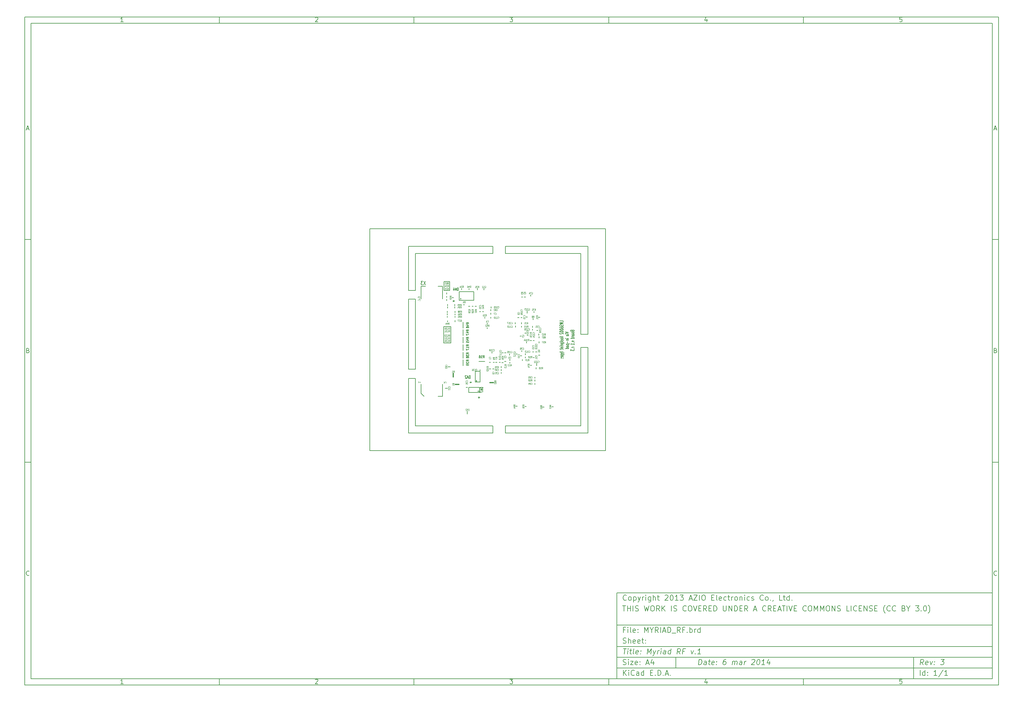
<source format=gbo>
G04 (created by PCBNEW (2013-05-31 BZR 4019)-stable) date 06/03/2014 18:54:47*
%MOIN*%
G04 Gerber Fmt 3.4, Leading zero omitted, Abs format*
%FSLAX34Y34*%
G01*
G70*
G90*
G04 APERTURE LIST*
%ADD10C,0.00590551*%
%ADD11C,0.0059*%
%ADD12C,0.0049*%
%ADD13C,0.0077*%
%ADD14C,0.0117*%
%ADD15C,0.0078*%
%ADD16C,0.005*%
%ADD17C,0.0079*%
%ADD18C,0.0039*%
G04 APERTURE END LIST*
G54D10*
X4000Y-4000D02*
X112930Y-4000D01*
X112930Y-78680D01*
X4000Y-78680D01*
X4000Y-4000D01*
X4700Y-4700D02*
X112230Y-4700D01*
X112230Y-77980D01*
X4700Y-77980D01*
X4700Y-4700D01*
X25780Y-4000D02*
X25780Y-4700D01*
X15032Y-4552D02*
X14747Y-4552D01*
X14890Y-4552D02*
X14890Y-4052D01*
X14842Y-4123D01*
X14794Y-4171D01*
X14747Y-4195D01*
X25780Y-78680D02*
X25780Y-77980D01*
X15032Y-78532D02*
X14747Y-78532D01*
X14890Y-78532D02*
X14890Y-78032D01*
X14842Y-78103D01*
X14794Y-78151D01*
X14747Y-78175D01*
X47560Y-4000D02*
X47560Y-4700D01*
X36527Y-4100D02*
X36550Y-4076D01*
X36598Y-4052D01*
X36717Y-4052D01*
X36765Y-4076D01*
X36789Y-4100D01*
X36812Y-4147D01*
X36812Y-4195D01*
X36789Y-4266D01*
X36503Y-4552D01*
X36812Y-4552D01*
X47560Y-78680D02*
X47560Y-77980D01*
X36527Y-78080D02*
X36550Y-78056D01*
X36598Y-78032D01*
X36717Y-78032D01*
X36765Y-78056D01*
X36789Y-78080D01*
X36812Y-78127D01*
X36812Y-78175D01*
X36789Y-78246D01*
X36503Y-78532D01*
X36812Y-78532D01*
X69340Y-4000D02*
X69340Y-4700D01*
X58283Y-4052D02*
X58592Y-4052D01*
X58426Y-4242D01*
X58497Y-4242D01*
X58545Y-4266D01*
X58569Y-4290D01*
X58592Y-4338D01*
X58592Y-4457D01*
X58569Y-4504D01*
X58545Y-4528D01*
X58497Y-4552D01*
X58354Y-4552D01*
X58307Y-4528D01*
X58283Y-4504D01*
X69340Y-78680D02*
X69340Y-77980D01*
X58283Y-78032D02*
X58592Y-78032D01*
X58426Y-78222D01*
X58497Y-78222D01*
X58545Y-78246D01*
X58569Y-78270D01*
X58592Y-78318D01*
X58592Y-78437D01*
X58569Y-78484D01*
X58545Y-78508D01*
X58497Y-78532D01*
X58354Y-78532D01*
X58307Y-78508D01*
X58283Y-78484D01*
X91120Y-4000D02*
X91120Y-4700D01*
X80325Y-4219D02*
X80325Y-4552D01*
X80206Y-4028D02*
X80087Y-4385D01*
X80396Y-4385D01*
X91120Y-78680D02*
X91120Y-77980D01*
X80325Y-78199D02*
X80325Y-78532D01*
X80206Y-78008D02*
X80087Y-78365D01*
X80396Y-78365D01*
X102129Y-4052D02*
X101890Y-4052D01*
X101867Y-4290D01*
X101890Y-4266D01*
X101938Y-4242D01*
X102057Y-4242D01*
X102105Y-4266D01*
X102129Y-4290D01*
X102152Y-4338D01*
X102152Y-4457D01*
X102129Y-4504D01*
X102105Y-4528D01*
X102057Y-4552D01*
X101938Y-4552D01*
X101890Y-4528D01*
X101867Y-4504D01*
X102129Y-78032D02*
X101890Y-78032D01*
X101867Y-78270D01*
X101890Y-78246D01*
X101938Y-78222D01*
X102057Y-78222D01*
X102105Y-78246D01*
X102129Y-78270D01*
X102152Y-78318D01*
X102152Y-78437D01*
X102129Y-78484D01*
X102105Y-78508D01*
X102057Y-78532D01*
X101938Y-78532D01*
X101890Y-78508D01*
X101867Y-78484D01*
X4000Y-28890D02*
X4700Y-28890D01*
X4230Y-16509D02*
X4469Y-16509D01*
X4183Y-16652D02*
X4350Y-16152D01*
X4516Y-16652D01*
X112930Y-28890D02*
X112230Y-28890D01*
X112460Y-16509D02*
X112699Y-16509D01*
X112413Y-16652D02*
X112580Y-16152D01*
X112746Y-16652D01*
X4000Y-53780D02*
X4700Y-53780D01*
X4385Y-41280D02*
X4457Y-41304D01*
X4480Y-41328D01*
X4504Y-41375D01*
X4504Y-41447D01*
X4480Y-41494D01*
X4457Y-41518D01*
X4409Y-41542D01*
X4219Y-41542D01*
X4219Y-41042D01*
X4385Y-41042D01*
X4433Y-41066D01*
X4457Y-41090D01*
X4480Y-41137D01*
X4480Y-41185D01*
X4457Y-41232D01*
X4433Y-41256D01*
X4385Y-41280D01*
X4219Y-41280D01*
X112930Y-53780D02*
X112230Y-53780D01*
X112615Y-41280D02*
X112687Y-41304D01*
X112710Y-41328D01*
X112734Y-41375D01*
X112734Y-41447D01*
X112710Y-41494D01*
X112687Y-41518D01*
X112639Y-41542D01*
X112449Y-41542D01*
X112449Y-41042D01*
X112615Y-41042D01*
X112663Y-41066D01*
X112687Y-41090D01*
X112710Y-41137D01*
X112710Y-41185D01*
X112687Y-41232D01*
X112663Y-41256D01*
X112615Y-41280D01*
X112449Y-41280D01*
X4504Y-66384D02*
X4480Y-66408D01*
X4409Y-66432D01*
X4361Y-66432D01*
X4290Y-66408D01*
X4242Y-66360D01*
X4219Y-66313D01*
X4195Y-66218D01*
X4195Y-66146D01*
X4219Y-66051D01*
X4242Y-66003D01*
X4290Y-65956D01*
X4361Y-65932D01*
X4409Y-65932D01*
X4480Y-65956D01*
X4504Y-65980D01*
X112734Y-66384D02*
X112710Y-66408D01*
X112639Y-66432D01*
X112591Y-66432D01*
X112520Y-66408D01*
X112472Y-66360D01*
X112449Y-66313D01*
X112425Y-66218D01*
X112425Y-66146D01*
X112449Y-66051D01*
X112472Y-66003D01*
X112520Y-65956D01*
X112591Y-65932D01*
X112639Y-65932D01*
X112710Y-65956D01*
X112734Y-65980D01*
X79380Y-76422D02*
X79455Y-75822D01*
X79597Y-75822D01*
X79680Y-75851D01*
X79730Y-75908D01*
X79751Y-75965D01*
X79765Y-76080D01*
X79755Y-76165D01*
X79712Y-76280D01*
X79676Y-76337D01*
X79612Y-76394D01*
X79522Y-76422D01*
X79380Y-76422D01*
X80237Y-76422D02*
X80276Y-76108D01*
X80255Y-76051D01*
X80201Y-76022D01*
X80087Y-76022D01*
X80026Y-76051D01*
X80240Y-76394D02*
X80180Y-76422D01*
X80037Y-76422D01*
X79983Y-76394D01*
X79962Y-76337D01*
X79969Y-76280D01*
X80005Y-76222D01*
X80065Y-76194D01*
X80208Y-76194D01*
X80269Y-76165D01*
X80487Y-76022D02*
X80715Y-76022D01*
X80597Y-75822D02*
X80533Y-76337D01*
X80555Y-76394D01*
X80608Y-76422D01*
X80665Y-76422D01*
X81097Y-76394D02*
X81037Y-76422D01*
X80922Y-76422D01*
X80869Y-76394D01*
X80847Y-76337D01*
X80876Y-76108D01*
X80912Y-76051D01*
X80972Y-76022D01*
X81087Y-76022D01*
X81140Y-76051D01*
X81162Y-76108D01*
X81155Y-76165D01*
X80862Y-76222D01*
X81387Y-76365D02*
X81412Y-76394D01*
X81380Y-76422D01*
X81355Y-76394D01*
X81387Y-76365D01*
X81380Y-76422D01*
X81426Y-76051D02*
X81451Y-76080D01*
X81419Y-76108D01*
X81394Y-76080D01*
X81426Y-76051D01*
X81419Y-76108D01*
X82455Y-75822D02*
X82340Y-75822D01*
X82279Y-75851D01*
X82247Y-75880D01*
X82180Y-75965D01*
X82137Y-76080D01*
X82108Y-76308D01*
X82130Y-76365D01*
X82155Y-76394D01*
X82208Y-76422D01*
X82322Y-76422D01*
X82383Y-76394D01*
X82415Y-76365D01*
X82451Y-76308D01*
X82469Y-76165D01*
X82447Y-76108D01*
X82422Y-76080D01*
X82369Y-76051D01*
X82254Y-76051D01*
X82194Y-76080D01*
X82162Y-76108D01*
X82126Y-76165D01*
X83151Y-76422D02*
X83201Y-76022D01*
X83194Y-76080D02*
X83226Y-76051D01*
X83287Y-76022D01*
X83372Y-76022D01*
X83426Y-76051D01*
X83447Y-76108D01*
X83408Y-76422D01*
X83447Y-76108D02*
X83483Y-76051D01*
X83544Y-76022D01*
X83630Y-76022D01*
X83683Y-76051D01*
X83705Y-76108D01*
X83665Y-76422D01*
X84208Y-76422D02*
X84247Y-76108D01*
X84226Y-76051D01*
X84172Y-76022D01*
X84058Y-76022D01*
X83997Y-76051D01*
X84212Y-76394D02*
X84151Y-76422D01*
X84008Y-76422D01*
X83955Y-76394D01*
X83933Y-76337D01*
X83940Y-76280D01*
X83976Y-76222D01*
X84037Y-76194D01*
X84180Y-76194D01*
X84240Y-76165D01*
X84494Y-76422D02*
X84544Y-76022D01*
X84530Y-76137D02*
X84565Y-76080D01*
X84597Y-76051D01*
X84658Y-76022D01*
X84715Y-76022D01*
X85362Y-75880D02*
X85394Y-75851D01*
X85455Y-75822D01*
X85597Y-75822D01*
X85651Y-75851D01*
X85676Y-75880D01*
X85697Y-75937D01*
X85690Y-75994D01*
X85651Y-76080D01*
X85265Y-76422D01*
X85637Y-76422D01*
X86083Y-75822D02*
X86140Y-75822D01*
X86194Y-75851D01*
X86219Y-75880D01*
X86240Y-75937D01*
X86255Y-76051D01*
X86237Y-76194D01*
X86194Y-76308D01*
X86158Y-76365D01*
X86126Y-76394D01*
X86065Y-76422D01*
X86008Y-76422D01*
X85955Y-76394D01*
X85930Y-76365D01*
X85908Y-76308D01*
X85894Y-76194D01*
X85912Y-76051D01*
X85955Y-75937D01*
X85990Y-75880D01*
X86022Y-75851D01*
X86083Y-75822D01*
X86780Y-76422D02*
X86437Y-76422D01*
X86608Y-76422D02*
X86683Y-75822D01*
X86615Y-75908D01*
X86551Y-75965D01*
X86490Y-75994D01*
X87344Y-76022D02*
X87294Y-76422D01*
X87230Y-75794D02*
X87033Y-76222D01*
X87405Y-76222D01*
X70972Y-77622D02*
X70972Y-77022D01*
X71315Y-77622D02*
X71058Y-77280D01*
X71315Y-77022D02*
X70972Y-77365D01*
X71572Y-77622D02*
X71572Y-77222D01*
X71572Y-77022D02*
X71544Y-77051D01*
X71572Y-77080D01*
X71601Y-77051D01*
X71572Y-77022D01*
X71572Y-77080D01*
X72201Y-77565D02*
X72172Y-77594D01*
X72087Y-77622D01*
X72030Y-77622D01*
X71944Y-77594D01*
X71887Y-77537D01*
X71858Y-77480D01*
X71830Y-77365D01*
X71830Y-77280D01*
X71858Y-77165D01*
X71887Y-77108D01*
X71944Y-77051D01*
X72030Y-77022D01*
X72087Y-77022D01*
X72172Y-77051D01*
X72201Y-77080D01*
X72715Y-77622D02*
X72715Y-77308D01*
X72687Y-77251D01*
X72630Y-77222D01*
X72515Y-77222D01*
X72458Y-77251D01*
X72715Y-77594D02*
X72658Y-77622D01*
X72515Y-77622D01*
X72458Y-77594D01*
X72430Y-77537D01*
X72430Y-77480D01*
X72458Y-77422D01*
X72515Y-77394D01*
X72658Y-77394D01*
X72715Y-77365D01*
X73258Y-77622D02*
X73258Y-77022D01*
X73258Y-77594D02*
X73201Y-77622D01*
X73087Y-77622D01*
X73030Y-77594D01*
X73001Y-77565D01*
X72972Y-77508D01*
X72972Y-77337D01*
X73001Y-77280D01*
X73030Y-77251D01*
X73087Y-77222D01*
X73201Y-77222D01*
X73258Y-77251D01*
X74001Y-77308D02*
X74201Y-77308D01*
X74287Y-77622D02*
X74001Y-77622D01*
X74001Y-77022D01*
X74287Y-77022D01*
X74544Y-77565D02*
X74572Y-77594D01*
X74544Y-77622D01*
X74515Y-77594D01*
X74544Y-77565D01*
X74544Y-77622D01*
X74829Y-77622D02*
X74829Y-77022D01*
X74972Y-77022D01*
X75058Y-77051D01*
X75115Y-77108D01*
X75144Y-77165D01*
X75172Y-77280D01*
X75172Y-77365D01*
X75144Y-77480D01*
X75115Y-77537D01*
X75058Y-77594D01*
X74972Y-77622D01*
X74829Y-77622D01*
X75429Y-77565D02*
X75458Y-77594D01*
X75429Y-77622D01*
X75401Y-77594D01*
X75429Y-77565D01*
X75429Y-77622D01*
X75687Y-77451D02*
X75972Y-77451D01*
X75629Y-77622D02*
X75829Y-77022D01*
X76029Y-77622D01*
X76229Y-77565D02*
X76258Y-77594D01*
X76229Y-77622D01*
X76201Y-77594D01*
X76229Y-77565D01*
X76229Y-77622D01*
X104522Y-76422D02*
X104358Y-76137D01*
X104180Y-76422D02*
X104255Y-75822D01*
X104483Y-75822D01*
X104537Y-75851D01*
X104562Y-75880D01*
X104583Y-75937D01*
X104572Y-76022D01*
X104537Y-76080D01*
X104505Y-76108D01*
X104444Y-76137D01*
X104215Y-76137D01*
X105012Y-76394D02*
X104951Y-76422D01*
X104837Y-76422D01*
X104783Y-76394D01*
X104762Y-76337D01*
X104790Y-76108D01*
X104826Y-76051D01*
X104887Y-76022D01*
X105001Y-76022D01*
X105055Y-76051D01*
X105076Y-76108D01*
X105069Y-76165D01*
X104776Y-76222D01*
X105287Y-76022D02*
X105380Y-76422D01*
X105572Y-76022D01*
X105758Y-76365D02*
X105783Y-76394D01*
X105751Y-76422D01*
X105726Y-76394D01*
X105758Y-76365D01*
X105751Y-76422D01*
X105797Y-76051D02*
X105822Y-76080D01*
X105790Y-76108D01*
X105765Y-76080D01*
X105797Y-76051D01*
X105790Y-76108D01*
X106512Y-75822D02*
X106883Y-75822D01*
X106655Y-76051D01*
X106740Y-76051D01*
X106794Y-76080D01*
X106819Y-76108D01*
X106840Y-76165D01*
X106822Y-76308D01*
X106787Y-76365D01*
X106755Y-76394D01*
X106694Y-76422D01*
X106522Y-76422D01*
X106469Y-76394D01*
X106444Y-76365D01*
X70944Y-76394D02*
X71030Y-76422D01*
X71172Y-76422D01*
X71230Y-76394D01*
X71258Y-76365D01*
X71287Y-76308D01*
X71287Y-76251D01*
X71258Y-76194D01*
X71230Y-76165D01*
X71172Y-76137D01*
X71058Y-76108D01*
X71001Y-76080D01*
X70972Y-76051D01*
X70944Y-75994D01*
X70944Y-75937D01*
X70972Y-75880D01*
X71001Y-75851D01*
X71058Y-75822D01*
X71201Y-75822D01*
X71287Y-75851D01*
X71544Y-76422D02*
X71544Y-76022D01*
X71544Y-75822D02*
X71515Y-75851D01*
X71544Y-75880D01*
X71572Y-75851D01*
X71544Y-75822D01*
X71544Y-75880D01*
X71772Y-76022D02*
X72087Y-76022D01*
X71772Y-76422D01*
X72087Y-76422D01*
X72544Y-76394D02*
X72487Y-76422D01*
X72372Y-76422D01*
X72315Y-76394D01*
X72287Y-76337D01*
X72287Y-76108D01*
X72315Y-76051D01*
X72372Y-76022D01*
X72487Y-76022D01*
X72544Y-76051D01*
X72572Y-76108D01*
X72572Y-76165D01*
X72287Y-76222D01*
X72830Y-76365D02*
X72858Y-76394D01*
X72830Y-76422D01*
X72801Y-76394D01*
X72830Y-76365D01*
X72830Y-76422D01*
X72830Y-76051D02*
X72858Y-76080D01*
X72830Y-76108D01*
X72801Y-76080D01*
X72830Y-76051D01*
X72830Y-76108D01*
X73544Y-76251D02*
X73830Y-76251D01*
X73487Y-76422D02*
X73687Y-75822D01*
X73887Y-76422D01*
X74344Y-76022D02*
X74344Y-76422D01*
X74201Y-75794D02*
X74058Y-76222D01*
X74430Y-76222D01*
X104172Y-77622D02*
X104172Y-77022D01*
X104715Y-77622D02*
X104715Y-77022D01*
X104715Y-77594D02*
X104658Y-77622D01*
X104544Y-77622D01*
X104487Y-77594D01*
X104458Y-77565D01*
X104430Y-77508D01*
X104430Y-77337D01*
X104458Y-77280D01*
X104487Y-77251D01*
X104544Y-77222D01*
X104658Y-77222D01*
X104715Y-77251D01*
X105001Y-77565D02*
X105030Y-77594D01*
X105001Y-77622D01*
X104972Y-77594D01*
X105001Y-77565D01*
X105001Y-77622D01*
X105001Y-77251D02*
X105030Y-77280D01*
X105001Y-77308D01*
X104972Y-77280D01*
X105001Y-77251D01*
X105001Y-77308D01*
X106058Y-77622D02*
X105715Y-77622D01*
X105887Y-77622D02*
X105887Y-77022D01*
X105829Y-77108D01*
X105772Y-77165D01*
X105715Y-77194D01*
X106744Y-76994D02*
X106230Y-77765D01*
X107258Y-77622D02*
X106915Y-77622D01*
X107087Y-77622D02*
X107087Y-77022D01*
X107029Y-77108D01*
X106972Y-77165D01*
X106915Y-77194D01*
X70969Y-74622D02*
X71312Y-74622D01*
X71065Y-75222D02*
X71140Y-74622D01*
X71437Y-75222D02*
X71487Y-74822D01*
X71512Y-74622D02*
X71480Y-74651D01*
X71505Y-74680D01*
X71537Y-74651D01*
X71512Y-74622D01*
X71505Y-74680D01*
X71687Y-74822D02*
X71915Y-74822D01*
X71797Y-74622D02*
X71733Y-75137D01*
X71755Y-75194D01*
X71808Y-75222D01*
X71865Y-75222D01*
X72151Y-75222D02*
X72097Y-75194D01*
X72076Y-75137D01*
X72140Y-74622D01*
X72612Y-75194D02*
X72551Y-75222D01*
X72437Y-75222D01*
X72383Y-75194D01*
X72362Y-75137D01*
X72390Y-74908D01*
X72426Y-74851D01*
X72487Y-74822D01*
X72601Y-74822D01*
X72655Y-74851D01*
X72676Y-74908D01*
X72669Y-74965D01*
X72376Y-75022D01*
X72901Y-75165D02*
X72926Y-75194D01*
X72894Y-75222D01*
X72869Y-75194D01*
X72901Y-75165D01*
X72894Y-75222D01*
X72940Y-74851D02*
X72965Y-74880D01*
X72933Y-74908D01*
X72908Y-74880D01*
X72940Y-74851D01*
X72933Y-74908D01*
X73637Y-75222D02*
X73712Y-74622D01*
X73858Y-75051D01*
X74112Y-74622D01*
X74037Y-75222D01*
X74315Y-74822D02*
X74408Y-75222D01*
X74601Y-74822D02*
X74408Y-75222D01*
X74333Y-75365D01*
X74301Y-75394D01*
X74240Y-75422D01*
X74780Y-75222D02*
X74830Y-74822D01*
X74815Y-74937D02*
X74851Y-74880D01*
X74883Y-74851D01*
X74944Y-74822D01*
X75001Y-74822D01*
X75151Y-75222D02*
X75201Y-74822D01*
X75226Y-74622D02*
X75194Y-74651D01*
X75219Y-74680D01*
X75251Y-74651D01*
X75226Y-74622D01*
X75219Y-74680D01*
X75694Y-75222D02*
X75733Y-74908D01*
X75712Y-74851D01*
X75658Y-74822D01*
X75544Y-74822D01*
X75483Y-74851D01*
X75697Y-75194D02*
X75637Y-75222D01*
X75494Y-75222D01*
X75440Y-75194D01*
X75419Y-75137D01*
X75426Y-75080D01*
X75462Y-75022D01*
X75522Y-74994D01*
X75665Y-74994D01*
X75726Y-74965D01*
X76237Y-75222D02*
X76312Y-74622D01*
X76240Y-75194D02*
X76180Y-75222D01*
X76065Y-75222D01*
X76012Y-75194D01*
X75987Y-75165D01*
X75965Y-75108D01*
X75987Y-74937D01*
X76022Y-74880D01*
X76055Y-74851D01*
X76115Y-74822D01*
X76230Y-74822D01*
X76283Y-74851D01*
X77322Y-75222D02*
X77158Y-74937D01*
X76980Y-75222D02*
X77055Y-74622D01*
X77283Y-74622D01*
X77337Y-74651D01*
X77362Y-74680D01*
X77383Y-74737D01*
X77372Y-74822D01*
X77337Y-74880D01*
X77305Y-74908D01*
X77244Y-74937D01*
X77015Y-74937D01*
X77819Y-74908D02*
X77619Y-74908D01*
X77580Y-75222D02*
X77655Y-74622D01*
X77940Y-74622D01*
X78544Y-74822D02*
X78637Y-75222D01*
X78830Y-74822D01*
X79015Y-75165D02*
X79040Y-75194D01*
X79008Y-75222D01*
X78983Y-75194D01*
X79015Y-75165D01*
X79008Y-75222D01*
X79608Y-75222D02*
X79265Y-75222D01*
X79437Y-75222D02*
X79512Y-74622D01*
X79444Y-74708D01*
X79380Y-74765D01*
X79319Y-74794D01*
X71172Y-72508D02*
X70972Y-72508D01*
X70972Y-72822D02*
X70972Y-72222D01*
X71258Y-72222D01*
X71487Y-72822D02*
X71487Y-72422D01*
X71487Y-72222D02*
X71458Y-72251D01*
X71487Y-72280D01*
X71515Y-72251D01*
X71487Y-72222D01*
X71487Y-72280D01*
X71858Y-72822D02*
X71801Y-72794D01*
X71772Y-72737D01*
X71772Y-72222D01*
X72315Y-72794D02*
X72258Y-72822D01*
X72144Y-72822D01*
X72087Y-72794D01*
X72058Y-72737D01*
X72058Y-72508D01*
X72087Y-72451D01*
X72144Y-72422D01*
X72258Y-72422D01*
X72315Y-72451D01*
X72344Y-72508D01*
X72344Y-72565D01*
X72058Y-72622D01*
X72601Y-72765D02*
X72630Y-72794D01*
X72601Y-72822D01*
X72572Y-72794D01*
X72601Y-72765D01*
X72601Y-72822D01*
X72601Y-72451D02*
X72630Y-72480D01*
X72601Y-72508D01*
X72572Y-72480D01*
X72601Y-72451D01*
X72601Y-72508D01*
X73344Y-72822D02*
X73344Y-72222D01*
X73544Y-72651D01*
X73744Y-72222D01*
X73744Y-72822D01*
X74144Y-72537D02*
X74144Y-72822D01*
X73944Y-72222D02*
X74144Y-72537D01*
X74344Y-72222D01*
X74887Y-72822D02*
X74687Y-72537D01*
X74544Y-72822D02*
X74544Y-72222D01*
X74772Y-72222D01*
X74830Y-72251D01*
X74858Y-72280D01*
X74887Y-72337D01*
X74887Y-72422D01*
X74858Y-72480D01*
X74830Y-72508D01*
X74772Y-72537D01*
X74544Y-72537D01*
X75144Y-72822D02*
X75144Y-72222D01*
X75401Y-72651D02*
X75687Y-72651D01*
X75344Y-72822D02*
X75544Y-72222D01*
X75744Y-72822D01*
X75944Y-72822D02*
X75944Y-72222D01*
X76087Y-72222D01*
X76172Y-72251D01*
X76230Y-72308D01*
X76258Y-72365D01*
X76287Y-72480D01*
X76287Y-72565D01*
X76258Y-72680D01*
X76230Y-72737D01*
X76172Y-72794D01*
X76087Y-72822D01*
X75944Y-72822D01*
X76401Y-72880D02*
X76858Y-72880D01*
X77344Y-72822D02*
X77144Y-72537D01*
X77001Y-72822D02*
X77001Y-72222D01*
X77230Y-72222D01*
X77287Y-72251D01*
X77315Y-72280D01*
X77344Y-72337D01*
X77344Y-72422D01*
X77315Y-72480D01*
X77287Y-72508D01*
X77230Y-72537D01*
X77001Y-72537D01*
X77801Y-72508D02*
X77601Y-72508D01*
X77601Y-72822D02*
X77601Y-72222D01*
X77887Y-72222D01*
X78115Y-72765D02*
X78144Y-72794D01*
X78115Y-72822D01*
X78087Y-72794D01*
X78115Y-72765D01*
X78115Y-72822D01*
X78401Y-72822D02*
X78401Y-72222D01*
X78401Y-72451D02*
X78458Y-72422D01*
X78572Y-72422D01*
X78630Y-72451D01*
X78658Y-72480D01*
X78687Y-72537D01*
X78687Y-72708D01*
X78658Y-72765D01*
X78630Y-72794D01*
X78572Y-72822D01*
X78458Y-72822D01*
X78401Y-72794D01*
X78944Y-72822D02*
X78944Y-72422D01*
X78944Y-72537D02*
X78972Y-72480D01*
X79001Y-72451D01*
X79058Y-72422D01*
X79115Y-72422D01*
X79572Y-72822D02*
X79572Y-72222D01*
X79572Y-72794D02*
X79515Y-72822D01*
X79401Y-72822D01*
X79344Y-72794D01*
X79315Y-72765D01*
X79287Y-72708D01*
X79287Y-72537D01*
X79315Y-72480D01*
X79344Y-72451D01*
X79401Y-72422D01*
X79515Y-72422D01*
X79572Y-72451D01*
X70944Y-73994D02*
X71030Y-74022D01*
X71172Y-74022D01*
X71230Y-73994D01*
X71258Y-73965D01*
X71287Y-73908D01*
X71287Y-73851D01*
X71258Y-73794D01*
X71230Y-73765D01*
X71172Y-73737D01*
X71058Y-73708D01*
X71001Y-73680D01*
X70972Y-73651D01*
X70944Y-73594D01*
X70944Y-73537D01*
X70972Y-73480D01*
X71001Y-73451D01*
X71058Y-73422D01*
X71201Y-73422D01*
X71287Y-73451D01*
X71544Y-74022D02*
X71544Y-73422D01*
X71801Y-74022D02*
X71801Y-73708D01*
X71772Y-73651D01*
X71715Y-73622D01*
X71630Y-73622D01*
X71572Y-73651D01*
X71544Y-73680D01*
X72315Y-73994D02*
X72258Y-74022D01*
X72144Y-74022D01*
X72087Y-73994D01*
X72058Y-73937D01*
X72058Y-73708D01*
X72087Y-73651D01*
X72144Y-73622D01*
X72258Y-73622D01*
X72315Y-73651D01*
X72344Y-73708D01*
X72344Y-73765D01*
X72058Y-73822D01*
X72830Y-73994D02*
X72772Y-74022D01*
X72658Y-74022D01*
X72601Y-73994D01*
X72572Y-73937D01*
X72572Y-73708D01*
X72601Y-73651D01*
X72658Y-73622D01*
X72772Y-73622D01*
X72830Y-73651D01*
X72858Y-73708D01*
X72858Y-73765D01*
X72572Y-73822D01*
X73030Y-73622D02*
X73258Y-73622D01*
X73115Y-73422D02*
X73115Y-73937D01*
X73144Y-73994D01*
X73201Y-74022D01*
X73258Y-74022D01*
X73458Y-73965D02*
X73487Y-73994D01*
X73458Y-74022D01*
X73430Y-73994D01*
X73458Y-73965D01*
X73458Y-74022D01*
X73458Y-73651D02*
X73487Y-73680D01*
X73458Y-73708D01*
X73430Y-73680D01*
X73458Y-73651D01*
X73458Y-73708D01*
X70887Y-69822D02*
X71230Y-69822D01*
X71058Y-70422D02*
X71058Y-69822D01*
X71430Y-70422D02*
X71430Y-69822D01*
X71430Y-70108D02*
X71772Y-70108D01*
X71772Y-70422D02*
X71772Y-69822D01*
X72058Y-70422D02*
X72058Y-69822D01*
X72315Y-70394D02*
X72401Y-70422D01*
X72544Y-70422D01*
X72601Y-70394D01*
X72629Y-70365D01*
X72658Y-70308D01*
X72658Y-70251D01*
X72629Y-70194D01*
X72601Y-70165D01*
X72544Y-70137D01*
X72429Y-70108D01*
X72372Y-70080D01*
X72344Y-70051D01*
X72315Y-69994D01*
X72315Y-69937D01*
X72344Y-69880D01*
X72372Y-69851D01*
X72429Y-69822D01*
X72572Y-69822D01*
X72658Y-69851D01*
X73315Y-69822D02*
X73458Y-70422D01*
X73572Y-69994D01*
X73687Y-70422D01*
X73830Y-69822D01*
X74172Y-69822D02*
X74287Y-69822D01*
X74344Y-69851D01*
X74401Y-69908D01*
X74430Y-70022D01*
X74430Y-70222D01*
X74401Y-70337D01*
X74344Y-70394D01*
X74287Y-70422D01*
X74172Y-70422D01*
X74115Y-70394D01*
X74058Y-70337D01*
X74030Y-70222D01*
X74030Y-70022D01*
X74058Y-69908D01*
X74115Y-69851D01*
X74172Y-69822D01*
X75029Y-70422D02*
X74829Y-70137D01*
X74687Y-70422D02*
X74687Y-69822D01*
X74915Y-69822D01*
X74972Y-69851D01*
X75001Y-69880D01*
X75029Y-69937D01*
X75029Y-70022D01*
X75001Y-70080D01*
X74972Y-70108D01*
X74915Y-70137D01*
X74687Y-70137D01*
X75287Y-70422D02*
X75287Y-69822D01*
X75629Y-70422D02*
X75372Y-70080D01*
X75629Y-69822D02*
X75287Y-70165D01*
X76344Y-70422D02*
X76344Y-69822D01*
X76601Y-70394D02*
X76687Y-70422D01*
X76829Y-70422D01*
X76887Y-70394D01*
X76915Y-70365D01*
X76944Y-70308D01*
X76944Y-70251D01*
X76915Y-70194D01*
X76887Y-70165D01*
X76829Y-70137D01*
X76715Y-70108D01*
X76658Y-70080D01*
X76629Y-70051D01*
X76601Y-69994D01*
X76601Y-69937D01*
X76629Y-69880D01*
X76658Y-69851D01*
X76715Y-69822D01*
X76858Y-69822D01*
X76944Y-69851D01*
X78001Y-70365D02*
X77972Y-70394D01*
X77887Y-70422D01*
X77830Y-70422D01*
X77744Y-70394D01*
X77687Y-70337D01*
X77658Y-70280D01*
X77630Y-70165D01*
X77630Y-70080D01*
X77658Y-69965D01*
X77687Y-69908D01*
X77744Y-69851D01*
X77830Y-69822D01*
X77887Y-69822D01*
X77972Y-69851D01*
X78001Y-69880D01*
X78372Y-69822D02*
X78487Y-69822D01*
X78544Y-69851D01*
X78601Y-69908D01*
X78630Y-70022D01*
X78630Y-70222D01*
X78601Y-70337D01*
X78544Y-70394D01*
X78487Y-70422D01*
X78372Y-70422D01*
X78315Y-70394D01*
X78258Y-70337D01*
X78230Y-70222D01*
X78230Y-70022D01*
X78258Y-69908D01*
X78315Y-69851D01*
X78372Y-69822D01*
X78801Y-69822D02*
X79001Y-70422D01*
X79201Y-69822D01*
X79401Y-70108D02*
X79601Y-70108D01*
X79687Y-70422D02*
X79401Y-70422D01*
X79401Y-69822D01*
X79687Y-69822D01*
X80287Y-70422D02*
X80087Y-70137D01*
X79944Y-70422D02*
X79944Y-69822D01*
X80172Y-69822D01*
X80229Y-69851D01*
X80258Y-69880D01*
X80287Y-69937D01*
X80287Y-70022D01*
X80258Y-70080D01*
X80229Y-70108D01*
X80172Y-70137D01*
X79944Y-70137D01*
X80544Y-70108D02*
X80744Y-70108D01*
X80829Y-70422D02*
X80544Y-70422D01*
X80544Y-69822D01*
X80829Y-69822D01*
X81087Y-70422D02*
X81087Y-69822D01*
X81229Y-69822D01*
X81315Y-69851D01*
X81372Y-69908D01*
X81401Y-69965D01*
X81429Y-70080D01*
X81429Y-70165D01*
X81401Y-70280D01*
X81372Y-70337D01*
X81315Y-70394D01*
X81229Y-70422D01*
X81087Y-70422D01*
X82144Y-69822D02*
X82144Y-70308D01*
X82172Y-70365D01*
X82201Y-70394D01*
X82258Y-70422D01*
X82372Y-70422D01*
X82429Y-70394D01*
X82458Y-70365D01*
X82487Y-70308D01*
X82487Y-69822D01*
X82772Y-70422D02*
X82772Y-69822D01*
X83115Y-70422D01*
X83115Y-69822D01*
X83401Y-70422D02*
X83401Y-69822D01*
X83544Y-69822D01*
X83629Y-69851D01*
X83687Y-69908D01*
X83715Y-69965D01*
X83744Y-70080D01*
X83744Y-70165D01*
X83715Y-70280D01*
X83687Y-70337D01*
X83629Y-70394D01*
X83544Y-70422D01*
X83401Y-70422D01*
X84001Y-70108D02*
X84201Y-70108D01*
X84287Y-70422D02*
X84001Y-70422D01*
X84001Y-69822D01*
X84287Y-69822D01*
X84887Y-70422D02*
X84687Y-70137D01*
X84544Y-70422D02*
X84544Y-69822D01*
X84772Y-69822D01*
X84829Y-69851D01*
X84858Y-69880D01*
X84887Y-69937D01*
X84887Y-70022D01*
X84858Y-70080D01*
X84829Y-70108D01*
X84772Y-70137D01*
X84544Y-70137D01*
X85572Y-70251D02*
X85858Y-70251D01*
X85515Y-70422D02*
X85715Y-69822D01*
X85915Y-70422D01*
X86915Y-70365D02*
X86887Y-70394D01*
X86801Y-70422D01*
X86744Y-70422D01*
X86658Y-70394D01*
X86601Y-70337D01*
X86572Y-70280D01*
X86544Y-70165D01*
X86544Y-70080D01*
X86572Y-69965D01*
X86601Y-69908D01*
X86658Y-69851D01*
X86744Y-69822D01*
X86801Y-69822D01*
X86887Y-69851D01*
X86915Y-69880D01*
X87515Y-70422D02*
X87315Y-70137D01*
X87172Y-70422D02*
X87172Y-69822D01*
X87401Y-69822D01*
X87458Y-69851D01*
X87487Y-69880D01*
X87515Y-69937D01*
X87515Y-70022D01*
X87487Y-70080D01*
X87458Y-70108D01*
X87401Y-70137D01*
X87172Y-70137D01*
X87772Y-70108D02*
X87972Y-70108D01*
X88058Y-70422D02*
X87772Y-70422D01*
X87772Y-69822D01*
X88058Y-69822D01*
X88287Y-70251D02*
X88572Y-70251D01*
X88229Y-70422D02*
X88429Y-69822D01*
X88629Y-70422D01*
X88744Y-69822D02*
X89087Y-69822D01*
X88915Y-70422D02*
X88915Y-69822D01*
X89287Y-70422D02*
X89287Y-69822D01*
X89487Y-69822D02*
X89687Y-70422D01*
X89887Y-69822D01*
X90087Y-70108D02*
X90287Y-70108D01*
X90372Y-70422D02*
X90087Y-70422D01*
X90087Y-69822D01*
X90372Y-69822D01*
X91429Y-70365D02*
X91401Y-70394D01*
X91315Y-70422D01*
X91258Y-70422D01*
X91172Y-70394D01*
X91115Y-70337D01*
X91087Y-70280D01*
X91058Y-70165D01*
X91058Y-70080D01*
X91087Y-69965D01*
X91115Y-69908D01*
X91172Y-69851D01*
X91258Y-69822D01*
X91315Y-69822D01*
X91401Y-69851D01*
X91429Y-69880D01*
X91801Y-69822D02*
X91915Y-69822D01*
X91972Y-69851D01*
X92029Y-69908D01*
X92058Y-70022D01*
X92058Y-70222D01*
X92029Y-70337D01*
X91972Y-70394D01*
X91915Y-70422D01*
X91801Y-70422D01*
X91744Y-70394D01*
X91687Y-70337D01*
X91658Y-70222D01*
X91658Y-70022D01*
X91687Y-69908D01*
X91744Y-69851D01*
X91801Y-69822D01*
X92315Y-70422D02*
X92315Y-69822D01*
X92515Y-70251D01*
X92715Y-69822D01*
X92715Y-70422D01*
X93001Y-70422D02*
X93001Y-69822D01*
X93201Y-70251D01*
X93401Y-69822D01*
X93401Y-70422D01*
X93801Y-69822D02*
X93915Y-69822D01*
X93972Y-69851D01*
X94029Y-69908D01*
X94058Y-70022D01*
X94058Y-70222D01*
X94029Y-70337D01*
X93972Y-70394D01*
X93915Y-70422D01*
X93801Y-70422D01*
X93744Y-70394D01*
X93687Y-70337D01*
X93658Y-70222D01*
X93658Y-70022D01*
X93687Y-69908D01*
X93744Y-69851D01*
X93801Y-69822D01*
X94315Y-70422D02*
X94315Y-69822D01*
X94658Y-70422D01*
X94658Y-69822D01*
X94915Y-70394D02*
X95001Y-70422D01*
X95144Y-70422D01*
X95201Y-70394D01*
X95229Y-70365D01*
X95258Y-70308D01*
X95258Y-70251D01*
X95229Y-70194D01*
X95201Y-70165D01*
X95144Y-70137D01*
X95029Y-70108D01*
X94972Y-70080D01*
X94944Y-70051D01*
X94915Y-69994D01*
X94915Y-69937D01*
X94944Y-69880D01*
X94972Y-69851D01*
X95029Y-69822D01*
X95172Y-69822D01*
X95258Y-69851D01*
X96258Y-70422D02*
X95972Y-70422D01*
X95972Y-69822D01*
X96458Y-70422D02*
X96458Y-69822D01*
X97087Y-70365D02*
X97058Y-70394D01*
X96972Y-70422D01*
X96915Y-70422D01*
X96829Y-70394D01*
X96772Y-70337D01*
X96744Y-70280D01*
X96715Y-70165D01*
X96715Y-70080D01*
X96744Y-69965D01*
X96772Y-69908D01*
X96829Y-69851D01*
X96915Y-69822D01*
X96972Y-69822D01*
X97058Y-69851D01*
X97087Y-69880D01*
X97344Y-70108D02*
X97544Y-70108D01*
X97629Y-70422D02*
X97344Y-70422D01*
X97344Y-69822D01*
X97629Y-69822D01*
X97887Y-70422D02*
X97887Y-69822D01*
X98229Y-70422D01*
X98229Y-69822D01*
X98487Y-70394D02*
X98572Y-70422D01*
X98715Y-70422D01*
X98772Y-70394D01*
X98801Y-70365D01*
X98829Y-70308D01*
X98829Y-70251D01*
X98801Y-70194D01*
X98772Y-70165D01*
X98715Y-70137D01*
X98601Y-70108D01*
X98544Y-70080D01*
X98515Y-70051D01*
X98487Y-69994D01*
X98487Y-69937D01*
X98515Y-69880D01*
X98544Y-69851D01*
X98601Y-69822D01*
X98744Y-69822D01*
X98829Y-69851D01*
X99087Y-70108D02*
X99287Y-70108D01*
X99372Y-70422D02*
X99087Y-70422D01*
X99087Y-69822D01*
X99372Y-69822D01*
X100258Y-70651D02*
X100229Y-70622D01*
X100172Y-70537D01*
X100144Y-70480D01*
X100115Y-70394D01*
X100087Y-70251D01*
X100087Y-70137D01*
X100115Y-69994D01*
X100144Y-69908D01*
X100172Y-69851D01*
X100229Y-69765D01*
X100258Y-69737D01*
X100829Y-70365D02*
X100801Y-70394D01*
X100715Y-70422D01*
X100658Y-70422D01*
X100572Y-70394D01*
X100515Y-70337D01*
X100487Y-70280D01*
X100458Y-70165D01*
X100458Y-70080D01*
X100487Y-69965D01*
X100515Y-69908D01*
X100572Y-69851D01*
X100658Y-69822D01*
X100715Y-69822D01*
X100801Y-69851D01*
X100829Y-69880D01*
X101429Y-70365D02*
X101401Y-70394D01*
X101315Y-70422D01*
X101258Y-70422D01*
X101172Y-70394D01*
X101115Y-70337D01*
X101087Y-70280D01*
X101058Y-70165D01*
X101058Y-70080D01*
X101087Y-69965D01*
X101115Y-69908D01*
X101172Y-69851D01*
X101258Y-69822D01*
X101315Y-69822D01*
X101401Y-69851D01*
X101429Y-69880D01*
X102344Y-70108D02*
X102429Y-70137D01*
X102458Y-70165D01*
X102487Y-70222D01*
X102487Y-70308D01*
X102458Y-70365D01*
X102429Y-70394D01*
X102372Y-70422D01*
X102144Y-70422D01*
X102144Y-69822D01*
X102344Y-69822D01*
X102401Y-69851D01*
X102429Y-69880D01*
X102458Y-69937D01*
X102458Y-69994D01*
X102429Y-70051D01*
X102401Y-70080D01*
X102344Y-70108D01*
X102144Y-70108D01*
X102858Y-70137D02*
X102858Y-70422D01*
X102658Y-69822D02*
X102858Y-70137D01*
X103058Y-69822D01*
X103658Y-69822D02*
X104029Y-69822D01*
X103829Y-70051D01*
X103915Y-70051D01*
X103972Y-70080D01*
X104001Y-70108D01*
X104029Y-70165D01*
X104029Y-70308D01*
X104001Y-70365D01*
X103972Y-70394D01*
X103915Y-70422D01*
X103744Y-70422D01*
X103687Y-70394D01*
X103658Y-70365D01*
X104287Y-70365D02*
X104315Y-70394D01*
X104287Y-70422D01*
X104258Y-70394D01*
X104287Y-70365D01*
X104287Y-70422D01*
X104687Y-69822D02*
X104744Y-69822D01*
X104801Y-69851D01*
X104829Y-69880D01*
X104858Y-69937D01*
X104887Y-70051D01*
X104887Y-70194D01*
X104858Y-70308D01*
X104829Y-70365D01*
X104801Y-70394D01*
X104744Y-70422D01*
X104687Y-70422D01*
X104629Y-70394D01*
X104601Y-70365D01*
X104572Y-70308D01*
X104544Y-70194D01*
X104544Y-70051D01*
X104572Y-69937D01*
X104601Y-69880D01*
X104629Y-69851D01*
X104687Y-69822D01*
X105087Y-70651D02*
X105115Y-70622D01*
X105172Y-70537D01*
X105201Y-70480D01*
X105229Y-70394D01*
X105258Y-70251D01*
X105258Y-70137D01*
X105229Y-69994D01*
X105201Y-69908D01*
X105172Y-69851D01*
X105115Y-69765D01*
X105087Y-69737D01*
X71315Y-69165D02*
X71287Y-69194D01*
X71201Y-69222D01*
X71144Y-69222D01*
X71058Y-69194D01*
X71001Y-69137D01*
X70972Y-69080D01*
X70944Y-68965D01*
X70944Y-68880D01*
X70972Y-68765D01*
X71001Y-68708D01*
X71058Y-68651D01*
X71144Y-68622D01*
X71201Y-68622D01*
X71287Y-68651D01*
X71315Y-68680D01*
X71658Y-69222D02*
X71601Y-69194D01*
X71572Y-69165D01*
X71544Y-69108D01*
X71544Y-68937D01*
X71572Y-68880D01*
X71601Y-68851D01*
X71658Y-68822D01*
X71744Y-68822D01*
X71801Y-68851D01*
X71830Y-68880D01*
X71858Y-68937D01*
X71858Y-69108D01*
X71830Y-69165D01*
X71801Y-69194D01*
X71744Y-69222D01*
X71658Y-69222D01*
X72115Y-68822D02*
X72115Y-69422D01*
X72115Y-68851D02*
X72172Y-68822D01*
X72287Y-68822D01*
X72344Y-68851D01*
X72372Y-68880D01*
X72401Y-68937D01*
X72401Y-69108D01*
X72372Y-69165D01*
X72344Y-69194D01*
X72287Y-69222D01*
X72172Y-69222D01*
X72115Y-69194D01*
X72601Y-68822D02*
X72744Y-69222D01*
X72887Y-68822D02*
X72744Y-69222D01*
X72687Y-69365D01*
X72658Y-69394D01*
X72601Y-69422D01*
X73115Y-69222D02*
X73115Y-68822D01*
X73115Y-68937D02*
X73144Y-68880D01*
X73172Y-68851D01*
X73230Y-68822D01*
X73287Y-68822D01*
X73487Y-69222D02*
X73487Y-68822D01*
X73487Y-68622D02*
X73458Y-68651D01*
X73487Y-68680D01*
X73515Y-68651D01*
X73487Y-68622D01*
X73487Y-68680D01*
X74030Y-68822D02*
X74030Y-69308D01*
X74001Y-69365D01*
X73972Y-69394D01*
X73915Y-69422D01*
X73830Y-69422D01*
X73772Y-69394D01*
X74030Y-69194D02*
X73972Y-69222D01*
X73858Y-69222D01*
X73801Y-69194D01*
X73772Y-69165D01*
X73744Y-69108D01*
X73744Y-68937D01*
X73772Y-68880D01*
X73801Y-68851D01*
X73858Y-68822D01*
X73972Y-68822D01*
X74030Y-68851D01*
X74315Y-69222D02*
X74315Y-68622D01*
X74572Y-69222D02*
X74572Y-68908D01*
X74544Y-68851D01*
X74487Y-68822D01*
X74401Y-68822D01*
X74344Y-68851D01*
X74315Y-68880D01*
X74772Y-68822D02*
X75001Y-68822D01*
X74858Y-68622D02*
X74858Y-69137D01*
X74887Y-69194D01*
X74944Y-69222D01*
X75001Y-69222D01*
X75630Y-68680D02*
X75658Y-68651D01*
X75715Y-68622D01*
X75858Y-68622D01*
X75915Y-68651D01*
X75944Y-68680D01*
X75972Y-68737D01*
X75972Y-68794D01*
X75944Y-68880D01*
X75601Y-69222D01*
X75972Y-69222D01*
X76344Y-68622D02*
X76401Y-68622D01*
X76458Y-68651D01*
X76487Y-68680D01*
X76515Y-68737D01*
X76544Y-68851D01*
X76544Y-68994D01*
X76515Y-69108D01*
X76487Y-69165D01*
X76458Y-69194D01*
X76401Y-69222D01*
X76344Y-69222D01*
X76287Y-69194D01*
X76258Y-69165D01*
X76230Y-69108D01*
X76201Y-68994D01*
X76201Y-68851D01*
X76230Y-68737D01*
X76258Y-68680D01*
X76287Y-68651D01*
X76344Y-68622D01*
X77115Y-69222D02*
X76772Y-69222D01*
X76944Y-69222D02*
X76944Y-68622D01*
X76887Y-68708D01*
X76830Y-68765D01*
X76772Y-68794D01*
X77315Y-68622D02*
X77687Y-68622D01*
X77487Y-68851D01*
X77572Y-68851D01*
X77630Y-68880D01*
X77658Y-68908D01*
X77687Y-68965D01*
X77687Y-69108D01*
X77658Y-69165D01*
X77630Y-69194D01*
X77572Y-69222D01*
X77401Y-69222D01*
X77344Y-69194D01*
X77315Y-69165D01*
X78372Y-69051D02*
X78658Y-69051D01*
X78315Y-69222D02*
X78515Y-68622D01*
X78715Y-69222D01*
X78858Y-68622D02*
X79258Y-68622D01*
X78858Y-69222D01*
X79258Y-69222D01*
X79487Y-69222D02*
X79487Y-68622D01*
X79887Y-68622D02*
X80001Y-68622D01*
X80058Y-68651D01*
X80115Y-68708D01*
X80144Y-68822D01*
X80144Y-69022D01*
X80115Y-69137D01*
X80058Y-69194D01*
X80001Y-69222D01*
X79887Y-69222D01*
X79830Y-69194D01*
X79772Y-69137D01*
X79744Y-69022D01*
X79744Y-68822D01*
X79772Y-68708D01*
X79830Y-68651D01*
X79887Y-68622D01*
X80858Y-68908D02*
X81058Y-68908D01*
X81144Y-69222D02*
X80858Y-69222D01*
X80858Y-68622D01*
X81144Y-68622D01*
X81487Y-69222D02*
X81430Y-69194D01*
X81401Y-69137D01*
X81401Y-68622D01*
X81944Y-69194D02*
X81887Y-69222D01*
X81772Y-69222D01*
X81715Y-69194D01*
X81687Y-69137D01*
X81687Y-68908D01*
X81715Y-68851D01*
X81772Y-68822D01*
X81887Y-68822D01*
X81944Y-68851D01*
X81972Y-68908D01*
X81972Y-68965D01*
X81687Y-69022D01*
X82487Y-69194D02*
X82430Y-69222D01*
X82315Y-69222D01*
X82258Y-69194D01*
X82230Y-69165D01*
X82201Y-69108D01*
X82201Y-68937D01*
X82230Y-68880D01*
X82258Y-68851D01*
X82315Y-68822D01*
X82430Y-68822D01*
X82487Y-68851D01*
X82658Y-68822D02*
X82887Y-68822D01*
X82744Y-68622D02*
X82744Y-69137D01*
X82772Y-69194D01*
X82830Y-69222D01*
X82887Y-69222D01*
X83087Y-69222D02*
X83087Y-68822D01*
X83087Y-68937D02*
X83115Y-68880D01*
X83144Y-68851D01*
X83201Y-68822D01*
X83258Y-68822D01*
X83544Y-69222D02*
X83487Y-69194D01*
X83458Y-69165D01*
X83430Y-69108D01*
X83430Y-68937D01*
X83458Y-68880D01*
X83487Y-68851D01*
X83544Y-68822D01*
X83630Y-68822D01*
X83687Y-68851D01*
X83715Y-68880D01*
X83744Y-68937D01*
X83744Y-69108D01*
X83715Y-69165D01*
X83687Y-69194D01*
X83630Y-69222D01*
X83544Y-69222D01*
X84001Y-68822D02*
X84001Y-69222D01*
X84001Y-68880D02*
X84030Y-68851D01*
X84087Y-68822D01*
X84172Y-68822D01*
X84230Y-68851D01*
X84258Y-68908D01*
X84258Y-69222D01*
X84544Y-69222D02*
X84544Y-68822D01*
X84544Y-68622D02*
X84515Y-68651D01*
X84544Y-68680D01*
X84572Y-68651D01*
X84544Y-68622D01*
X84544Y-68680D01*
X85087Y-69194D02*
X85030Y-69222D01*
X84915Y-69222D01*
X84858Y-69194D01*
X84830Y-69165D01*
X84801Y-69108D01*
X84801Y-68937D01*
X84830Y-68880D01*
X84858Y-68851D01*
X84915Y-68822D01*
X85030Y-68822D01*
X85087Y-68851D01*
X85315Y-69194D02*
X85372Y-69222D01*
X85487Y-69222D01*
X85544Y-69194D01*
X85572Y-69137D01*
X85572Y-69108D01*
X85544Y-69051D01*
X85487Y-69022D01*
X85401Y-69022D01*
X85344Y-68994D01*
X85315Y-68937D01*
X85315Y-68908D01*
X85344Y-68851D01*
X85401Y-68822D01*
X85487Y-68822D01*
X85544Y-68851D01*
X86630Y-69165D02*
X86601Y-69194D01*
X86515Y-69222D01*
X86458Y-69222D01*
X86372Y-69194D01*
X86315Y-69137D01*
X86287Y-69080D01*
X86258Y-68965D01*
X86258Y-68880D01*
X86287Y-68765D01*
X86315Y-68708D01*
X86372Y-68651D01*
X86458Y-68622D01*
X86515Y-68622D01*
X86601Y-68651D01*
X86630Y-68680D01*
X86972Y-69222D02*
X86915Y-69194D01*
X86887Y-69165D01*
X86858Y-69108D01*
X86858Y-68937D01*
X86887Y-68880D01*
X86915Y-68851D01*
X86972Y-68822D01*
X87058Y-68822D01*
X87115Y-68851D01*
X87144Y-68880D01*
X87172Y-68937D01*
X87172Y-69108D01*
X87144Y-69165D01*
X87115Y-69194D01*
X87058Y-69222D01*
X86972Y-69222D01*
X87430Y-69165D02*
X87458Y-69194D01*
X87430Y-69222D01*
X87401Y-69194D01*
X87430Y-69165D01*
X87430Y-69222D01*
X87744Y-69194D02*
X87744Y-69222D01*
X87715Y-69280D01*
X87687Y-69308D01*
X88744Y-69222D02*
X88458Y-69222D01*
X88458Y-68622D01*
X88858Y-68822D02*
X89087Y-68822D01*
X88944Y-68622D02*
X88944Y-69137D01*
X88972Y-69194D01*
X89030Y-69222D01*
X89087Y-69222D01*
X89544Y-69222D02*
X89544Y-68622D01*
X89544Y-69194D02*
X89487Y-69222D01*
X89372Y-69222D01*
X89315Y-69194D01*
X89287Y-69165D01*
X89258Y-69108D01*
X89258Y-68937D01*
X89287Y-68880D01*
X89315Y-68851D01*
X89372Y-68822D01*
X89487Y-68822D01*
X89544Y-68851D01*
X89830Y-69165D02*
X89858Y-69194D01*
X89830Y-69222D01*
X89801Y-69194D01*
X89830Y-69165D01*
X89830Y-69222D01*
X70230Y-68380D02*
X70230Y-77980D01*
X70230Y-71980D02*
X112230Y-71980D01*
X70230Y-68380D02*
X112230Y-68380D01*
X70230Y-74380D02*
X112230Y-74380D01*
X103430Y-75580D02*
X103430Y-77980D01*
X70230Y-76780D02*
X112230Y-76780D01*
X70230Y-75580D02*
X112230Y-75580D01*
X76830Y-75580D02*
X76830Y-76780D01*
G54D11*
X64250Y-38084D02*
X64250Y-37971D01*
X63856Y-37971D01*
X64250Y-38162D02*
X63856Y-38162D01*
X64137Y-38241D01*
X63856Y-38320D01*
X64250Y-38320D01*
X64231Y-38421D02*
X64250Y-38454D01*
X64250Y-38511D01*
X64231Y-38533D01*
X64212Y-38544D01*
X64174Y-38556D01*
X64137Y-38556D01*
X64099Y-38544D01*
X64081Y-38533D01*
X64062Y-38511D01*
X64043Y-38466D01*
X64024Y-38443D01*
X64006Y-38432D01*
X63968Y-38421D01*
X63931Y-38421D01*
X63893Y-38432D01*
X63874Y-38443D01*
X63856Y-38466D01*
X63856Y-38522D01*
X63874Y-38556D01*
X63856Y-38758D02*
X63856Y-38713D01*
X63874Y-38690D01*
X63893Y-38679D01*
X63949Y-38657D01*
X64024Y-38645D01*
X64174Y-38645D01*
X64212Y-38657D01*
X64231Y-38668D01*
X64250Y-38690D01*
X64250Y-38735D01*
X64231Y-38758D01*
X64212Y-38769D01*
X64174Y-38780D01*
X64081Y-38780D01*
X64043Y-38769D01*
X64024Y-38758D01*
X64006Y-38735D01*
X64006Y-38690D01*
X64024Y-38668D01*
X64043Y-38657D01*
X64081Y-38645D01*
X63856Y-38926D02*
X63856Y-38949D01*
X63874Y-38971D01*
X63893Y-38983D01*
X63931Y-38994D01*
X64006Y-39005D01*
X64099Y-39005D01*
X64174Y-38994D01*
X64212Y-38983D01*
X64231Y-38971D01*
X64250Y-38949D01*
X64250Y-38926D01*
X64231Y-38904D01*
X64212Y-38893D01*
X64174Y-38881D01*
X64099Y-38870D01*
X64006Y-38870D01*
X63931Y-38881D01*
X63893Y-38893D01*
X63874Y-38904D01*
X63856Y-38926D01*
X63856Y-39151D02*
X63856Y-39174D01*
X63874Y-39196D01*
X63893Y-39207D01*
X63931Y-39219D01*
X64006Y-39230D01*
X64099Y-39230D01*
X64174Y-39219D01*
X64212Y-39207D01*
X64231Y-39196D01*
X64250Y-39174D01*
X64250Y-39151D01*
X64231Y-39129D01*
X64212Y-39117D01*
X64174Y-39106D01*
X64099Y-39095D01*
X64006Y-39095D01*
X63931Y-39106D01*
X63893Y-39117D01*
X63874Y-39129D01*
X63856Y-39151D01*
X63893Y-39320D02*
X63874Y-39331D01*
X63856Y-39353D01*
X63856Y-39410D01*
X63874Y-39432D01*
X63893Y-39443D01*
X63931Y-39455D01*
X63968Y-39455D01*
X64024Y-39443D01*
X64250Y-39309D01*
X64250Y-39455D01*
X63987Y-39702D02*
X63987Y-39792D01*
X64250Y-39736D02*
X63912Y-39736D01*
X63874Y-39747D01*
X63856Y-39769D01*
X63856Y-39792D01*
X64250Y-39904D02*
X64231Y-39882D01*
X64212Y-39870D01*
X64174Y-39859D01*
X64062Y-39859D01*
X64024Y-39870D01*
X64006Y-39882D01*
X63987Y-39904D01*
X63987Y-39938D01*
X64006Y-39960D01*
X64024Y-39972D01*
X64062Y-39983D01*
X64174Y-39983D01*
X64212Y-39972D01*
X64231Y-39960D01*
X64250Y-39938D01*
X64250Y-39904D01*
X64250Y-40118D02*
X64231Y-40095D01*
X64212Y-40084D01*
X64174Y-40073D01*
X64062Y-40073D01*
X64024Y-40084D01*
X64006Y-40095D01*
X63987Y-40118D01*
X63987Y-40151D01*
X64006Y-40174D01*
X64024Y-40185D01*
X64062Y-40196D01*
X64174Y-40196D01*
X64212Y-40185D01*
X64231Y-40174D01*
X64250Y-40151D01*
X64250Y-40118D01*
X63987Y-40264D02*
X63987Y-40354D01*
X63856Y-40297D02*
X64193Y-40297D01*
X64231Y-40309D01*
X64250Y-40331D01*
X64250Y-40354D01*
X63987Y-40432D02*
X64381Y-40432D01*
X64006Y-40432D02*
X63987Y-40455D01*
X63987Y-40500D01*
X64006Y-40522D01*
X64024Y-40533D01*
X64062Y-40545D01*
X64174Y-40545D01*
X64212Y-40533D01*
X64231Y-40522D01*
X64250Y-40500D01*
X64250Y-40455D01*
X64231Y-40432D01*
X64250Y-40646D02*
X63987Y-40646D01*
X64062Y-40646D02*
X64024Y-40657D01*
X64006Y-40668D01*
X63987Y-40691D01*
X63987Y-40713D01*
X64250Y-40792D02*
X63987Y-40792D01*
X63856Y-40792D02*
X63874Y-40781D01*
X63893Y-40792D01*
X63874Y-40803D01*
X63856Y-40792D01*
X63893Y-40792D01*
X63987Y-40904D02*
X64250Y-40904D01*
X64024Y-40904D02*
X64006Y-40916D01*
X63987Y-40938D01*
X63987Y-40972D01*
X64006Y-40994D01*
X64043Y-41005D01*
X64250Y-41005D01*
X63987Y-41084D02*
X63987Y-41174D01*
X63856Y-41118D02*
X64193Y-41118D01*
X64231Y-41129D01*
X64250Y-41152D01*
X64250Y-41174D01*
X63987Y-41399D02*
X63987Y-41489D01*
X63856Y-41433D02*
X64193Y-41433D01*
X64231Y-41444D01*
X64250Y-41466D01*
X64250Y-41489D01*
X63987Y-41545D02*
X64250Y-41601D01*
X63987Y-41657D02*
X64250Y-41601D01*
X64343Y-41579D01*
X64362Y-41567D01*
X64381Y-41545D01*
X63987Y-41747D02*
X64381Y-41747D01*
X64006Y-41747D02*
X63987Y-41770D01*
X63987Y-41815D01*
X64006Y-41837D01*
X64024Y-41848D01*
X64062Y-41860D01*
X64174Y-41860D01*
X64212Y-41848D01*
X64231Y-41837D01*
X64250Y-41815D01*
X64250Y-41770D01*
X64231Y-41747D01*
X64231Y-42051D02*
X64250Y-42028D01*
X64250Y-41983D01*
X64231Y-41961D01*
X64193Y-41949D01*
X64043Y-41949D01*
X64006Y-41961D01*
X63987Y-41983D01*
X63987Y-42028D01*
X64006Y-42051D01*
X64043Y-42062D01*
X64081Y-42062D01*
X64118Y-41949D01*
X64212Y-42163D02*
X64231Y-42174D01*
X64250Y-42163D01*
X64231Y-42152D01*
X64212Y-42163D01*
X64250Y-42163D01*
X64006Y-42163D02*
X64024Y-42174D01*
X64043Y-42163D01*
X64024Y-42152D01*
X64006Y-42163D01*
X64043Y-42163D01*
X64466Y-39196D02*
X64860Y-39275D01*
X64466Y-39353D01*
X64860Y-39432D02*
X64597Y-39432D01*
X64466Y-39432D02*
X64485Y-39421D01*
X64504Y-39432D01*
X64485Y-39443D01*
X64466Y-39432D01*
X64504Y-39432D01*
X64860Y-39646D02*
X64654Y-39646D01*
X64616Y-39634D01*
X64597Y-39612D01*
X64597Y-39567D01*
X64616Y-39545D01*
X64841Y-39646D02*
X64860Y-39623D01*
X64860Y-39567D01*
X64841Y-39545D01*
X64804Y-39533D01*
X64766Y-39533D01*
X64729Y-39545D01*
X64710Y-39567D01*
X64710Y-39623D01*
X64691Y-39646D01*
X64860Y-39938D02*
X64597Y-39938D01*
X64466Y-39938D02*
X64485Y-39927D01*
X64504Y-39938D01*
X64485Y-39949D01*
X64466Y-39938D01*
X64504Y-39938D01*
X64597Y-40050D02*
X64860Y-40050D01*
X64635Y-40050D02*
X64616Y-40061D01*
X64597Y-40084D01*
X64597Y-40118D01*
X64616Y-40140D01*
X64654Y-40151D01*
X64860Y-40151D01*
X64710Y-40264D02*
X64710Y-40444D01*
X64597Y-40556D02*
X64991Y-40556D01*
X64616Y-40556D02*
X64597Y-40578D01*
X64597Y-40623D01*
X64616Y-40646D01*
X64635Y-40657D01*
X64673Y-40668D01*
X64785Y-40668D01*
X64823Y-40657D01*
X64841Y-40646D01*
X64860Y-40623D01*
X64860Y-40578D01*
X64841Y-40556D01*
X64860Y-40871D02*
X64654Y-40871D01*
X64616Y-40859D01*
X64597Y-40837D01*
X64597Y-40792D01*
X64616Y-40769D01*
X64841Y-40871D02*
X64860Y-40848D01*
X64860Y-40792D01*
X64841Y-40769D01*
X64804Y-40758D01*
X64766Y-40758D01*
X64729Y-40769D01*
X64710Y-40792D01*
X64710Y-40848D01*
X64691Y-40871D01*
X64860Y-41084D02*
X64466Y-41084D01*
X64841Y-41084D02*
X64860Y-41062D01*
X64860Y-41017D01*
X64841Y-40994D01*
X64823Y-40983D01*
X64785Y-40972D01*
X64673Y-40972D01*
X64635Y-40983D01*
X64616Y-40994D01*
X64597Y-41017D01*
X64597Y-41062D01*
X64616Y-41084D01*
X65264Y-39101D02*
X65283Y-39134D01*
X65302Y-39146D01*
X65339Y-39157D01*
X65396Y-39157D01*
X65433Y-39146D01*
X65452Y-39134D01*
X65471Y-39112D01*
X65471Y-39022D01*
X65077Y-39022D01*
X65077Y-39101D01*
X65095Y-39123D01*
X65114Y-39134D01*
X65152Y-39146D01*
X65189Y-39146D01*
X65227Y-39134D01*
X65246Y-39123D01*
X65264Y-39101D01*
X65264Y-39022D01*
X65471Y-39292D02*
X65452Y-39269D01*
X65433Y-39258D01*
X65396Y-39247D01*
X65283Y-39247D01*
X65246Y-39258D01*
X65227Y-39269D01*
X65208Y-39292D01*
X65208Y-39325D01*
X65227Y-39348D01*
X65246Y-39359D01*
X65283Y-39370D01*
X65396Y-39370D01*
X65433Y-39359D01*
X65452Y-39348D01*
X65471Y-39325D01*
X65471Y-39292D01*
X65471Y-39573D02*
X65264Y-39573D01*
X65227Y-39561D01*
X65208Y-39539D01*
X65208Y-39494D01*
X65227Y-39471D01*
X65452Y-39573D02*
X65471Y-39550D01*
X65471Y-39494D01*
X65452Y-39471D01*
X65414Y-39460D01*
X65377Y-39460D01*
X65339Y-39471D01*
X65321Y-39494D01*
X65321Y-39550D01*
X65302Y-39573D01*
X65471Y-39685D02*
X65208Y-39685D01*
X65283Y-39685D02*
X65246Y-39696D01*
X65227Y-39707D01*
X65208Y-39730D01*
X65208Y-39752D01*
X65471Y-39932D02*
X65077Y-39932D01*
X65452Y-39932D02*
X65471Y-39910D01*
X65471Y-39865D01*
X65452Y-39842D01*
X65433Y-39831D01*
X65396Y-39820D01*
X65283Y-39820D01*
X65246Y-39831D01*
X65227Y-39842D01*
X65208Y-39865D01*
X65208Y-39910D01*
X65227Y-39932D01*
X65208Y-40202D02*
X65471Y-40258D01*
X65208Y-40314D01*
X65433Y-40404D02*
X65452Y-40415D01*
X65471Y-40404D01*
X65452Y-40393D01*
X65433Y-40404D01*
X65471Y-40404D01*
X65471Y-40640D02*
X65471Y-40505D01*
X65471Y-40573D02*
X65077Y-40573D01*
X65133Y-40550D01*
X65171Y-40528D01*
X65189Y-40505D01*
X65471Y-40921D02*
X65208Y-40921D01*
X65283Y-40921D02*
X65246Y-40932D01*
X65227Y-40944D01*
X65208Y-40966D01*
X65208Y-40989D01*
X65433Y-41067D02*
X65452Y-41079D01*
X65471Y-41067D01*
X65452Y-41056D01*
X65433Y-41067D01*
X65471Y-41067D01*
X65077Y-41157D02*
X65077Y-41303D01*
X65227Y-41225D01*
X65227Y-41258D01*
X65246Y-41281D01*
X65264Y-41292D01*
X65302Y-41303D01*
X65396Y-41303D01*
X65433Y-41292D01*
X65452Y-41281D01*
X65471Y-41258D01*
X65471Y-41191D01*
X65452Y-41168D01*
X65433Y-41157D01*
G54D12*
X48213Y-35737D02*
X48213Y-35527D01*
X47978Y-35662D01*
X47978Y-35393D02*
X47978Y-35333D01*
X47990Y-35303D01*
X48001Y-35288D01*
X48034Y-35258D01*
X48079Y-35243D01*
X48169Y-35243D01*
X48191Y-35258D01*
X48202Y-35273D01*
X48213Y-35303D01*
X48213Y-35363D01*
X48202Y-35393D01*
X48191Y-35408D01*
X48169Y-35423D01*
X48113Y-35423D01*
X48090Y-35408D01*
X48079Y-35393D01*
X48068Y-35363D01*
X48068Y-35303D01*
X48079Y-35273D01*
X48090Y-35258D01*
X48113Y-35243D01*
X51113Y-44936D02*
X51124Y-44921D01*
X51135Y-44891D01*
X51135Y-44817D01*
X51124Y-44787D01*
X51113Y-44772D01*
X51091Y-44757D01*
X51068Y-44757D01*
X51035Y-44772D01*
X50900Y-44951D01*
X50900Y-44757D01*
G54D13*
X42606Y-52483D02*
X42606Y-27680D01*
X68983Y-52483D02*
X42606Y-52483D01*
X68983Y-27680D02*
X68983Y-52483D01*
X42606Y-27680D02*
X68983Y-27680D01*
X66228Y-30437D02*
X66228Y-39492D01*
X57764Y-30437D02*
X66228Y-30437D01*
X57764Y-29650D02*
X57764Y-30437D01*
X67016Y-29650D02*
X57764Y-29650D01*
X67016Y-39492D02*
X67016Y-29650D01*
X66228Y-39492D02*
X67016Y-39492D01*
X57764Y-50515D02*
X57764Y-49728D01*
X67016Y-50515D02*
X57764Y-50515D01*
X67016Y-40948D02*
X67016Y-50515D01*
X66228Y-40948D02*
X67016Y-40948D01*
X66228Y-49728D02*
X66228Y-40948D01*
X57764Y-49728D02*
X66228Y-49728D01*
X46936Y-50515D02*
X46936Y-44413D01*
X56386Y-50515D02*
X46936Y-50515D01*
X56386Y-49728D02*
X56386Y-50515D01*
X47724Y-49728D02*
X56386Y-49728D01*
X47724Y-44413D02*
X47724Y-49728D01*
X46936Y-44413D02*
X47724Y-44413D01*
X46936Y-43390D02*
X46936Y-35555D01*
X47724Y-43390D02*
X46936Y-43390D01*
X47724Y-35555D02*
X47724Y-43390D01*
X46936Y-35555D02*
X47724Y-35555D01*
X47724Y-30437D02*
X47724Y-34570D01*
X46936Y-34570D02*
X47724Y-34570D01*
X46936Y-29648D02*
X46936Y-34570D01*
X46936Y-29648D02*
X56384Y-29648D01*
X56384Y-29648D02*
X56384Y-30437D01*
X47724Y-30437D02*
X56384Y-30437D01*
G54D12*
X48038Y-44737D02*
X48038Y-44916D01*
X48038Y-44827D02*
X48273Y-44827D01*
X48240Y-44856D01*
X48217Y-44886D01*
X48206Y-44916D01*
G54D11*
X50913Y-34591D02*
X50913Y-33567D01*
X51543Y-34591D02*
X50913Y-34591D01*
X51543Y-33567D02*
X51543Y-34591D01*
X50913Y-33567D02*
X51543Y-33567D01*
X50874Y-40437D02*
X50874Y-38626D01*
X51681Y-40437D02*
X50874Y-40437D01*
X51681Y-38626D02*
X51681Y-40437D01*
X50874Y-38625D02*
X51681Y-38625D01*
G54D14*
X52194Y-45063D02*
X52586Y-45063D01*
X56052Y-44866D02*
X56444Y-44866D01*
G54D13*
X53721Y-34332D02*
X53721Y-34488D01*
X51327Y-36111D02*
X51327Y-36267D01*
X61086Y-44540D02*
X61086Y-44696D01*
X53146Y-36068D02*
X53146Y-36224D01*
X51808Y-35374D02*
X51964Y-35374D01*
X51217Y-35560D02*
X51217Y-35716D01*
X51303Y-37930D02*
X51303Y-38086D01*
X53662Y-36351D02*
X53818Y-36351D01*
X51327Y-36383D02*
X51327Y-36539D01*
X51291Y-37154D02*
X51291Y-37310D01*
X52154Y-37318D02*
X52154Y-37162D01*
X52126Y-36275D02*
X52126Y-36119D01*
X54188Y-36358D02*
X54032Y-36358D01*
X52130Y-38070D02*
X52130Y-37914D01*
X52894Y-34332D02*
X52894Y-34488D01*
X54379Y-36331D02*
X54535Y-36331D01*
X51295Y-37430D02*
X51295Y-37586D01*
X54638Y-34511D02*
X54638Y-34355D01*
X59568Y-35315D02*
X59724Y-35315D01*
X59883Y-35315D02*
X60039Y-35315D01*
X59117Y-47528D02*
X58961Y-47528D01*
X60125Y-47536D02*
X59969Y-47536D01*
X62114Y-47622D02*
X61958Y-47622D01*
X63129Y-47591D02*
X62973Y-47591D01*
X56562Y-42607D02*
X56406Y-42607D01*
X58272Y-42720D02*
X58272Y-42564D01*
X55473Y-37536D02*
X55473Y-37692D01*
X55206Y-36949D02*
X55362Y-36949D01*
X59567Y-38306D02*
X59567Y-38150D01*
X59673Y-42425D02*
X59673Y-42269D01*
X60016Y-42122D02*
X60016Y-41966D01*
X61528Y-39422D02*
X61528Y-39578D01*
X59567Y-38688D02*
X59567Y-38532D01*
X60560Y-40169D02*
X60716Y-40169D01*
X60154Y-40433D02*
X60154Y-40277D01*
X61543Y-40429D02*
X61543Y-40273D01*
X61473Y-41827D02*
X61629Y-41827D01*
X56686Y-42606D02*
X56842Y-42606D01*
X60882Y-37846D02*
X60882Y-37690D01*
X52150Y-37031D02*
X52150Y-36875D01*
X60568Y-42945D02*
X60724Y-42945D01*
X61213Y-43178D02*
X61213Y-43334D01*
X60980Y-37059D02*
X60980Y-36903D01*
X61649Y-37571D02*
X61493Y-37571D01*
X57846Y-42500D02*
X57690Y-42500D01*
X61536Y-39721D02*
X61536Y-39877D01*
X55756Y-38698D02*
X55756Y-38854D01*
X55973Y-43331D02*
X56129Y-43331D01*
X51225Y-34812D02*
X51225Y-34968D01*
X51225Y-35358D02*
X51225Y-35202D01*
X52154Y-37434D02*
X52154Y-37590D01*
X51291Y-36879D02*
X51291Y-37035D01*
X52126Y-36547D02*
X52126Y-36391D01*
X57299Y-43044D02*
X57299Y-43200D01*
X57387Y-42634D02*
X57543Y-42634D01*
X51610Y-43110D02*
X51336Y-43110D01*
X60225Y-36847D02*
X60225Y-37121D01*
X53524Y-48365D02*
X53524Y-48091D01*
X61288Y-42984D02*
X61288Y-42710D01*
X51032Y-45520D02*
X51306Y-45520D01*
X61306Y-41449D02*
X61150Y-41449D01*
X61027Y-40169D02*
X60871Y-40169D01*
X60956Y-41449D02*
X60800Y-41449D01*
X60811Y-38712D02*
X60811Y-38556D01*
X56264Y-41426D02*
X56264Y-41582D01*
X60811Y-39023D02*
X60811Y-38867D01*
X55969Y-42603D02*
X56125Y-42603D01*
X54953Y-43399D02*
X54953Y-43555D01*
X57323Y-43705D02*
X57323Y-43861D01*
X56158Y-37688D02*
X56158Y-37532D01*
X57323Y-43375D02*
X57323Y-43531D01*
X57072Y-42622D02*
X57228Y-42622D01*
X55386Y-34503D02*
X55386Y-34347D01*
X60622Y-35208D02*
X60622Y-35052D01*
X61094Y-44233D02*
X61094Y-44389D01*
X61090Y-44933D02*
X61090Y-45089D01*
X59617Y-41870D02*
X59461Y-41870D01*
X55027Y-36949D02*
X54871Y-36949D01*
X57846Y-41544D02*
X57690Y-41544D01*
X57562Y-41540D02*
X57406Y-41540D01*
X59554Y-39666D02*
X59398Y-39666D01*
X55752Y-38221D02*
X55752Y-38377D01*
X56359Y-43343D02*
X56515Y-43343D01*
X58890Y-38139D02*
X58890Y-38295D01*
X58898Y-38517D02*
X58898Y-38673D01*
X61421Y-39032D02*
X61265Y-39032D01*
X59961Y-39346D02*
X60117Y-39346D01*
X59121Y-41677D02*
X58965Y-41677D01*
X60240Y-37555D02*
X60084Y-37555D01*
X60028Y-41607D02*
X60028Y-41763D01*
X60863Y-42067D02*
X61019Y-42067D01*
X56158Y-37247D02*
X56158Y-37091D01*
X56154Y-36834D02*
X56154Y-36678D01*
X56165Y-36531D02*
X56165Y-36375D01*
X59314Y-37603D02*
X59158Y-37603D01*
X59657Y-37603D02*
X59501Y-37603D01*
X58264Y-42417D02*
X58264Y-42261D01*
X58256Y-41795D02*
X58256Y-41639D01*
X53391Y-45402D02*
X53547Y-45402D01*
X59622Y-41421D02*
X59622Y-41265D01*
G54D14*
X51957Y-43848D02*
X51957Y-44240D01*
X52787Y-35516D02*
X52787Y-35508D01*
G54D15*
X54259Y-34701D02*
X54259Y-35685D01*
X54259Y-35685D02*
X52607Y-35685D01*
X52607Y-34701D02*
X54259Y-34701D01*
X52607Y-35685D02*
X52607Y-34701D01*
G54D14*
X54550Y-44697D02*
X54550Y-44693D01*
G54D16*
X54959Y-43628D02*
X54409Y-43628D01*
X54409Y-43628D02*
X54409Y-44828D01*
X54409Y-44828D02*
X54959Y-44828D01*
X54959Y-44828D02*
X54959Y-43628D01*
G54D14*
X54740Y-45834D02*
X54736Y-45834D01*
G54D16*
X53671Y-45425D02*
X53671Y-45975D01*
X53671Y-45975D02*
X54871Y-45975D01*
X54871Y-45975D02*
X54871Y-45425D01*
X54871Y-45425D02*
X53671Y-45425D01*
G54D13*
X48847Y-34099D02*
X48354Y-34099D01*
X48354Y-35496D02*
X48354Y-34099D01*
X50754Y-35496D02*
X50754Y-34099D01*
X50754Y-46420D02*
X50754Y-45031D01*
X50754Y-34099D02*
X50262Y-34099D01*
X48354Y-46085D02*
X48354Y-45032D01*
X48689Y-46428D02*
X48354Y-46083D01*
X50754Y-46420D02*
X50261Y-46420D01*
G54D17*
X53059Y-38791D02*
X53059Y-38123D01*
X53059Y-39606D02*
X53059Y-38938D01*
X53059Y-40441D02*
X53059Y-39773D01*
X53059Y-41275D02*
X53059Y-40607D01*
X53059Y-42161D02*
X53059Y-41493D01*
X53059Y-42980D02*
X53059Y-42312D01*
X55464Y-42516D02*
X54796Y-42516D01*
G54D18*
X52055Y-45025D02*
X51963Y-44973D01*
X52055Y-44936D02*
X51860Y-44936D01*
X51860Y-44995D01*
X51870Y-45010D01*
X51879Y-45018D01*
X51898Y-45025D01*
X51925Y-45025D01*
X51944Y-45018D01*
X51953Y-45010D01*
X51963Y-44995D01*
X51963Y-44936D01*
X52055Y-45175D02*
X52055Y-45085D01*
X52055Y-45130D02*
X51860Y-45130D01*
X51888Y-45115D01*
X51907Y-45100D01*
X51916Y-45085D01*
X56743Y-44729D02*
X56651Y-44676D01*
X56743Y-44639D02*
X56548Y-44639D01*
X56548Y-44699D01*
X56558Y-44714D01*
X56567Y-44721D01*
X56586Y-44729D01*
X56613Y-44729D01*
X56632Y-44721D01*
X56641Y-44714D01*
X56651Y-44699D01*
X56651Y-44639D01*
X56632Y-44818D02*
X56623Y-44803D01*
X56613Y-44796D01*
X56595Y-44788D01*
X56586Y-44788D01*
X56567Y-44796D01*
X56558Y-44803D01*
X56548Y-44818D01*
X56548Y-44848D01*
X56558Y-44863D01*
X56567Y-44871D01*
X56586Y-44878D01*
X56595Y-44878D01*
X56613Y-44871D01*
X56623Y-44863D01*
X56632Y-44848D01*
X56632Y-44818D01*
X56641Y-44803D01*
X56651Y-44796D01*
X56669Y-44788D01*
X56706Y-44788D01*
X56725Y-44796D01*
X56734Y-44803D01*
X56743Y-44818D01*
X56743Y-44848D01*
X56734Y-44863D01*
X56725Y-44871D01*
X56706Y-44878D01*
X56669Y-44878D01*
X56651Y-44871D01*
X56641Y-44863D01*
X56632Y-44848D01*
X56567Y-44938D02*
X56558Y-44945D01*
X56548Y-44960D01*
X56548Y-44998D01*
X56558Y-45013D01*
X56567Y-45020D01*
X56586Y-45028D01*
X56604Y-45028D01*
X56632Y-45020D01*
X56743Y-44930D01*
X56743Y-45028D01*
X53809Y-34255D02*
X53862Y-34163D01*
X53899Y-34255D02*
X53899Y-34060D01*
X53839Y-34060D01*
X53824Y-34070D01*
X53817Y-34079D01*
X53809Y-34098D01*
X53809Y-34125D01*
X53817Y-34144D01*
X53824Y-34153D01*
X53839Y-34163D01*
X53899Y-34163D01*
X53675Y-34125D02*
X53675Y-34255D01*
X53712Y-34051D02*
X53750Y-34190D01*
X53652Y-34190D01*
X53525Y-34060D02*
X53555Y-34060D01*
X53570Y-34070D01*
X53578Y-34079D01*
X53593Y-34107D01*
X53600Y-34144D01*
X53600Y-34218D01*
X53593Y-34237D01*
X53585Y-34246D01*
X53570Y-34255D01*
X53540Y-34255D01*
X53525Y-34246D01*
X53518Y-34237D01*
X53510Y-34218D01*
X53510Y-34172D01*
X53518Y-34153D01*
X53525Y-34144D01*
X53540Y-34135D01*
X53570Y-34135D01*
X53585Y-34144D01*
X53593Y-34153D01*
X53600Y-34172D01*
X51443Y-38921D02*
X51496Y-38829D01*
X51533Y-38921D02*
X51533Y-38726D01*
X51473Y-38726D01*
X51458Y-38736D01*
X51451Y-38745D01*
X51443Y-38764D01*
X51443Y-38791D01*
X51451Y-38810D01*
X51458Y-38819D01*
X51473Y-38829D01*
X51533Y-38829D01*
X51294Y-38921D02*
X51383Y-38921D01*
X51339Y-38921D02*
X51339Y-38726D01*
X51353Y-38754D01*
X51368Y-38773D01*
X51383Y-38782D01*
X51241Y-38726D02*
X51144Y-38726D01*
X51196Y-38801D01*
X51174Y-38801D01*
X51159Y-38810D01*
X51152Y-38819D01*
X51144Y-38838D01*
X51144Y-38884D01*
X51152Y-38903D01*
X51159Y-38912D01*
X51174Y-38921D01*
X51219Y-38921D01*
X51234Y-38912D01*
X51241Y-38903D01*
X51047Y-38726D02*
X51032Y-38726D01*
X51017Y-38736D01*
X51010Y-38745D01*
X51002Y-38764D01*
X50995Y-38801D01*
X50995Y-38847D01*
X51002Y-38884D01*
X51010Y-38903D01*
X51017Y-38912D01*
X51032Y-38921D01*
X51047Y-38921D01*
X51062Y-38912D01*
X51069Y-38903D01*
X51077Y-38884D01*
X51084Y-38847D01*
X51084Y-38801D01*
X51077Y-38764D01*
X51069Y-38745D01*
X51062Y-38736D01*
X51047Y-38726D01*
X60656Y-44716D02*
X60708Y-44623D01*
X60745Y-44716D02*
X60745Y-44521D01*
X60685Y-44521D01*
X60670Y-44531D01*
X60663Y-44540D01*
X60656Y-44558D01*
X60656Y-44586D01*
X60663Y-44605D01*
X60670Y-44614D01*
X60685Y-44623D01*
X60745Y-44623D01*
X60513Y-44521D02*
X60588Y-44521D01*
X60596Y-44614D01*
X60588Y-44605D01*
X60573Y-44596D01*
X60536Y-44596D01*
X60521Y-44605D01*
X60513Y-44614D01*
X60506Y-44633D01*
X60506Y-44679D01*
X60513Y-44698D01*
X60521Y-44707D01*
X60536Y-44716D01*
X60573Y-44716D01*
X60588Y-44707D01*
X60596Y-44698D01*
X60409Y-44521D02*
X60394Y-44521D01*
X60379Y-44531D01*
X60371Y-44540D01*
X60364Y-44558D01*
X60356Y-44596D01*
X60356Y-44642D01*
X60364Y-44679D01*
X60371Y-44698D01*
X60379Y-44707D01*
X60394Y-44716D01*
X60409Y-44716D01*
X60424Y-44707D01*
X60431Y-44698D01*
X60439Y-44679D01*
X60446Y-44642D01*
X60446Y-44596D01*
X60439Y-44558D01*
X60431Y-44540D01*
X60424Y-44531D01*
X60409Y-44521D01*
X53188Y-35984D02*
X53240Y-35892D01*
X53277Y-35984D02*
X53277Y-35789D01*
X53218Y-35789D01*
X53203Y-35799D01*
X53195Y-35808D01*
X53188Y-35827D01*
X53188Y-35854D01*
X53195Y-35873D01*
X53203Y-35882D01*
X53218Y-35892D01*
X53277Y-35892D01*
X53053Y-35854D02*
X53053Y-35984D01*
X53090Y-35780D02*
X53128Y-35919D01*
X53031Y-35919D01*
X51732Y-35269D02*
X51640Y-35216D01*
X51732Y-35179D02*
X51537Y-35179D01*
X51537Y-35239D01*
X51547Y-35254D01*
X51556Y-35261D01*
X51575Y-35269D01*
X51602Y-35269D01*
X51621Y-35261D01*
X51630Y-35254D01*
X51640Y-35239D01*
X51640Y-35179D01*
X51602Y-35403D02*
X51732Y-35403D01*
X51528Y-35366D02*
X51667Y-35328D01*
X51667Y-35426D01*
X51732Y-35493D02*
X51732Y-35523D01*
X51723Y-35538D01*
X51714Y-35545D01*
X51686Y-35560D01*
X51649Y-35568D01*
X51575Y-35568D01*
X51556Y-35560D01*
X51547Y-35553D01*
X51537Y-35538D01*
X51537Y-35508D01*
X51547Y-35493D01*
X51556Y-35485D01*
X51575Y-35478D01*
X51621Y-35478D01*
X51640Y-35485D01*
X51649Y-35493D01*
X51658Y-35508D01*
X51658Y-35538D01*
X51649Y-35553D01*
X51640Y-35560D01*
X51621Y-35568D01*
X51328Y-34492D02*
X51381Y-34400D01*
X51418Y-34492D02*
X51418Y-34297D01*
X51358Y-34297D01*
X51343Y-34307D01*
X51336Y-34316D01*
X51328Y-34335D01*
X51328Y-34362D01*
X51336Y-34381D01*
X51343Y-34390D01*
X51358Y-34400D01*
X51418Y-34400D01*
X51269Y-34316D02*
X51261Y-34307D01*
X51246Y-34297D01*
X51209Y-34297D01*
X51194Y-34307D01*
X51186Y-34316D01*
X51179Y-34335D01*
X51179Y-34353D01*
X51186Y-34381D01*
X51276Y-34492D01*
X51179Y-34492D01*
X51127Y-34297D02*
X51029Y-34297D01*
X51082Y-34372D01*
X51059Y-34372D01*
X51044Y-34381D01*
X51037Y-34390D01*
X51029Y-34409D01*
X51029Y-34455D01*
X51037Y-34474D01*
X51044Y-34483D01*
X51059Y-34492D01*
X51104Y-34492D01*
X51119Y-34483D01*
X51127Y-34474D01*
X51388Y-38370D02*
X51441Y-38278D01*
X51478Y-38370D02*
X51478Y-38175D01*
X51418Y-38175D01*
X51403Y-38185D01*
X51396Y-38194D01*
X51388Y-38213D01*
X51388Y-38240D01*
X51396Y-38259D01*
X51403Y-38268D01*
X51418Y-38278D01*
X51478Y-38278D01*
X51254Y-38240D02*
X51254Y-38370D01*
X51291Y-38166D02*
X51329Y-38305D01*
X51231Y-38305D01*
X51104Y-38240D02*
X51104Y-38370D01*
X51142Y-38166D02*
X51179Y-38305D01*
X51082Y-38305D01*
X53838Y-36773D02*
X53746Y-36720D01*
X53838Y-36683D02*
X53643Y-36683D01*
X53643Y-36743D01*
X53653Y-36758D01*
X53662Y-36765D01*
X53681Y-36773D01*
X53708Y-36773D01*
X53727Y-36765D01*
X53736Y-36758D01*
X53746Y-36743D01*
X53746Y-36683D01*
X53662Y-36832D02*
X53653Y-36840D01*
X53643Y-36855D01*
X53643Y-36892D01*
X53653Y-36907D01*
X53662Y-36915D01*
X53681Y-36922D01*
X53699Y-36922D01*
X53727Y-36915D01*
X53838Y-36825D01*
X53838Y-36922D01*
X53838Y-36997D02*
X53838Y-37027D01*
X53829Y-37042D01*
X53820Y-37049D01*
X53792Y-37064D01*
X53755Y-37072D01*
X53681Y-37072D01*
X53662Y-37064D01*
X53653Y-37057D01*
X53643Y-37042D01*
X53643Y-37012D01*
X53653Y-36997D01*
X53662Y-36989D01*
X53681Y-36982D01*
X53727Y-36982D01*
X53746Y-36989D01*
X53755Y-36997D01*
X53764Y-37012D01*
X53764Y-37042D01*
X53755Y-37057D01*
X53746Y-37064D01*
X53727Y-37072D01*
X51443Y-39216D02*
X51496Y-39124D01*
X51533Y-39216D02*
X51533Y-39021D01*
X51473Y-39021D01*
X51458Y-39031D01*
X51451Y-39040D01*
X51443Y-39059D01*
X51443Y-39086D01*
X51451Y-39105D01*
X51458Y-39114D01*
X51473Y-39124D01*
X51533Y-39124D01*
X51294Y-39216D02*
X51383Y-39216D01*
X51339Y-39216D02*
X51339Y-39021D01*
X51353Y-39049D01*
X51368Y-39068D01*
X51383Y-39077D01*
X51241Y-39021D02*
X51144Y-39021D01*
X51196Y-39096D01*
X51174Y-39096D01*
X51159Y-39105D01*
X51152Y-39114D01*
X51144Y-39133D01*
X51144Y-39179D01*
X51152Y-39198D01*
X51159Y-39207D01*
X51174Y-39216D01*
X51219Y-39216D01*
X51234Y-39207D01*
X51241Y-39198D01*
X50995Y-39216D02*
X51084Y-39216D01*
X51039Y-39216D02*
X51039Y-39021D01*
X51054Y-39049D01*
X51069Y-39068D01*
X51084Y-39077D01*
X51443Y-40023D02*
X51496Y-39931D01*
X51533Y-40023D02*
X51533Y-39828D01*
X51473Y-39828D01*
X51458Y-39838D01*
X51451Y-39847D01*
X51443Y-39866D01*
X51443Y-39893D01*
X51451Y-39912D01*
X51458Y-39921D01*
X51473Y-39931D01*
X51533Y-39931D01*
X51294Y-40023D02*
X51383Y-40023D01*
X51339Y-40023D02*
X51339Y-39828D01*
X51353Y-39856D01*
X51368Y-39875D01*
X51383Y-39884D01*
X51241Y-39828D02*
X51144Y-39828D01*
X51196Y-39903D01*
X51174Y-39903D01*
X51159Y-39912D01*
X51152Y-39921D01*
X51144Y-39940D01*
X51144Y-39986D01*
X51152Y-40005D01*
X51159Y-40014D01*
X51174Y-40023D01*
X51219Y-40023D01*
X51234Y-40014D01*
X51241Y-40005D01*
X51084Y-39847D02*
X51077Y-39838D01*
X51062Y-39828D01*
X51025Y-39828D01*
X51010Y-39838D01*
X51002Y-39847D01*
X50995Y-39866D01*
X50995Y-39884D01*
X51002Y-39912D01*
X51092Y-40023D01*
X50995Y-40023D01*
X52785Y-37326D02*
X52838Y-37234D01*
X52875Y-37326D02*
X52875Y-37131D01*
X52815Y-37131D01*
X52800Y-37141D01*
X52793Y-37150D01*
X52785Y-37169D01*
X52785Y-37196D01*
X52793Y-37215D01*
X52800Y-37224D01*
X52815Y-37234D01*
X52875Y-37234D01*
X52711Y-37326D02*
X52681Y-37326D01*
X52666Y-37317D01*
X52658Y-37308D01*
X52643Y-37280D01*
X52636Y-37243D01*
X52636Y-37169D01*
X52643Y-37150D01*
X52651Y-37141D01*
X52666Y-37131D01*
X52696Y-37131D01*
X52711Y-37141D01*
X52718Y-37150D01*
X52726Y-37169D01*
X52726Y-37215D01*
X52718Y-37234D01*
X52711Y-37243D01*
X52696Y-37252D01*
X52666Y-37252D01*
X52651Y-37243D01*
X52643Y-37234D01*
X52636Y-37215D01*
X52501Y-37131D02*
X52531Y-37131D01*
X52546Y-37141D01*
X52554Y-37150D01*
X52569Y-37178D01*
X52576Y-37215D01*
X52576Y-37289D01*
X52569Y-37308D01*
X52561Y-37317D01*
X52546Y-37326D01*
X52516Y-37326D01*
X52501Y-37317D01*
X52494Y-37308D01*
X52486Y-37289D01*
X52486Y-37243D01*
X52494Y-37224D01*
X52501Y-37215D01*
X52516Y-37206D01*
X52546Y-37206D01*
X52561Y-37215D01*
X52569Y-37224D01*
X52576Y-37243D01*
X52746Y-36303D02*
X52799Y-36211D01*
X52836Y-36303D02*
X52836Y-36108D01*
X52776Y-36108D01*
X52761Y-36118D01*
X52754Y-36127D01*
X52746Y-36146D01*
X52746Y-36173D01*
X52754Y-36192D01*
X52761Y-36201D01*
X52776Y-36211D01*
X52836Y-36211D01*
X52672Y-36303D02*
X52642Y-36303D01*
X52627Y-36294D01*
X52619Y-36285D01*
X52604Y-36257D01*
X52597Y-36220D01*
X52597Y-36146D01*
X52604Y-36127D01*
X52612Y-36118D01*
X52627Y-36108D01*
X52657Y-36108D01*
X52672Y-36118D01*
X52679Y-36127D01*
X52687Y-36146D01*
X52687Y-36192D01*
X52679Y-36211D01*
X52672Y-36220D01*
X52657Y-36229D01*
X52627Y-36229D01*
X52612Y-36220D01*
X52604Y-36211D01*
X52597Y-36192D01*
X52455Y-36108D02*
X52530Y-36108D01*
X52537Y-36201D01*
X52530Y-36192D01*
X52515Y-36183D01*
X52477Y-36183D01*
X52462Y-36192D01*
X52455Y-36201D01*
X52447Y-36220D01*
X52447Y-36266D01*
X52455Y-36285D01*
X52462Y-36294D01*
X52477Y-36303D01*
X52515Y-36303D01*
X52530Y-36294D01*
X52537Y-36285D01*
X54204Y-36780D02*
X54112Y-36727D01*
X54204Y-36690D02*
X54009Y-36690D01*
X54009Y-36750D01*
X54019Y-36765D01*
X54028Y-36772D01*
X54047Y-36780D01*
X54074Y-36780D01*
X54093Y-36772D01*
X54102Y-36765D01*
X54112Y-36750D01*
X54112Y-36690D01*
X54028Y-36839D02*
X54019Y-36847D01*
X54009Y-36862D01*
X54009Y-36899D01*
X54019Y-36914D01*
X54028Y-36922D01*
X54047Y-36929D01*
X54065Y-36929D01*
X54093Y-36922D01*
X54204Y-36832D01*
X54204Y-36929D01*
X54093Y-37019D02*
X54084Y-37004D01*
X54074Y-36996D01*
X54056Y-36989D01*
X54047Y-36989D01*
X54028Y-36996D01*
X54019Y-37004D01*
X54009Y-37019D01*
X54009Y-37049D01*
X54019Y-37064D01*
X54028Y-37071D01*
X54047Y-37079D01*
X54056Y-37079D01*
X54074Y-37071D01*
X54084Y-37064D01*
X54093Y-37049D01*
X54093Y-37019D01*
X54102Y-37004D01*
X54112Y-36996D01*
X54130Y-36989D01*
X54167Y-36989D01*
X54186Y-36996D01*
X54195Y-37004D01*
X54204Y-37019D01*
X54204Y-37049D01*
X54195Y-37064D01*
X54186Y-37071D01*
X54167Y-37079D01*
X54130Y-37079D01*
X54112Y-37071D01*
X54102Y-37064D01*
X54093Y-37049D01*
X52765Y-38055D02*
X52818Y-37963D01*
X52855Y-38055D02*
X52855Y-37860D01*
X52795Y-37860D01*
X52780Y-37870D01*
X52773Y-37879D01*
X52765Y-37898D01*
X52765Y-37925D01*
X52773Y-37944D01*
X52780Y-37953D01*
X52795Y-37963D01*
X52855Y-37963D01*
X52706Y-37879D02*
X52698Y-37870D01*
X52683Y-37860D01*
X52646Y-37860D01*
X52631Y-37870D01*
X52623Y-37879D01*
X52616Y-37898D01*
X52616Y-37916D01*
X52623Y-37944D01*
X52713Y-38055D01*
X52616Y-38055D01*
X52564Y-37860D02*
X52459Y-37860D01*
X52526Y-38055D01*
X52982Y-34255D02*
X53035Y-34163D01*
X53072Y-34255D02*
X53072Y-34060D01*
X53012Y-34060D01*
X52997Y-34070D01*
X52990Y-34079D01*
X52982Y-34098D01*
X52982Y-34125D01*
X52990Y-34144D01*
X52997Y-34153D01*
X53012Y-34163D01*
X53072Y-34163D01*
X52923Y-34079D02*
X52915Y-34070D01*
X52900Y-34060D01*
X52863Y-34060D01*
X52848Y-34070D01*
X52840Y-34079D01*
X52833Y-34098D01*
X52833Y-34116D01*
X52840Y-34144D01*
X52930Y-34255D01*
X52833Y-34255D01*
X52698Y-34060D02*
X52728Y-34060D01*
X52743Y-34070D01*
X52751Y-34079D01*
X52766Y-34107D01*
X52773Y-34144D01*
X52773Y-34218D01*
X52766Y-34237D01*
X52758Y-34246D01*
X52743Y-34255D01*
X52713Y-34255D01*
X52698Y-34246D01*
X52691Y-34237D01*
X52683Y-34218D01*
X52683Y-34172D01*
X52691Y-34153D01*
X52698Y-34144D01*
X52713Y-34135D01*
X52743Y-34135D01*
X52758Y-34144D01*
X52766Y-34153D01*
X52773Y-34172D01*
X54558Y-36753D02*
X54466Y-36700D01*
X54558Y-36663D02*
X54363Y-36663D01*
X54363Y-36723D01*
X54373Y-36738D01*
X54382Y-36745D01*
X54401Y-36753D01*
X54428Y-36753D01*
X54447Y-36745D01*
X54456Y-36738D01*
X54466Y-36723D01*
X54466Y-36663D01*
X54558Y-36827D02*
X54558Y-36857D01*
X54549Y-36872D01*
X54540Y-36880D01*
X54512Y-36895D01*
X54475Y-36902D01*
X54401Y-36902D01*
X54382Y-36895D01*
X54373Y-36887D01*
X54363Y-36872D01*
X54363Y-36842D01*
X54373Y-36827D01*
X54382Y-36820D01*
X54401Y-36812D01*
X54447Y-36812D01*
X54466Y-36820D01*
X54475Y-36827D01*
X54484Y-36842D01*
X54484Y-36872D01*
X54475Y-36887D01*
X54466Y-36895D01*
X54447Y-36902D01*
X54382Y-36962D02*
X54373Y-36969D01*
X54363Y-36984D01*
X54363Y-37022D01*
X54373Y-37037D01*
X54382Y-37044D01*
X54401Y-37052D01*
X54419Y-37052D01*
X54447Y-37044D01*
X54558Y-36954D01*
X54558Y-37052D01*
X51443Y-40318D02*
X51496Y-40226D01*
X51533Y-40318D02*
X51533Y-40123D01*
X51473Y-40123D01*
X51458Y-40133D01*
X51451Y-40142D01*
X51443Y-40161D01*
X51443Y-40188D01*
X51451Y-40207D01*
X51458Y-40216D01*
X51473Y-40226D01*
X51533Y-40226D01*
X51294Y-40318D02*
X51383Y-40318D01*
X51339Y-40318D02*
X51339Y-40123D01*
X51353Y-40151D01*
X51368Y-40170D01*
X51383Y-40179D01*
X51241Y-40123D02*
X51144Y-40123D01*
X51196Y-40198D01*
X51174Y-40198D01*
X51159Y-40207D01*
X51152Y-40216D01*
X51144Y-40235D01*
X51144Y-40281D01*
X51152Y-40300D01*
X51159Y-40309D01*
X51174Y-40318D01*
X51219Y-40318D01*
X51234Y-40309D01*
X51241Y-40300D01*
X51010Y-40188D02*
X51010Y-40318D01*
X51047Y-40114D02*
X51084Y-40253D01*
X50987Y-40253D01*
X54723Y-34278D02*
X54776Y-34186D01*
X54813Y-34278D02*
X54813Y-34083D01*
X54753Y-34083D01*
X54738Y-34093D01*
X54731Y-34102D01*
X54723Y-34121D01*
X54723Y-34148D01*
X54731Y-34167D01*
X54738Y-34176D01*
X54753Y-34186D01*
X54813Y-34186D01*
X54664Y-34102D02*
X54656Y-34093D01*
X54641Y-34083D01*
X54604Y-34083D01*
X54589Y-34093D01*
X54581Y-34102D01*
X54574Y-34121D01*
X54574Y-34139D01*
X54581Y-34167D01*
X54671Y-34278D01*
X54574Y-34278D01*
X54432Y-34083D02*
X54507Y-34083D01*
X54514Y-34176D01*
X54507Y-34167D01*
X54492Y-34158D01*
X54454Y-34158D01*
X54439Y-34167D01*
X54432Y-34176D01*
X54424Y-34195D01*
X54424Y-34241D01*
X54432Y-34260D01*
X54439Y-34269D01*
X54454Y-34278D01*
X54492Y-34278D01*
X54507Y-34269D01*
X54514Y-34260D01*
X59739Y-34832D02*
X59647Y-34780D01*
X59739Y-34743D02*
X59544Y-34743D01*
X59544Y-34802D01*
X59554Y-34817D01*
X59563Y-34825D01*
X59582Y-34832D01*
X59609Y-34832D01*
X59628Y-34825D01*
X59637Y-34817D01*
X59647Y-34802D01*
X59647Y-34743D01*
X59544Y-34885D02*
X59544Y-34982D01*
X59619Y-34930D01*
X59619Y-34952D01*
X59628Y-34967D01*
X59637Y-34974D01*
X59656Y-34982D01*
X59702Y-34982D01*
X59721Y-34974D01*
X59730Y-34967D01*
X59739Y-34952D01*
X59739Y-34907D01*
X59730Y-34892D01*
X59721Y-34885D01*
X60054Y-34832D02*
X59962Y-34780D01*
X60054Y-34743D02*
X59859Y-34743D01*
X59859Y-34802D01*
X59869Y-34817D01*
X59878Y-34825D01*
X59897Y-34832D01*
X59924Y-34832D01*
X59943Y-34825D01*
X59952Y-34817D01*
X59962Y-34802D01*
X59962Y-34743D01*
X59878Y-34892D02*
X59869Y-34900D01*
X59859Y-34915D01*
X59859Y-34952D01*
X59869Y-34967D01*
X59878Y-34974D01*
X59897Y-34982D01*
X59915Y-34982D01*
X59943Y-34974D01*
X60054Y-34885D01*
X60054Y-34982D01*
X58877Y-47427D02*
X58785Y-47374D01*
X58877Y-47337D02*
X58682Y-47337D01*
X58682Y-47397D01*
X58692Y-47412D01*
X58701Y-47419D01*
X58720Y-47427D01*
X58747Y-47427D01*
X58766Y-47419D01*
X58775Y-47412D01*
X58785Y-47397D01*
X58785Y-47337D01*
X58682Y-47561D02*
X58682Y-47531D01*
X58692Y-47516D01*
X58701Y-47509D01*
X58729Y-47494D01*
X58766Y-47486D01*
X58840Y-47486D01*
X58859Y-47494D01*
X58868Y-47501D01*
X58877Y-47516D01*
X58877Y-47546D01*
X58868Y-47561D01*
X58859Y-47569D01*
X58840Y-47576D01*
X58794Y-47576D01*
X58775Y-47569D01*
X58766Y-47561D01*
X58757Y-47546D01*
X58757Y-47516D01*
X58766Y-47501D01*
X58775Y-47494D01*
X58794Y-47486D01*
X58747Y-47711D02*
X58877Y-47711D01*
X58673Y-47673D02*
X58812Y-47636D01*
X58812Y-47733D01*
X59885Y-47419D02*
X59793Y-47366D01*
X59885Y-47329D02*
X59690Y-47329D01*
X59690Y-47389D01*
X59700Y-47404D01*
X59709Y-47411D01*
X59728Y-47419D01*
X59755Y-47419D01*
X59774Y-47411D01*
X59783Y-47404D01*
X59793Y-47389D01*
X59793Y-47329D01*
X59690Y-47561D02*
X59690Y-47486D01*
X59783Y-47478D01*
X59774Y-47486D01*
X59765Y-47501D01*
X59765Y-47538D01*
X59774Y-47553D01*
X59783Y-47561D01*
X59802Y-47568D01*
X59848Y-47568D01*
X59867Y-47561D01*
X59876Y-47553D01*
X59885Y-47538D01*
X59885Y-47501D01*
X59876Y-47486D01*
X59867Y-47478D01*
X59885Y-47643D02*
X59885Y-47673D01*
X59876Y-47688D01*
X59867Y-47695D01*
X59839Y-47710D01*
X59802Y-47718D01*
X59728Y-47718D01*
X59709Y-47710D01*
X59700Y-47703D01*
X59690Y-47688D01*
X59690Y-47658D01*
X59700Y-47643D01*
X59709Y-47635D01*
X59728Y-47628D01*
X59774Y-47628D01*
X59793Y-47635D01*
X59802Y-47643D01*
X59811Y-47658D01*
X59811Y-47688D01*
X59802Y-47703D01*
X59793Y-47710D01*
X59774Y-47718D01*
X61878Y-47501D02*
X61786Y-47448D01*
X61878Y-47411D02*
X61683Y-47411D01*
X61683Y-47471D01*
X61693Y-47486D01*
X61702Y-47493D01*
X61721Y-47501D01*
X61748Y-47501D01*
X61767Y-47493D01*
X61776Y-47486D01*
X61786Y-47471D01*
X61786Y-47411D01*
X61683Y-47635D02*
X61683Y-47605D01*
X61693Y-47590D01*
X61702Y-47583D01*
X61730Y-47568D01*
X61767Y-47560D01*
X61841Y-47560D01*
X61860Y-47568D01*
X61869Y-47575D01*
X61878Y-47590D01*
X61878Y-47620D01*
X61869Y-47635D01*
X61860Y-47643D01*
X61841Y-47650D01*
X61795Y-47650D01*
X61776Y-47643D01*
X61767Y-47635D01*
X61758Y-47620D01*
X61758Y-47590D01*
X61767Y-47575D01*
X61776Y-47568D01*
X61795Y-47560D01*
X61683Y-47747D02*
X61683Y-47762D01*
X61693Y-47777D01*
X61702Y-47785D01*
X61721Y-47792D01*
X61758Y-47800D01*
X61804Y-47800D01*
X61841Y-47792D01*
X61860Y-47785D01*
X61869Y-47777D01*
X61878Y-47762D01*
X61878Y-47747D01*
X61869Y-47732D01*
X61860Y-47725D01*
X61841Y-47717D01*
X61804Y-47710D01*
X61758Y-47710D01*
X61721Y-47717D01*
X61702Y-47725D01*
X61693Y-47732D01*
X61683Y-47747D01*
X62893Y-47463D02*
X62801Y-47410D01*
X62893Y-47373D02*
X62698Y-47373D01*
X62698Y-47433D01*
X62708Y-47448D01*
X62717Y-47455D01*
X62736Y-47463D01*
X62763Y-47463D01*
X62782Y-47455D01*
X62791Y-47448D01*
X62801Y-47433D01*
X62801Y-47373D01*
X62698Y-47597D02*
X62698Y-47567D01*
X62708Y-47552D01*
X62717Y-47545D01*
X62745Y-47530D01*
X62782Y-47522D01*
X62856Y-47522D01*
X62875Y-47530D01*
X62884Y-47537D01*
X62893Y-47552D01*
X62893Y-47582D01*
X62884Y-47597D01*
X62875Y-47605D01*
X62856Y-47612D01*
X62810Y-47612D01*
X62791Y-47605D01*
X62782Y-47597D01*
X62773Y-47582D01*
X62773Y-47552D01*
X62782Y-47537D01*
X62791Y-47530D01*
X62810Y-47522D01*
X62698Y-47664D02*
X62698Y-47762D01*
X62773Y-47709D01*
X62773Y-47732D01*
X62782Y-47747D01*
X62791Y-47754D01*
X62810Y-47762D01*
X62856Y-47762D01*
X62875Y-47754D01*
X62884Y-47747D01*
X62893Y-47732D01*
X62893Y-47687D01*
X62884Y-47672D01*
X62875Y-47664D01*
X56578Y-42123D02*
X56486Y-42071D01*
X56578Y-42034D02*
X56383Y-42034D01*
X56383Y-42093D01*
X56393Y-42108D01*
X56402Y-42116D01*
X56421Y-42123D01*
X56448Y-42123D01*
X56467Y-42116D01*
X56476Y-42108D01*
X56486Y-42093D01*
X56486Y-42034D01*
X56578Y-42198D02*
X56578Y-42228D01*
X56569Y-42243D01*
X56560Y-42250D01*
X56532Y-42265D01*
X56495Y-42273D01*
X56421Y-42273D01*
X56402Y-42265D01*
X56393Y-42258D01*
X56383Y-42243D01*
X56383Y-42213D01*
X56393Y-42198D01*
X56402Y-42191D01*
X56421Y-42183D01*
X56467Y-42183D01*
X56486Y-42191D01*
X56495Y-42198D01*
X56504Y-42213D01*
X56504Y-42243D01*
X56495Y-42258D01*
X56486Y-42265D01*
X56467Y-42273D01*
X58348Y-43027D02*
X58401Y-42935D01*
X58438Y-43027D02*
X58438Y-42832D01*
X58378Y-42832D01*
X58363Y-42842D01*
X58356Y-42851D01*
X58348Y-42870D01*
X58348Y-42897D01*
X58356Y-42916D01*
X58363Y-42925D01*
X58378Y-42935D01*
X58438Y-42935D01*
X58289Y-42851D02*
X58281Y-42842D01*
X58266Y-42832D01*
X58229Y-42832D01*
X58214Y-42842D01*
X58206Y-42851D01*
X58199Y-42870D01*
X58199Y-42888D01*
X58206Y-42916D01*
X58296Y-43027D01*
X58199Y-43027D01*
X58139Y-42851D02*
X58132Y-42842D01*
X58117Y-42832D01*
X58079Y-42832D01*
X58064Y-42842D01*
X58057Y-42851D01*
X58049Y-42870D01*
X58049Y-42888D01*
X58057Y-42916D01*
X58147Y-43027D01*
X58049Y-43027D01*
X55561Y-37452D02*
X55614Y-37360D01*
X55651Y-37452D02*
X55651Y-37257D01*
X55591Y-37257D01*
X55576Y-37267D01*
X55569Y-37276D01*
X55561Y-37295D01*
X55561Y-37322D01*
X55569Y-37341D01*
X55576Y-37350D01*
X55591Y-37360D01*
X55651Y-37360D01*
X55502Y-37276D02*
X55494Y-37267D01*
X55479Y-37257D01*
X55442Y-37257D01*
X55427Y-37267D01*
X55419Y-37276D01*
X55412Y-37295D01*
X55412Y-37313D01*
X55419Y-37341D01*
X55509Y-37452D01*
X55412Y-37452D01*
X55315Y-37257D02*
X55300Y-37257D01*
X55285Y-37267D01*
X55277Y-37276D01*
X55270Y-37295D01*
X55262Y-37332D01*
X55262Y-37378D01*
X55270Y-37415D01*
X55277Y-37434D01*
X55285Y-37443D01*
X55300Y-37452D01*
X55315Y-37452D01*
X55330Y-37443D01*
X55337Y-37434D01*
X55345Y-37415D01*
X55352Y-37378D01*
X55352Y-37332D01*
X55345Y-37295D01*
X55337Y-37276D01*
X55330Y-37267D01*
X55315Y-37257D01*
X55362Y-36309D02*
X55270Y-36256D01*
X55362Y-36219D02*
X55167Y-36219D01*
X55167Y-36279D01*
X55177Y-36294D01*
X55186Y-36301D01*
X55205Y-36309D01*
X55232Y-36309D01*
X55251Y-36301D01*
X55260Y-36294D01*
X55270Y-36279D01*
X55270Y-36219D01*
X55232Y-36443D02*
X55362Y-36443D01*
X55158Y-36406D02*
X55297Y-36368D01*
X55297Y-36466D01*
X55167Y-36555D02*
X55167Y-36570D01*
X55177Y-36585D01*
X55186Y-36593D01*
X55205Y-36600D01*
X55242Y-36608D01*
X55288Y-36608D01*
X55325Y-36600D01*
X55344Y-36593D01*
X55353Y-36585D01*
X55362Y-36570D01*
X55362Y-36555D01*
X55353Y-36540D01*
X55344Y-36533D01*
X55325Y-36525D01*
X55288Y-36518D01*
X55242Y-36518D01*
X55205Y-36525D01*
X55186Y-36533D01*
X55177Y-36540D01*
X55167Y-36555D01*
X60202Y-38326D02*
X60255Y-38234D01*
X60292Y-38326D02*
X60292Y-38131D01*
X60232Y-38131D01*
X60217Y-38141D01*
X60210Y-38150D01*
X60202Y-38169D01*
X60202Y-38196D01*
X60210Y-38215D01*
X60217Y-38224D01*
X60232Y-38234D01*
X60292Y-38234D01*
X60143Y-38150D02*
X60135Y-38141D01*
X60120Y-38131D01*
X60083Y-38131D01*
X60068Y-38141D01*
X60060Y-38150D01*
X60053Y-38169D01*
X60053Y-38187D01*
X60060Y-38215D01*
X60150Y-38326D01*
X60053Y-38326D01*
X59903Y-38326D02*
X59993Y-38326D01*
X59948Y-38326D02*
X59948Y-38131D01*
X59963Y-38159D01*
X59978Y-38178D01*
X59993Y-38187D01*
X60336Y-42441D02*
X60389Y-42349D01*
X60426Y-42441D02*
X60426Y-42246D01*
X60366Y-42246D01*
X60351Y-42256D01*
X60344Y-42265D01*
X60336Y-42284D01*
X60336Y-42311D01*
X60344Y-42330D01*
X60351Y-42339D01*
X60366Y-42349D01*
X60426Y-42349D01*
X60187Y-42441D02*
X60277Y-42441D01*
X60232Y-42441D02*
X60232Y-42246D01*
X60247Y-42274D01*
X60262Y-42293D01*
X60277Y-42302D01*
X60112Y-42441D02*
X60082Y-42441D01*
X60067Y-42432D01*
X60060Y-42423D01*
X60045Y-42395D01*
X60037Y-42358D01*
X60037Y-42284D01*
X60045Y-42265D01*
X60052Y-42256D01*
X60067Y-42246D01*
X60097Y-42246D01*
X60112Y-42256D01*
X60120Y-42265D01*
X60127Y-42284D01*
X60127Y-42330D01*
X60120Y-42349D01*
X60112Y-42358D01*
X60097Y-42367D01*
X60067Y-42367D01*
X60052Y-42358D01*
X60045Y-42349D01*
X60037Y-42330D01*
X60656Y-42114D02*
X60709Y-42022D01*
X60746Y-42114D02*
X60746Y-41919D01*
X60686Y-41919D01*
X60671Y-41929D01*
X60664Y-41938D01*
X60656Y-41957D01*
X60656Y-41984D01*
X60664Y-42003D01*
X60671Y-42012D01*
X60686Y-42022D01*
X60746Y-42022D01*
X60507Y-42114D02*
X60597Y-42114D01*
X60552Y-42114D02*
X60552Y-41919D01*
X60567Y-41947D01*
X60582Y-41966D01*
X60597Y-41975D01*
X60417Y-42003D02*
X60432Y-41994D01*
X60440Y-41984D01*
X60447Y-41966D01*
X60447Y-41957D01*
X60440Y-41938D01*
X60432Y-41929D01*
X60417Y-41919D01*
X60387Y-41919D01*
X60372Y-41929D01*
X60365Y-41938D01*
X60357Y-41957D01*
X60357Y-41966D01*
X60365Y-41984D01*
X60372Y-41994D01*
X60387Y-42003D01*
X60417Y-42003D01*
X60432Y-42012D01*
X60440Y-42022D01*
X60447Y-42040D01*
X60447Y-42077D01*
X60440Y-42096D01*
X60432Y-42105D01*
X60417Y-42114D01*
X60387Y-42114D01*
X60372Y-42105D01*
X60365Y-42096D01*
X60357Y-42077D01*
X60357Y-42040D01*
X60365Y-42022D01*
X60372Y-42012D01*
X60387Y-42003D01*
X62164Y-39589D02*
X62217Y-39497D01*
X62254Y-39589D02*
X62254Y-39394D01*
X62194Y-39394D01*
X62179Y-39404D01*
X62172Y-39413D01*
X62164Y-39432D01*
X62164Y-39459D01*
X62172Y-39478D01*
X62179Y-39487D01*
X62194Y-39497D01*
X62254Y-39497D01*
X62015Y-39589D02*
X62105Y-39589D01*
X62060Y-39589D02*
X62060Y-39394D01*
X62075Y-39422D01*
X62090Y-39441D01*
X62105Y-39450D01*
X61955Y-39413D02*
X61948Y-39404D01*
X61933Y-39394D01*
X61895Y-39394D01*
X61880Y-39404D01*
X61873Y-39413D01*
X61865Y-39432D01*
X61865Y-39450D01*
X61873Y-39478D01*
X61963Y-39589D01*
X61865Y-39589D01*
X60206Y-38704D02*
X60259Y-38612D01*
X60296Y-38704D02*
X60296Y-38509D01*
X60236Y-38509D01*
X60221Y-38519D01*
X60214Y-38528D01*
X60206Y-38547D01*
X60206Y-38574D01*
X60214Y-38593D01*
X60221Y-38602D01*
X60236Y-38612D01*
X60296Y-38612D01*
X60057Y-38704D02*
X60147Y-38704D01*
X60102Y-38704D02*
X60102Y-38509D01*
X60117Y-38537D01*
X60132Y-38556D01*
X60147Y-38565D01*
X59915Y-38509D02*
X59990Y-38509D01*
X59997Y-38602D01*
X59990Y-38593D01*
X59975Y-38584D01*
X59937Y-38584D01*
X59922Y-38593D01*
X59915Y-38602D01*
X59907Y-38621D01*
X59907Y-38667D01*
X59915Y-38686D01*
X59922Y-38695D01*
X59937Y-38704D01*
X59975Y-38704D01*
X59990Y-38695D01*
X59997Y-38686D01*
X60720Y-39336D02*
X60628Y-39283D01*
X60720Y-39246D02*
X60525Y-39246D01*
X60525Y-39306D01*
X60535Y-39321D01*
X60544Y-39328D01*
X60563Y-39336D01*
X60590Y-39336D01*
X60609Y-39328D01*
X60618Y-39321D01*
X60628Y-39306D01*
X60628Y-39246D01*
X60720Y-39485D02*
X60720Y-39396D01*
X60720Y-39440D02*
X60525Y-39440D01*
X60553Y-39426D01*
X60572Y-39411D01*
X60581Y-39396D01*
X60525Y-39538D02*
X60525Y-39635D01*
X60600Y-39583D01*
X60600Y-39605D01*
X60609Y-39620D01*
X60618Y-39627D01*
X60637Y-39635D01*
X60683Y-39635D01*
X60702Y-39627D01*
X60711Y-39620D01*
X60720Y-39605D01*
X60720Y-39560D01*
X60711Y-39545D01*
X60702Y-39538D01*
X60720Y-39710D02*
X60720Y-39740D01*
X60711Y-39754D01*
X60702Y-39762D01*
X60674Y-39777D01*
X60637Y-39784D01*
X60563Y-39784D01*
X60544Y-39777D01*
X60535Y-39769D01*
X60525Y-39754D01*
X60525Y-39725D01*
X60535Y-39710D01*
X60544Y-39702D01*
X60563Y-39695D01*
X60609Y-39695D01*
X60628Y-39702D01*
X60637Y-39710D01*
X60646Y-39725D01*
X60646Y-39754D01*
X60637Y-39769D01*
X60628Y-39777D01*
X60609Y-39784D01*
X60317Y-40197D02*
X60370Y-40105D01*
X60407Y-40197D02*
X60407Y-40002D01*
X60347Y-40002D01*
X60332Y-40012D01*
X60325Y-40021D01*
X60317Y-40040D01*
X60317Y-40067D01*
X60325Y-40086D01*
X60332Y-40095D01*
X60347Y-40105D01*
X60407Y-40105D01*
X60168Y-40197D02*
X60257Y-40197D01*
X60213Y-40197D02*
X60213Y-40002D01*
X60227Y-40030D01*
X60242Y-40049D01*
X60257Y-40058D01*
X60033Y-40002D02*
X60063Y-40002D01*
X60078Y-40012D01*
X60085Y-40021D01*
X60100Y-40049D01*
X60108Y-40086D01*
X60108Y-40160D01*
X60100Y-40179D01*
X60093Y-40188D01*
X60078Y-40197D01*
X60048Y-40197D01*
X60033Y-40188D01*
X60026Y-40179D01*
X60018Y-40160D01*
X60018Y-40114D01*
X60026Y-40095D01*
X60033Y-40086D01*
X60048Y-40077D01*
X60078Y-40077D01*
X60093Y-40086D01*
X60100Y-40095D01*
X60108Y-40114D01*
X59884Y-40067D02*
X59884Y-40197D01*
X59921Y-39993D02*
X59958Y-40132D01*
X59861Y-40132D01*
X62187Y-40457D02*
X62240Y-40365D01*
X62277Y-40457D02*
X62277Y-40262D01*
X62217Y-40262D01*
X62202Y-40272D01*
X62195Y-40281D01*
X62187Y-40300D01*
X62187Y-40327D01*
X62195Y-40346D01*
X62202Y-40355D01*
X62217Y-40365D01*
X62277Y-40365D01*
X62135Y-40262D02*
X62038Y-40262D01*
X62090Y-40337D01*
X62068Y-40337D01*
X62053Y-40346D01*
X62045Y-40355D01*
X62038Y-40374D01*
X62038Y-40420D01*
X62045Y-40439D01*
X62053Y-40448D01*
X62068Y-40457D01*
X62113Y-40457D01*
X62128Y-40448D01*
X62135Y-40439D01*
X61986Y-40262D02*
X61881Y-40262D01*
X61948Y-40457D01*
X61621Y-41316D02*
X61529Y-41264D01*
X61621Y-41227D02*
X61426Y-41227D01*
X61426Y-41286D01*
X61436Y-41301D01*
X61445Y-41309D01*
X61464Y-41316D01*
X61491Y-41316D01*
X61510Y-41309D01*
X61519Y-41301D01*
X61529Y-41286D01*
X61529Y-41227D01*
X61426Y-41451D02*
X61426Y-41421D01*
X61436Y-41406D01*
X61445Y-41399D01*
X61473Y-41384D01*
X61510Y-41376D01*
X61584Y-41376D01*
X61603Y-41384D01*
X61612Y-41391D01*
X61621Y-41406D01*
X61621Y-41436D01*
X61612Y-41451D01*
X61603Y-41458D01*
X61584Y-41466D01*
X61538Y-41466D01*
X61519Y-41458D01*
X61510Y-41451D01*
X61501Y-41436D01*
X61501Y-41406D01*
X61510Y-41391D01*
X61519Y-41384D01*
X61538Y-41376D01*
X56862Y-42114D02*
X56770Y-42062D01*
X56862Y-42025D02*
X56667Y-42025D01*
X56667Y-42084D01*
X56677Y-42099D01*
X56686Y-42107D01*
X56705Y-42114D01*
X56732Y-42114D01*
X56751Y-42107D01*
X56760Y-42099D01*
X56770Y-42084D01*
X56770Y-42025D01*
X56667Y-42167D02*
X56667Y-42271D01*
X56862Y-42204D01*
X60892Y-37606D02*
X60944Y-37514D01*
X60981Y-37606D02*
X60981Y-37411D01*
X60922Y-37411D01*
X60907Y-37421D01*
X60899Y-37430D01*
X60892Y-37449D01*
X60892Y-37476D01*
X60899Y-37495D01*
X60907Y-37504D01*
X60922Y-37514D01*
X60981Y-37514D01*
X60802Y-37495D02*
X60817Y-37486D01*
X60824Y-37476D01*
X60832Y-37458D01*
X60832Y-37449D01*
X60824Y-37430D01*
X60817Y-37421D01*
X60802Y-37411D01*
X60772Y-37411D01*
X60757Y-37421D01*
X60750Y-37430D01*
X60742Y-37449D01*
X60742Y-37458D01*
X60750Y-37476D01*
X60757Y-37486D01*
X60772Y-37495D01*
X60802Y-37495D01*
X60817Y-37504D01*
X60824Y-37514D01*
X60832Y-37532D01*
X60832Y-37569D01*
X60824Y-37588D01*
X60817Y-37597D01*
X60802Y-37606D01*
X60772Y-37606D01*
X60757Y-37597D01*
X60750Y-37588D01*
X60742Y-37569D01*
X60742Y-37532D01*
X60750Y-37514D01*
X60757Y-37504D01*
X60772Y-37495D01*
X52785Y-37031D02*
X52838Y-36939D01*
X52875Y-37031D02*
X52875Y-36836D01*
X52815Y-36836D01*
X52800Y-36846D01*
X52793Y-36855D01*
X52785Y-36874D01*
X52785Y-36901D01*
X52793Y-36920D01*
X52800Y-36929D01*
X52815Y-36939D01*
X52875Y-36939D01*
X52711Y-37031D02*
X52681Y-37031D01*
X52666Y-37022D01*
X52658Y-37013D01*
X52643Y-36985D01*
X52636Y-36948D01*
X52636Y-36874D01*
X52643Y-36855D01*
X52651Y-36846D01*
X52666Y-36836D01*
X52696Y-36836D01*
X52711Y-36846D01*
X52718Y-36855D01*
X52726Y-36874D01*
X52726Y-36920D01*
X52718Y-36939D01*
X52711Y-36948D01*
X52696Y-36957D01*
X52666Y-36957D01*
X52651Y-36948D01*
X52643Y-36939D01*
X52636Y-36920D01*
X52546Y-36920D02*
X52561Y-36911D01*
X52569Y-36901D01*
X52576Y-36883D01*
X52576Y-36874D01*
X52569Y-36855D01*
X52561Y-36846D01*
X52546Y-36836D01*
X52516Y-36836D01*
X52501Y-36846D01*
X52494Y-36855D01*
X52486Y-36874D01*
X52486Y-36883D01*
X52494Y-36901D01*
X52501Y-36911D01*
X52516Y-36920D01*
X52546Y-36920D01*
X52561Y-36929D01*
X52569Y-36939D01*
X52576Y-36957D01*
X52576Y-36994D01*
X52569Y-37013D01*
X52561Y-37022D01*
X52546Y-37031D01*
X52516Y-37031D01*
X52501Y-37022D01*
X52494Y-37013D01*
X52486Y-36994D01*
X52486Y-36957D01*
X52494Y-36939D01*
X52501Y-36929D01*
X52516Y-36920D01*
X60488Y-42871D02*
X60396Y-42818D01*
X60488Y-42781D02*
X60293Y-42781D01*
X60293Y-42841D01*
X60303Y-42856D01*
X60312Y-42863D01*
X60331Y-42871D01*
X60358Y-42871D01*
X60377Y-42863D01*
X60386Y-42856D01*
X60396Y-42841D01*
X60396Y-42781D01*
X60293Y-42923D02*
X60293Y-43028D01*
X60488Y-42960D01*
X60358Y-43155D02*
X60488Y-43155D01*
X60284Y-43117D02*
X60423Y-43080D01*
X60423Y-43177D01*
X61848Y-43342D02*
X61901Y-43250D01*
X61938Y-43342D02*
X61938Y-43147D01*
X61878Y-43147D01*
X61863Y-43157D01*
X61856Y-43166D01*
X61848Y-43185D01*
X61848Y-43212D01*
X61856Y-43231D01*
X61863Y-43240D01*
X61878Y-43250D01*
X61938Y-43250D01*
X61699Y-43342D02*
X61789Y-43342D01*
X61744Y-43342D02*
X61744Y-43147D01*
X61759Y-43175D01*
X61774Y-43194D01*
X61789Y-43203D01*
X61602Y-43147D02*
X61587Y-43147D01*
X61572Y-43157D01*
X61564Y-43166D01*
X61557Y-43185D01*
X61549Y-43222D01*
X61549Y-43268D01*
X61557Y-43305D01*
X61564Y-43324D01*
X61572Y-43333D01*
X61587Y-43342D01*
X61602Y-43342D01*
X61617Y-43333D01*
X61624Y-43324D01*
X61632Y-43305D01*
X61639Y-43268D01*
X61639Y-43222D01*
X61632Y-43185D01*
X61624Y-43166D01*
X61617Y-43157D01*
X61602Y-43147D01*
X61072Y-36819D02*
X61125Y-36727D01*
X61162Y-36819D02*
X61162Y-36624D01*
X61102Y-36624D01*
X61087Y-36634D01*
X61080Y-36643D01*
X61072Y-36662D01*
X61072Y-36689D01*
X61080Y-36708D01*
X61087Y-36717D01*
X61102Y-36727D01*
X61162Y-36727D01*
X61020Y-36624D02*
X60915Y-36624D01*
X60983Y-36819D01*
X60781Y-36624D02*
X60856Y-36624D01*
X60863Y-36717D01*
X60856Y-36708D01*
X60841Y-36699D01*
X60803Y-36699D01*
X60788Y-36708D01*
X60781Y-36717D01*
X60773Y-36736D01*
X60773Y-36782D01*
X60781Y-36801D01*
X60788Y-36810D01*
X60803Y-36819D01*
X60841Y-36819D01*
X60856Y-36810D01*
X60863Y-36801D01*
X61405Y-37470D02*
X61313Y-37417D01*
X61405Y-37380D02*
X61210Y-37380D01*
X61210Y-37440D01*
X61220Y-37455D01*
X61229Y-37462D01*
X61248Y-37470D01*
X61275Y-37470D01*
X61294Y-37462D01*
X61303Y-37455D01*
X61313Y-37440D01*
X61313Y-37380D01*
X61405Y-37619D02*
X61405Y-37529D01*
X61405Y-37574D02*
X61210Y-37574D01*
X61238Y-37559D01*
X61257Y-37544D01*
X61266Y-37529D01*
X61405Y-37769D02*
X61405Y-37679D01*
X61405Y-37724D02*
X61210Y-37724D01*
X61238Y-37709D01*
X61257Y-37694D01*
X61266Y-37679D01*
X57873Y-42923D02*
X57781Y-42870D01*
X57873Y-42833D02*
X57678Y-42833D01*
X57678Y-42893D01*
X57688Y-42908D01*
X57697Y-42915D01*
X57716Y-42923D01*
X57743Y-42923D01*
X57762Y-42915D01*
X57771Y-42908D01*
X57781Y-42893D01*
X57781Y-42833D01*
X57873Y-43072D02*
X57873Y-42982D01*
X57873Y-43027D02*
X57678Y-43027D01*
X57706Y-43012D01*
X57725Y-42997D01*
X57734Y-42982D01*
X57678Y-43124D02*
X57678Y-43222D01*
X57753Y-43169D01*
X57753Y-43192D01*
X57762Y-43207D01*
X57771Y-43214D01*
X57790Y-43222D01*
X57836Y-43222D01*
X57855Y-43214D01*
X57864Y-43207D01*
X57873Y-43192D01*
X57873Y-43147D01*
X57864Y-43132D01*
X57855Y-43124D01*
X62171Y-39909D02*
X62224Y-39817D01*
X62261Y-39909D02*
X62261Y-39714D01*
X62201Y-39714D01*
X62186Y-39724D01*
X62179Y-39733D01*
X62171Y-39752D01*
X62171Y-39779D01*
X62179Y-39798D01*
X62186Y-39807D01*
X62201Y-39817D01*
X62261Y-39817D01*
X62082Y-39798D02*
X62097Y-39789D01*
X62104Y-39779D01*
X62112Y-39761D01*
X62112Y-39752D01*
X62104Y-39733D01*
X62097Y-39724D01*
X62082Y-39714D01*
X62052Y-39714D01*
X62037Y-39724D01*
X62029Y-39733D01*
X62022Y-39752D01*
X62022Y-39761D01*
X62029Y-39779D01*
X62037Y-39789D01*
X62052Y-39798D01*
X62082Y-39798D01*
X62097Y-39807D01*
X62104Y-39817D01*
X62112Y-39835D01*
X62112Y-39872D01*
X62104Y-39891D01*
X62097Y-39900D01*
X62082Y-39909D01*
X62052Y-39909D01*
X62037Y-39900D01*
X62029Y-39891D01*
X62022Y-39872D01*
X62022Y-39835D01*
X62029Y-39817D01*
X62037Y-39807D01*
X62052Y-39798D01*
X61970Y-39714D02*
X61865Y-39714D01*
X61932Y-39909D01*
X55849Y-38618D02*
X55902Y-38526D01*
X55939Y-38618D02*
X55939Y-38423D01*
X55879Y-38423D01*
X55864Y-38433D01*
X55857Y-38442D01*
X55849Y-38461D01*
X55849Y-38488D01*
X55857Y-38507D01*
X55864Y-38516D01*
X55879Y-38526D01*
X55939Y-38526D01*
X55715Y-38488D02*
X55715Y-38618D01*
X55752Y-38414D02*
X55790Y-38553D01*
X55692Y-38553D01*
X55640Y-38442D02*
X55633Y-38433D01*
X55618Y-38423D01*
X55580Y-38423D01*
X55565Y-38433D01*
X55558Y-38442D01*
X55550Y-38461D01*
X55550Y-38479D01*
X55558Y-38507D01*
X55648Y-38618D01*
X55550Y-38618D01*
X55869Y-43143D02*
X55777Y-43090D01*
X55869Y-43053D02*
X55674Y-43053D01*
X55674Y-43113D01*
X55684Y-43128D01*
X55693Y-43135D01*
X55712Y-43143D01*
X55739Y-43143D01*
X55758Y-43135D01*
X55767Y-43128D01*
X55777Y-43113D01*
X55777Y-43053D01*
X55869Y-43292D02*
X55869Y-43203D01*
X55869Y-43247D02*
X55674Y-43247D01*
X55702Y-43233D01*
X55721Y-43218D01*
X55730Y-43203D01*
X55674Y-43434D02*
X55674Y-43360D01*
X55767Y-43352D01*
X55758Y-43360D01*
X55749Y-43375D01*
X55749Y-43412D01*
X55758Y-43427D01*
X55767Y-43434D01*
X55786Y-43442D01*
X55832Y-43442D01*
X55851Y-43434D01*
X55860Y-43427D01*
X55869Y-43412D01*
X55869Y-43375D01*
X55860Y-43360D01*
X55851Y-43352D01*
X55674Y-43494D02*
X55674Y-43591D01*
X55749Y-43539D01*
X55749Y-43561D01*
X55758Y-43576D01*
X55767Y-43584D01*
X55786Y-43591D01*
X55832Y-43591D01*
X55851Y-43584D01*
X55860Y-43576D01*
X55869Y-43561D01*
X55869Y-43517D01*
X55860Y-43502D01*
X55851Y-43494D01*
X51328Y-33881D02*
X51381Y-33789D01*
X51418Y-33881D02*
X51418Y-33686D01*
X51358Y-33686D01*
X51343Y-33696D01*
X51336Y-33705D01*
X51328Y-33724D01*
X51328Y-33751D01*
X51336Y-33770D01*
X51343Y-33779D01*
X51358Y-33789D01*
X51418Y-33789D01*
X51239Y-33770D02*
X51254Y-33761D01*
X51261Y-33751D01*
X51269Y-33733D01*
X51269Y-33724D01*
X51261Y-33705D01*
X51254Y-33696D01*
X51239Y-33686D01*
X51209Y-33686D01*
X51194Y-33696D01*
X51186Y-33705D01*
X51179Y-33724D01*
X51179Y-33733D01*
X51186Y-33751D01*
X51194Y-33761D01*
X51209Y-33770D01*
X51239Y-33770D01*
X51254Y-33779D01*
X51261Y-33789D01*
X51269Y-33807D01*
X51269Y-33844D01*
X51261Y-33863D01*
X51254Y-33872D01*
X51239Y-33881D01*
X51209Y-33881D01*
X51194Y-33872D01*
X51186Y-33863D01*
X51179Y-33844D01*
X51179Y-33807D01*
X51186Y-33789D01*
X51194Y-33779D01*
X51209Y-33770D01*
X51127Y-33686D02*
X51029Y-33686D01*
X51082Y-33761D01*
X51059Y-33761D01*
X51044Y-33770D01*
X51037Y-33779D01*
X51029Y-33798D01*
X51029Y-33844D01*
X51037Y-33863D01*
X51044Y-33872D01*
X51059Y-33881D01*
X51104Y-33881D01*
X51119Y-33872D01*
X51127Y-33863D01*
X51328Y-34177D02*
X51381Y-34085D01*
X51418Y-34177D02*
X51418Y-33982D01*
X51358Y-33982D01*
X51343Y-33992D01*
X51336Y-34001D01*
X51328Y-34020D01*
X51328Y-34047D01*
X51336Y-34066D01*
X51343Y-34075D01*
X51358Y-34085D01*
X51418Y-34085D01*
X51269Y-34001D02*
X51261Y-33992D01*
X51246Y-33982D01*
X51209Y-33982D01*
X51194Y-33992D01*
X51186Y-34001D01*
X51179Y-34020D01*
X51179Y-34038D01*
X51186Y-34066D01*
X51276Y-34177D01*
X51179Y-34177D01*
X51044Y-34047D02*
X51044Y-34177D01*
X51082Y-33973D02*
X51119Y-34112D01*
X51022Y-34112D01*
X52785Y-37602D02*
X52838Y-37510D01*
X52875Y-37602D02*
X52875Y-37407D01*
X52815Y-37407D01*
X52800Y-37417D01*
X52793Y-37426D01*
X52785Y-37445D01*
X52785Y-37472D01*
X52793Y-37491D01*
X52800Y-37500D01*
X52815Y-37510D01*
X52875Y-37510D01*
X52696Y-37491D02*
X52711Y-37482D01*
X52718Y-37472D01*
X52726Y-37454D01*
X52726Y-37445D01*
X52718Y-37426D01*
X52711Y-37417D01*
X52696Y-37407D01*
X52666Y-37407D01*
X52651Y-37417D01*
X52643Y-37426D01*
X52636Y-37445D01*
X52636Y-37454D01*
X52643Y-37472D01*
X52651Y-37482D01*
X52666Y-37491D01*
X52696Y-37491D01*
X52711Y-37500D01*
X52718Y-37510D01*
X52726Y-37528D01*
X52726Y-37565D01*
X52718Y-37584D01*
X52711Y-37593D01*
X52696Y-37602D01*
X52666Y-37602D01*
X52651Y-37593D01*
X52643Y-37584D01*
X52636Y-37565D01*
X52636Y-37528D01*
X52643Y-37510D01*
X52651Y-37500D01*
X52666Y-37491D01*
X52494Y-37407D02*
X52569Y-37407D01*
X52576Y-37500D01*
X52569Y-37491D01*
X52554Y-37482D01*
X52516Y-37482D01*
X52501Y-37491D01*
X52494Y-37500D01*
X52486Y-37519D01*
X52486Y-37565D01*
X52494Y-37584D01*
X52501Y-37593D01*
X52516Y-37602D01*
X52554Y-37602D01*
X52569Y-37593D01*
X52576Y-37584D01*
X51443Y-39708D02*
X51496Y-39616D01*
X51533Y-39708D02*
X51533Y-39513D01*
X51473Y-39513D01*
X51458Y-39523D01*
X51451Y-39532D01*
X51443Y-39551D01*
X51443Y-39578D01*
X51451Y-39597D01*
X51458Y-39606D01*
X51473Y-39616D01*
X51533Y-39616D01*
X51294Y-39708D02*
X51383Y-39708D01*
X51339Y-39708D02*
X51339Y-39513D01*
X51353Y-39541D01*
X51368Y-39560D01*
X51383Y-39569D01*
X51241Y-39513D02*
X51144Y-39513D01*
X51196Y-39588D01*
X51174Y-39588D01*
X51159Y-39597D01*
X51152Y-39606D01*
X51144Y-39625D01*
X51144Y-39671D01*
X51152Y-39690D01*
X51159Y-39699D01*
X51174Y-39708D01*
X51219Y-39708D01*
X51234Y-39699D01*
X51241Y-39690D01*
X51092Y-39513D02*
X50995Y-39513D01*
X51047Y-39588D01*
X51025Y-39588D01*
X51010Y-39597D01*
X51002Y-39606D01*
X50995Y-39625D01*
X50995Y-39671D01*
X51002Y-39690D01*
X51010Y-39699D01*
X51025Y-39708D01*
X51069Y-39708D01*
X51084Y-39699D01*
X51092Y-39690D01*
X52746Y-36559D02*
X52799Y-36467D01*
X52836Y-36559D02*
X52836Y-36364D01*
X52776Y-36364D01*
X52761Y-36374D01*
X52754Y-36383D01*
X52746Y-36402D01*
X52746Y-36429D01*
X52754Y-36448D01*
X52761Y-36457D01*
X52776Y-36467D01*
X52836Y-36467D01*
X52672Y-36559D02*
X52642Y-36559D01*
X52627Y-36550D01*
X52619Y-36541D01*
X52604Y-36513D01*
X52597Y-36476D01*
X52597Y-36402D01*
X52604Y-36383D01*
X52612Y-36374D01*
X52627Y-36364D01*
X52657Y-36364D01*
X52672Y-36374D01*
X52679Y-36383D01*
X52687Y-36402D01*
X52687Y-36448D01*
X52679Y-36467D01*
X52672Y-36476D01*
X52657Y-36485D01*
X52627Y-36485D01*
X52612Y-36476D01*
X52604Y-36467D01*
X52597Y-36448D01*
X52462Y-36429D02*
X52462Y-36559D01*
X52500Y-36355D02*
X52537Y-36494D01*
X52440Y-36494D01*
X56899Y-43243D02*
X56952Y-43151D01*
X56989Y-43243D02*
X56989Y-43048D01*
X56929Y-43048D01*
X56914Y-43058D01*
X56907Y-43067D01*
X56899Y-43086D01*
X56899Y-43113D01*
X56907Y-43132D01*
X56914Y-43141D01*
X56929Y-43151D01*
X56989Y-43151D01*
X56847Y-43048D02*
X56750Y-43048D01*
X56802Y-43123D01*
X56780Y-43123D01*
X56765Y-43132D01*
X56757Y-43141D01*
X56750Y-43160D01*
X56750Y-43206D01*
X56757Y-43225D01*
X56765Y-43234D01*
X56780Y-43243D01*
X56825Y-43243D01*
X56840Y-43234D01*
X56847Y-43225D01*
X56608Y-43048D02*
X56683Y-43048D01*
X56690Y-43141D01*
X56683Y-43132D01*
X56668Y-43123D01*
X56630Y-43123D01*
X56615Y-43132D01*
X56608Y-43141D01*
X56600Y-43160D01*
X56600Y-43206D01*
X56608Y-43225D01*
X56615Y-43234D01*
X56630Y-43243D01*
X56668Y-43243D01*
X56683Y-43234D01*
X56690Y-43225D01*
X57559Y-41998D02*
X57467Y-41945D01*
X57559Y-41908D02*
X57364Y-41908D01*
X57364Y-41968D01*
X57374Y-41983D01*
X57383Y-41990D01*
X57402Y-41998D01*
X57429Y-41998D01*
X57448Y-41990D01*
X57457Y-41983D01*
X57467Y-41968D01*
X57467Y-41908D01*
X57364Y-42050D02*
X57364Y-42147D01*
X57439Y-42095D01*
X57439Y-42117D01*
X57448Y-42132D01*
X57457Y-42140D01*
X57476Y-42147D01*
X57522Y-42147D01*
X57541Y-42140D01*
X57550Y-42132D01*
X57559Y-42117D01*
X57559Y-42072D01*
X57550Y-42057D01*
X57541Y-42050D01*
X57364Y-42282D02*
X57364Y-42252D01*
X57374Y-42237D01*
X57383Y-42229D01*
X57411Y-42214D01*
X57448Y-42207D01*
X57522Y-42207D01*
X57541Y-42214D01*
X57550Y-42222D01*
X57559Y-42237D01*
X57559Y-42267D01*
X57550Y-42282D01*
X57541Y-42289D01*
X57522Y-42297D01*
X57476Y-42297D01*
X57457Y-42289D01*
X57448Y-42282D01*
X57439Y-42267D01*
X57439Y-42237D01*
X57448Y-42222D01*
X57457Y-42214D01*
X57476Y-42207D01*
X51238Y-42986D02*
X51247Y-42978D01*
X51256Y-42956D01*
X51256Y-42941D01*
X51247Y-42918D01*
X51229Y-42903D01*
X51210Y-42896D01*
X51173Y-42888D01*
X51145Y-42888D01*
X51108Y-42896D01*
X51089Y-42903D01*
X51071Y-42918D01*
X51061Y-42941D01*
X51061Y-42956D01*
X51071Y-42978D01*
X51080Y-42986D01*
X51145Y-43075D02*
X51136Y-43060D01*
X51126Y-43053D01*
X51108Y-43045D01*
X51099Y-43045D01*
X51080Y-43053D01*
X51071Y-43060D01*
X51061Y-43075D01*
X51061Y-43105D01*
X51071Y-43120D01*
X51080Y-43128D01*
X51099Y-43135D01*
X51108Y-43135D01*
X51126Y-43128D01*
X51136Y-43120D01*
X51145Y-43105D01*
X51145Y-43075D01*
X51154Y-43060D01*
X51164Y-43053D01*
X51182Y-43045D01*
X51219Y-43045D01*
X51238Y-43053D01*
X51247Y-43060D01*
X51256Y-43075D01*
X51256Y-43105D01*
X51247Y-43120D01*
X51238Y-43128D01*
X51219Y-43135D01*
X51182Y-43135D01*
X51164Y-43128D01*
X51154Y-43120D01*
X51145Y-43105D01*
X51061Y-43187D02*
X51061Y-43285D01*
X51136Y-43232D01*
X51136Y-43255D01*
X51145Y-43270D01*
X51154Y-43277D01*
X51173Y-43285D01*
X51219Y-43285D01*
X51238Y-43277D01*
X51247Y-43270D01*
X51256Y-43255D01*
X51256Y-43210D01*
X51247Y-43195D01*
X51238Y-43187D01*
X60388Y-36744D02*
X60396Y-36753D01*
X60418Y-36762D01*
X60433Y-36762D01*
X60455Y-36753D01*
X60470Y-36735D01*
X60478Y-36716D01*
X60485Y-36679D01*
X60485Y-36651D01*
X60478Y-36614D01*
X60470Y-36595D01*
X60455Y-36577D01*
X60433Y-36567D01*
X60418Y-36567D01*
X60396Y-36577D01*
X60388Y-36586D01*
X60328Y-36586D02*
X60321Y-36577D01*
X60306Y-36567D01*
X60269Y-36567D01*
X60254Y-36577D01*
X60246Y-36586D01*
X60239Y-36605D01*
X60239Y-36623D01*
X60246Y-36651D01*
X60336Y-36762D01*
X60239Y-36762D01*
X60179Y-36586D02*
X60171Y-36577D01*
X60156Y-36567D01*
X60119Y-36567D01*
X60104Y-36577D01*
X60097Y-36586D01*
X60089Y-36605D01*
X60089Y-36623D01*
X60097Y-36651D01*
X60186Y-36762D01*
X60089Y-36762D01*
X60037Y-36567D02*
X59940Y-36567D01*
X59992Y-36642D01*
X59970Y-36642D01*
X59955Y-36651D01*
X59947Y-36660D01*
X59940Y-36679D01*
X59940Y-36725D01*
X59947Y-36744D01*
X59955Y-36753D01*
X59970Y-36762D01*
X60014Y-36762D01*
X60029Y-36753D01*
X60037Y-36744D01*
X53628Y-47993D02*
X53636Y-48002D01*
X53658Y-48011D01*
X53673Y-48011D01*
X53696Y-48002D01*
X53711Y-47984D01*
X53718Y-47965D01*
X53726Y-47928D01*
X53726Y-47900D01*
X53718Y-47863D01*
X53711Y-47844D01*
X53696Y-47826D01*
X53673Y-47816D01*
X53658Y-47816D01*
X53636Y-47826D01*
X53628Y-47835D01*
X53486Y-47816D02*
X53561Y-47816D01*
X53569Y-47909D01*
X53561Y-47900D01*
X53546Y-47891D01*
X53509Y-47891D01*
X53494Y-47900D01*
X53486Y-47909D01*
X53479Y-47928D01*
X53479Y-47974D01*
X53486Y-47993D01*
X53494Y-48002D01*
X53509Y-48011D01*
X53546Y-48011D01*
X53561Y-48002D01*
X53569Y-47993D01*
X53419Y-47835D02*
X53412Y-47826D01*
X53397Y-47816D01*
X53359Y-47816D01*
X53344Y-47826D01*
X53337Y-47835D01*
X53329Y-47854D01*
X53329Y-47872D01*
X53337Y-47900D01*
X53427Y-48011D01*
X53329Y-48011D01*
X61443Y-42611D02*
X61451Y-42620D01*
X61473Y-42629D01*
X61488Y-42629D01*
X61510Y-42620D01*
X61525Y-42602D01*
X61533Y-42583D01*
X61540Y-42546D01*
X61540Y-42518D01*
X61533Y-42481D01*
X61525Y-42462D01*
X61510Y-42444D01*
X61488Y-42434D01*
X61473Y-42434D01*
X61451Y-42444D01*
X61443Y-42453D01*
X61383Y-42453D02*
X61376Y-42444D01*
X61361Y-42434D01*
X61324Y-42434D01*
X61309Y-42444D01*
X61301Y-42453D01*
X61294Y-42472D01*
X61294Y-42490D01*
X61301Y-42518D01*
X61391Y-42629D01*
X61294Y-42629D01*
X61234Y-42453D02*
X61226Y-42444D01*
X61211Y-42434D01*
X61174Y-42434D01*
X61159Y-42444D01*
X61152Y-42453D01*
X61144Y-42472D01*
X61144Y-42490D01*
X61152Y-42518D01*
X61241Y-42629D01*
X61144Y-42629D01*
X61084Y-42453D02*
X61077Y-42444D01*
X61062Y-42434D01*
X61025Y-42434D01*
X61010Y-42444D01*
X61002Y-42453D01*
X60995Y-42472D01*
X60995Y-42490D01*
X61002Y-42518D01*
X61092Y-42629D01*
X60995Y-42629D01*
X51564Y-45395D02*
X51573Y-45387D01*
X51582Y-45365D01*
X51582Y-45350D01*
X51573Y-45327D01*
X51555Y-45312D01*
X51536Y-45305D01*
X51499Y-45297D01*
X51471Y-45297D01*
X51434Y-45305D01*
X51415Y-45312D01*
X51397Y-45327D01*
X51387Y-45350D01*
X51387Y-45365D01*
X51397Y-45387D01*
X51406Y-45395D01*
X51406Y-45454D02*
X51397Y-45462D01*
X51387Y-45477D01*
X51387Y-45514D01*
X51397Y-45529D01*
X51406Y-45537D01*
X51425Y-45544D01*
X51443Y-45544D01*
X51471Y-45537D01*
X51582Y-45447D01*
X51582Y-45544D01*
X51406Y-45604D02*
X51397Y-45611D01*
X51387Y-45626D01*
X51387Y-45664D01*
X51397Y-45679D01*
X51406Y-45686D01*
X51425Y-45694D01*
X51443Y-45694D01*
X51471Y-45686D01*
X51582Y-45596D01*
X51582Y-45694D01*
X61288Y-40647D02*
X61297Y-40639D01*
X61306Y-40617D01*
X61306Y-40602D01*
X61297Y-40580D01*
X61279Y-40565D01*
X61260Y-40557D01*
X61223Y-40550D01*
X61195Y-40550D01*
X61158Y-40557D01*
X61139Y-40565D01*
X61121Y-40580D01*
X61111Y-40602D01*
X61111Y-40617D01*
X61121Y-40639D01*
X61130Y-40647D01*
X61130Y-40707D02*
X61121Y-40714D01*
X61111Y-40729D01*
X61111Y-40766D01*
X61121Y-40781D01*
X61130Y-40789D01*
X61149Y-40796D01*
X61167Y-40796D01*
X61195Y-40789D01*
X61306Y-40699D01*
X61306Y-40796D01*
X61306Y-40946D02*
X61306Y-40856D01*
X61306Y-40901D02*
X61111Y-40901D01*
X61139Y-40886D01*
X61158Y-40871D01*
X61167Y-40856D01*
X61306Y-41021D02*
X61306Y-41051D01*
X61297Y-41065D01*
X61288Y-41073D01*
X61260Y-41088D01*
X61223Y-41095D01*
X61149Y-41095D01*
X61130Y-41088D01*
X61121Y-41080D01*
X61111Y-41065D01*
X61111Y-41036D01*
X61121Y-41021D01*
X61130Y-41013D01*
X61149Y-41006D01*
X61195Y-41006D01*
X61214Y-41013D01*
X61223Y-41021D01*
X61232Y-41036D01*
X61232Y-41065D01*
X61223Y-41080D01*
X61214Y-41088D01*
X61195Y-41095D01*
X61016Y-39344D02*
X61025Y-39336D01*
X61034Y-39314D01*
X61034Y-39299D01*
X61025Y-39277D01*
X61007Y-39262D01*
X60988Y-39254D01*
X60951Y-39247D01*
X60923Y-39247D01*
X60886Y-39254D01*
X60867Y-39262D01*
X60849Y-39277D01*
X60839Y-39299D01*
X60839Y-39314D01*
X60849Y-39336D01*
X60858Y-39344D01*
X60858Y-39404D02*
X60849Y-39411D01*
X60839Y-39426D01*
X60839Y-39463D01*
X60849Y-39478D01*
X60858Y-39486D01*
X60877Y-39493D01*
X60895Y-39493D01*
X60923Y-39486D01*
X61034Y-39396D01*
X61034Y-39493D01*
X60858Y-39553D02*
X60849Y-39561D01*
X60839Y-39576D01*
X60839Y-39613D01*
X60849Y-39628D01*
X60858Y-39635D01*
X60877Y-39643D01*
X60895Y-39643D01*
X60923Y-39635D01*
X61034Y-39546D01*
X61034Y-39643D01*
X60904Y-39777D02*
X61034Y-39777D01*
X60830Y-39740D02*
X60969Y-39703D01*
X60969Y-39800D01*
X60965Y-40805D02*
X60974Y-40797D01*
X60983Y-40775D01*
X60983Y-40760D01*
X60974Y-40737D01*
X60956Y-40722D01*
X60937Y-40715D01*
X60900Y-40707D01*
X60872Y-40707D01*
X60835Y-40715D01*
X60816Y-40722D01*
X60798Y-40737D01*
X60788Y-40760D01*
X60788Y-40775D01*
X60798Y-40797D01*
X60807Y-40805D01*
X60788Y-40947D02*
X60788Y-40872D01*
X60881Y-40864D01*
X60872Y-40872D01*
X60863Y-40887D01*
X60863Y-40924D01*
X60872Y-40939D01*
X60881Y-40947D01*
X60900Y-40954D01*
X60946Y-40954D01*
X60965Y-40947D01*
X60974Y-40939D01*
X60983Y-40924D01*
X60983Y-40887D01*
X60974Y-40872D01*
X60965Y-40864D01*
X60788Y-41006D02*
X60788Y-41104D01*
X60863Y-41051D01*
X60863Y-41074D01*
X60872Y-41089D01*
X60881Y-41096D01*
X60900Y-41104D01*
X60946Y-41104D01*
X60965Y-41096D01*
X60974Y-41089D01*
X60983Y-41074D01*
X60983Y-41029D01*
X60974Y-41014D01*
X60965Y-41006D01*
X61454Y-38698D02*
X61462Y-38707D01*
X61484Y-38716D01*
X61499Y-38716D01*
X61522Y-38707D01*
X61537Y-38689D01*
X61544Y-38670D01*
X61552Y-38633D01*
X61552Y-38605D01*
X61544Y-38568D01*
X61537Y-38549D01*
X61522Y-38531D01*
X61499Y-38521D01*
X61484Y-38521D01*
X61462Y-38531D01*
X61454Y-38540D01*
X61312Y-38521D02*
X61387Y-38521D01*
X61395Y-38614D01*
X61387Y-38605D01*
X61372Y-38596D01*
X61335Y-38596D01*
X61320Y-38605D01*
X61312Y-38614D01*
X61305Y-38633D01*
X61305Y-38679D01*
X61312Y-38698D01*
X61320Y-38707D01*
X61335Y-38716D01*
X61372Y-38716D01*
X61387Y-38707D01*
X61395Y-38698D01*
X61163Y-38521D02*
X61238Y-38521D01*
X61245Y-38614D01*
X61238Y-38605D01*
X61223Y-38596D01*
X61185Y-38596D01*
X61170Y-38605D01*
X61163Y-38614D01*
X61155Y-38633D01*
X61155Y-38679D01*
X61163Y-38698D01*
X61170Y-38707D01*
X61185Y-38716D01*
X61223Y-38716D01*
X61238Y-38707D01*
X61245Y-38698D01*
X56435Y-41327D02*
X56443Y-41336D01*
X56465Y-41345D01*
X56480Y-41345D01*
X56502Y-41336D01*
X56517Y-41318D01*
X56525Y-41299D01*
X56532Y-41262D01*
X56532Y-41234D01*
X56525Y-41197D01*
X56517Y-41178D01*
X56502Y-41160D01*
X56480Y-41150D01*
X56465Y-41150D01*
X56443Y-41160D01*
X56435Y-41169D01*
X56375Y-41169D02*
X56368Y-41160D01*
X56353Y-41150D01*
X56316Y-41150D01*
X56301Y-41160D01*
X56293Y-41169D01*
X56286Y-41188D01*
X56286Y-41206D01*
X56293Y-41234D01*
X56383Y-41345D01*
X56286Y-41345D01*
X56136Y-41345D02*
X56226Y-41345D01*
X56181Y-41345D02*
X56181Y-41150D01*
X56196Y-41178D01*
X56211Y-41197D01*
X56226Y-41206D01*
X56046Y-41234D02*
X56061Y-41225D01*
X56069Y-41215D01*
X56076Y-41197D01*
X56076Y-41188D01*
X56069Y-41169D01*
X56061Y-41160D01*
X56046Y-41150D01*
X56017Y-41150D01*
X56002Y-41160D01*
X55994Y-41169D01*
X55987Y-41188D01*
X55987Y-41197D01*
X55994Y-41215D01*
X56002Y-41225D01*
X56017Y-41234D01*
X56046Y-41234D01*
X56061Y-41243D01*
X56069Y-41253D01*
X56076Y-41271D01*
X56076Y-41308D01*
X56069Y-41327D01*
X56061Y-41336D01*
X56046Y-41345D01*
X56017Y-41345D01*
X56002Y-41336D01*
X55994Y-41327D01*
X55987Y-41308D01*
X55987Y-41271D01*
X55994Y-41253D01*
X56002Y-41243D01*
X56017Y-41234D01*
X60368Y-38993D02*
X60376Y-39002D01*
X60398Y-39011D01*
X60413Y-39011D01*
X60435Y-39002D01*
X60450Y-38984D01*
X60458Y-38965D01*
X60465Y-38928D01*
X60465Y-38900D01*
X60458Y-38863D01*
X60450Y-38844D01*
X60435Y-38826D01*
X60413Y-38816D01*
X60398Y-38816D01*
X60376Y-38826D01*
X60368Y-38835D01*
X60308Y-38835D02*
X60301Y-38826D01*
X60286Y-38816D01*
X60249Y-38816D01*
X60234Y-38826D01*
X60226Y-38835D01*
X60219Y-38854D01*
X60219Y-38872D01*
X60226Y-38900D01*
X60316Y-39011D01*
X60219Y-39011D01*
X60159Y-38835D02*
X60151Y-38826D01*
X60136Y-38816D01*
X60099Y-38816D01*
X60084Y-38826D01*
X60077Y-38835D01*
X60069Y-38854D01*
X60069Y-38872D01*
X60077Y-38900D01*
X60166Y-39011D01*
X60069Y-39011D01*
X59972Y-38816D02*
X59957Y-38816D01*
X59942Y-38826D01*
X59935Y-38835D01*
X59927Y-38854D01*
X59920Y-38891D01*
X59920Y-38937D01*
X59927Y-38974D01*
X59935Y-38993D01*
X59942Y-39002D01*
X59957Y-39011D01*
X59972Y-39011D01*
X59987Y-39002D01*
X59994Y-38993D01*
X60002Y-38974D01*
X60009Y-38937D01*
X60009Y-38891D01*
X60002Y-38854D01*
X59994Y-38835D01*
X59987Y-38826D01*
X59972Y-38816D01*
X56115Y-42111D02*
X56124Y-42104D01*
X56133Y-42081D01*
X56133Y-42066D01*
X56124Y-42044D01*
X56106Y-42029D01*
X56087Y-42022D01*
X56050Y-42014D01*
X56022Y-42014D01*
X55985Y-42022D01*
X55966Y-42029D01*
X55948Y-42044D01*
X55938Y-42066D01*
X55938Y-42081D01*
X55948Y-42104D01*
X55957Y-42111D01*
X56133Y-42261D02*
X56133Y-42171D01*
X56133Y-42216D02*
X55938Y-42216D01*
X55966Y-42201D01*
X55985Y-42186D01*
X55994Y-42171D01*
X54494Y-43533D02*
X54502Y-43542D01*
X54524Y-43551D01*
X54539Y-43551D01*
X54561Y-43542D01*
X54576Y-43524D01*
X54584Y-43505D01*
X54591Y-43468D01*
X54591Y-43440D01*
X54584Y-43403D01*
X54576Y-43384D01*
X54561Y-43366D01*
X54539Y-43356D01*
X54524Y-43356D01*
X54502Y-43366D01*
X54494Y-43375D01*
X54345Y-43551D02*
X54434Y-43551D01*
X54390Y-43551D02*
X54390Y-43356D01*
X54404Y-43384D01*
X54419Y-43403D01*
X54434Y-43412D01*
X54292Y-43356D02*
X54195Y-43356D01*
X54247Y-43431D01*
X54225Y-43431D01*
X54210Y-43440D01*
X54203Y-43449D01*
X54195Y-43468D01*
X54195Y-43514D01*
X54203Y-43533D01*
X54210Y-43542D01*
X54225Y-43551D01*
X54270Y-43551D01*
X54285Y-43542D01*
X54292Y-43533D01*
X54061Y-43356D02*
X54090Y-43356D01*
X54105Y-43366D01*
X54113Y-43375D01*
X54128Y-43403D01*
X54135Y-43440D01*
X54135Y-43514D01*
X54128Y-43533D01*
X54120Y-43542D01*
X54105Y-43551D01*
X54076Y-43551D01*
X54061Y-43542D01*
X54053Y-43533D01*
X54046Y-43514D01*
X54046Y-43468D01*
X54053Y-43449D01*
X54061Y-43440D01*
X54076Y-43431D01*
X54105Y-43431D01*
X54120Y-43440D01*
X54128Y-43449D01*
X54135Y-43468D01*
X56920Y-43878D02*
X56928Y-43887D01*
X56950Y-43896D01*
X56965Y-43896D01*
X56988Y-43887D01*
X57003Y-43869D01*
X57010Y-43850D01*
X57018Y-43813D01*
X57018Y-43785D01*
X57010Y-43748D01*
X57003Y-43729D01*
X56988Y-43711D01*
X56965Y-43701D01*
X56950Y-43701D01*
X56928Y-43711D01*
X56920Y-43720D01*
X56868Y-43701D02*
X56771Y-43701D01*
X56823Y-43776D01*
X56801Y-43776D01*
X56786Y-43785D01*
X56778Y-43794D01*
X56771Y-43813D01*
X56771Y-43859D01*
X56778Y-43878D01*
X56786Y-43887D01*
X56801Y-43896D01*
X56846Y-43896D01*
X56861Y-43887D01*
X56868Y-43878D01*
X56629Y-43701D02*
X56704Y-43701D01*
X56711Y-43794D01*
X56704Y-43785D01*
X56689Y-43776D01*
X56651Y-43776D01*
X56636Y-43785D01*
X56629Y-43794D01*
X56621Y-43813D01*
X56621Y-43859D01*
X56629Y-43878D01*
X56636Y-43887D01*
X56651Y-43896D01*
X56689Y-43896D01*
X56704Y-43887D01*
X56711Y-43878D01*
X56943Y-37678D02*
X56951Y-37687D01*
X56973Y-37696D01*
X56988Y-37696D01*
X57010Y-37687D01*
X57025Y-37669D01*
X57033Y-37650D01*
X57040Y-37613D01*
X57040Y-37585D01*
X57033Y-37548D01*
X57025Y-37529D01*
X57010Y-37511D01*
X56988Y-37501D01*
X56973Y-37501D01*
X56951Y-37511D01*
X56943Y-37520D01*
X56794Y-37696D02*
X56883Y-37696D01*
X56839Y-37696D02*
X56839Y-37501D01*
X56853Y-37529D01*
X56868Y-37548D01*
X56883Y-37557D01*
X56644Y-37696D02*
X56734Y-37696D01*
X56689Y-37696D02*
X56689Y-37501D01*
X56704Y-37529D01*
X56719Y-37548D01*
X56734Y-37557D01*
X56547Y-37501D02*
X56532Y-37501D01*
X56517Y-37511D01*
X56510Y-37520D01*
X56502Y-37539D01*
X56495Y-37576D01*
X56495Y-37622D01*
X56502Y-37659D01*
X56510Y-37678D01*
X56517Y-37687D01*
X56532Y-37696D01*
X56547Y-37696D01*
X56562Y-37687D01*
X56569Y-37678D01*
X56577Y-37659D01*
X56584Y-37622D01*
X56584Y-37576D01*
X56577Y-37539D01*
X56569Y-37520D01*
X56562Y-37511D01*
X56547Y-37501D01*
X56919Y-43529D02*
X56927Y-43538D01*
X56949Y-43547D01*
X56964Y-43547D01*
X56987Y-43538D01*
X57002Y-43520D01*
X57009Y-43501D01*
X57017Y-43464D01*
X57017Y-43436D01*
X57009Y-43399D01*
X57002Y-43380D01*
X56987Y-43362D01*
X56964Y-43352D01*
X56949Y-43352D01*
X56927Y-43362D01*
X56919Y-43371D01*
X56845Y-43547D02*
X56815Y-43547D01*
X56800Y-43538D01*
X56792Y-43529D01*
X56777Y-43501D01*
X56770Y-43464D01*
X56770Y-43390D01*
X56777Y-43371D01*
X56785Y-43362D01*
X56800Y-43352D01*
X56830Y-43352D01*
X56845Y-43362D01*
X56852Y-43371D01*
X56860Y-43390D01*
X56860Y-43436D01*
X56852Y-43455D01*
X56845Y-43464D01*
X56830Y-43473D01*
X56800Y-43473D01*
X56785Y-43464D01*
X56777Y-43455D01*
X56770Y-43436D01*
X56673Y-43352D02*
X56658Y-43352D01*
X56643Y-43362D01*
X56635Y-43371D01*
X56628Y-43390D01*
X56620Y-43427D01*
X56620Y-43473D01*
X56628Y-43510D01*
X56635Y-43529D01*
X56643Y-43538D01*
X56658Y-43547D01*
X56673Y-43547D01*
X56688Y-43538D01*
X56695Y-43529D01*
X56703Y-43510D01*
X56710Y-43473D01*
X56710Y-43427D01*
X56703Y-43390D01*
X56695Y-43371D01*
X56688Y-43362D01*
X56673Y-43352D01*
X57225Y-41986D02*
X57234Y-41978D01*
X57243Y-41956D01*
X57243Y-41941D01*
X57234Y-41918D01*
X57216Y-41903D01*
X57197Y-41896D01*
X57160Y-41888D01*
X57132Y-41888D01*
X57095Y-41896D01*
X57076Y-41903D01*
X57058Y-41918D01*
X57048Y-41941D01*
X57048Y-41956D01*
X57058Y-41978D01*
X57067Y-41986D01*
X57243Y-42135D02*
X57243Y-42045D01*
X57243Y-42090D02*
X57048Y-42090D01*
X57076Y-42075D01*
X57095Y-42060D01*
X57104Y-42045D01*
X57243Y-42210D02*
X57243Y-42240D01*
X57234Y-42255D01*
X57225Y-42262D01*
X57197Y-42277D01*
X57160Y-42285D01*
X57086Y-42285D01*
X57067Y-42277D01*
X57058Y-42270D01*
X57048Y-42255D01*
X57048Y-42225D01*
X57058Y-42210D01*
X57067Y-42202D01*
X57086Y-42195D01*
X57132Y-42195D01*
X57151Y-42202D01*
X57160Y-42210D01*
X57169Y-42225D01*
X57169Y-42255D01*
X57160Y-42270D01*
X57151Y-42277D01*
X57132Y-42285D01*
X55490Y-34248D02*
X55498Y-34257D01*
X55520Y-34266D01*
X55535Y-34266D01*
X55558Y-34257D01*
X55573Y-34239D01*
X55580Y-34220D01*
X55588Y-34183D01*
X55588Y-34155D01*
X55580Y-34118D01*
X55573Y-34099D01*
X55558Y-34081D01*
X55535Y-34071D01*
X55520Y-34071D01*
X55498Y-34081D01*
X55490Y-34090D01*
X55341Y-34266D02*
X55431Y-34266D01*
X55386Y-34266D02*
X55386Y-34071D01*
X55401Y-34099D01*
X55416Y-34118D01*
X55431Y-34127D01*
X55281Y-34090D02*
X55274Y-34081D01*
X55259Y-34071D01*
X55221Y-34071D01*
X55206Y-34081D01*
X55199Y-34090D01*
X55191Y-34109D01*
X55191Y-34127D01*
X55199Y-34155D01*
X55289Y-34266D01*
X55191Y-34266D01*
X60722Y-34950D02*
X60730Y-34959D01*
X60752Y-34968D01*
X60767Y-34968D01*
X60790Y-34959D01*
X60805Y-34941D01*
X60812Y-34922D01*
X60820Y-34885D01*
X60820Y-34857D01*
X60812Y-34820D01*
X60805Y-34801D01*
X60790Y-34783D01*
X60767Y-34773D01*
X60752Y-34773D01*
X60730Y-34783D01*
X60722Y-34792D01*
X60670Y-34773D02*
X60565Y-34773D01*
X60633Y-34968D01*
X60438Y-34838D02*
X60438Y-34968D01*
X60476Y-34764D02*
X60513Y-34903D01*
X60416Y-34903D01*
X60654Y-44371D02*
X60661Y-44380D01*
X60683Y-44389D01*
X60698Y-44389D01*
X60721Y-44380D01*
X60736Y-44362D01*
X60743Y-44343D01*
X60751Y-44306D01*
X60751Y-44278D01*
X60743Y-44241D01*
X60736Y-44222D01*
X60721Y-44204D01*
X60698Y-44194D01*
X60683Y-44194D01*
X60661Y-44204D01*
X60654Y-44213D01*
X60564Y-44278D02*
X60579Y-44269D01*
X60586Y-44259D01*
X60594Y-44241D01*
X60594Y-44232D01*
X60586Y-44213D01*
X60579Y-44204D01*
X60564Y-44194D01*
X60534Y-44194D01*
X60519Y-44204D01*
X60512Y-44213D01*
X60504Y-44232D01*
X60504Y-44241D01*
X60512Y-44259D01*
X60519Y-44269D01*
X60534Y-44278D01*
X60564Y-44278D01*
X60579Y-44287D01*
X60586Y-44297D01*
X60594Y-44315D01*
X60594Y-44352D01*
X60586Y-44371D01*
X60579Y-44380D01*
X60564Y-44389D01*
X60534Y-44389D01*
X60519Y-44380D01*
X60512Y-44371D01*
X60504Y-44352D01*
X60504Y-44315D01*
X60512Y-44297D01*
X60519Y-44287D01*
X60534Y-44278D01*
X60362Y-44194D02*
X60437Y-44194D01*
X60444Y-44287D01*
X60437Y-44278D01*
X60422Y-44269D01*
X60384Y-44269D01*
X60369Y-44278D01*
X60362Y-44287D01*
X60355Y-44306D01*
X60355Y-44352D01*
X60362Y-44371D01*
X60369Y-44380D01*
X60384Y-44389D01*
X60422Y-44389D01*
X60437Y-44380D01*
X60444Y-44371D01*
X60650Y-45072D02*
X60657Y-45081D01*
X60680Y-45090D01*
X60694Y-45090D01*
X60717Y-45081D01*
X60732Y-45062D01*
X60739Y-45044D01*
X60747Y-45007D01*
X60747Y-44979D01*
X60739Y-44942D01*
X60732Y-44923D01*
X60717Y-44905D01*
X60694Y-44895D01*
X60680Y-44895D01*
X60657Y-44905D01*
X60650Y-44914D01*
X60560Y-44979D02*
X60575Y-44970D01*
X60582Y-44960D01*
X60590Y-44942D01*
X60590Y-44932D01*
X60582Y-44914D01*
X60575Y-44905D01*
X60560Y-44895D01*
X60530Y-44895D01*
X60515Y-44905D01*
X60508Y-44914D01*
X60500Y-44932D01*
X60500Y-44942D01*
X60508Y-44960D01*
X60515Y-44970D01*
X60530Y-44979D01*
X60560Y-44979D01*
X60575Y-44988D01*
X60582Y-44997D01*
X60590Y-45016D01*
X60590Y-45053D01*
X60582Y-45072D01*
X60575Y-45081D01*
X60560Y-45090D01*
X60530Y-45090D01*
X60515Y-45081D01*
X60508Y-45072D01*
X60500Y-45053D01*
X60500Y-45016D01*
X60508Y-44997D01*
X60515Y-44988D01*
X60530Y-44979D01*
X60366Y-44960D02*
X60366Y-45090D01*
X60403Y-44886D02*
X60440Y-45025D01*
X60343Y-45025D01*
X59343Y-41804D02*
X59352Y-41796D01*
X59361Y-41774D01*
X59361Y-41759D01*
X59352Y-41736D01*
X59334Y-41721D01*
X59315Y-41714D01*
X59278Y-41706D01*
X59250Y-41706D01*
X59213Y-41714D01*
X59194Y-41721D01*
X59176Y-41736D01*
X59166Y-41759D01*
X59166Y-41774D01*
X59176Y-41796D01*
X59185Y-41804D01*
X59361Y-41953D02*
X59361Y-41863D01*
X59361Y-41908D02*
X59166Y-41908D01*
X59194Y-41893D01*
X59213Y-41878D01*
X59222Y-41863D01*
X59166Y-42050D02*
X59166Y-42065D01*
X59176Y-42080D01*
X59185Y-42088D01*
X59204Y-42095D01*
X59241Y-42103D01*
X59287Y-42103D01*
X59324Y-42095D01*
X59343Y-42088D01*
X59352Y-42080D01*
X59361Y-42065D01*
X59361Y-42050D01*
X59352Y-42035D01*
X59343Y-42028D01*
X59324Y-42020D01*
X59287Y-42013D01*
X59241Y-42013D01*
X59204Y-42020D01*
X59185Y-42028D01*
X59176Y-42035D01*
X59166Y-42050D01*
X55029Y-36312D02*
X55038Y-36304D01*
X55047Y-36282D01*
X55047Y-36267D01*
X55038Y-36244D01*
X55020Y-36229D01*
X55001Y-36222D01*
X54964Y-36214D01*
X54936Y-36214D01*
X54899Y-36222D01*
X54880Y-36229D01*
X54862Y-36244D01*
X54852Y-36267D01*
X54852Y-36282D01*
X54862Y-36304D01*
X54871Y-36312D01*
X54871Y-36371D02*
X54862Y-36379D01*
X54852Y-36394D01*
X54852Y-36431D01*
X54862Y-36446D01*
X54871Y-36454D01*
X54890Y-36461D01*
X54908Y-36461D01*
X54936Y-36454D01*
X55047Y-36364D01*
X55047Y-36461D01*
X54852Y-36558D02*
X54852Y-36573D01*
X54862Y-36588D01*
X54871Y-36596D01*
X54890Y-36603D01*
X54927Y-36611D01*
X54973Y-36611D01*
X55010Y-36603D01*
X55029Y-36596D01*
X55038Y-36588D01*
X55047Y-36573D01*
X55047Y-36558D01*
X55038Y-36543D01*
X55029Y-36536D01*
X55010Y-36528D01*
X54973Y-36521D01*
X54927Y-36521D01*
X54890Y-36528D01*
X54871Y-36536D01*
X54862Y-36543D01*
X54852Y-36558D01*
X57836Y-41966D02*
X57845Y-41959D01*
X57854Y-41936D01*
X57854Y-41921D01*
X57845Y-41899D01*
X57827Y-41884D01*
X57808Y-41877D01*
X57771Y-41869D01*
X57743Y-41869D01*
X57706Y-41877D01*
X57687Y-41884D01*
X57669Y-41899D01*
X57659Y-41921D01*
X57659Y-41936D01*
X57669Y-41959D01*
X57678Y-41966D01*
X57678Y-42026D02*
X57669Y-42034D01*
X57659Y-42049D01*
X57659Y-42086D01*
X57669Y-42101D01*
X57678Y-42108D01*
X57697Y-42116D01*
X57715Y-42116D01*
X57743Y-42108D01*
X57854Y-42019D01*
X57854Y-42116D01*
X57288Y-41340D02*
X57297Y-41332D01*
X57306Y-41310D01*
X57306Y-41295D01*
X57297Y-41273D01*
X57279Y-41258D01*
X57260Y-41250D01*
X57223Y-41243D01*
X57195Y-41243D01*
X57158Y-41250D01*
X57139Y-41258D01*
X57121Y-41273D01*
X57111Y-41295D01*
X57111Y-41310D01*
X57121Y-41332D01*
X57130Y-41340D01*
X57306Y-41489D02*
X57306Y-41400D01*
X57306Y-41444D02*
X57111Y-41444D01*
X57139Y-41430D01*
X57158Y-41415D01*
X57167Y-41400D01*
X57306Y-41639D02*
X57306Y-41549D01*
X57306Y-41594D02*
X57111Y-41594D01*
X57139Y-41579D01*
X57158Y-41564D01*
X57167Y-41549D01*
X57306Y-41788D02*
X57306Y-41699D01*
X57306Y-41744D02*
X57111Y-41744D01*
X57139Y-41729D01*
X57158Y-41714D01*
X57167Y-41699D01*
X59816Y-39631D02*
X59825Y-39624D01*
X59834Y-39601D01*
X59834Y-39586D01*
X59825Y-39564D01*
X59807Y-39549D01*
X59788Y-39542D01*
X59751Y-39534D01*
X59723Y-39534D01*
X59686Y-39542D01*
X59667Y-39549D01*
X59649Y-39564D01*
X59639Y-39586D01*
X59639Y-39601D01*
X59649Y-39624D01*
X59658Y-39631D01*
X59639Y-39684D02*
X59639Y-39781D01*
X59714Y-39729D01*
X59714Y-39751D01*
X59723Y-39766D01*
X59732Y-39773D01*
X59751Y-39781D01*
X59797Y-39781D01*
X59816Y-39773D01*
X59825Y-39766D01*
X59834Y-39751D01*
X59834Y-39706D01*
X59825Y-39691D01*
X59816Y-39684D01*
X55774Y-38111D02*
X55781Y-38120D01*
X55804Y-38129D01*
X55819Y-38129D01*
X55841Y-38120D01*
X55856Y-38102D01*
X55863Y-38083D01*
X55871Y-38046D01*
X55871Y-38018D01*
X55863Y-37981D01*
X55856Y-37962D01*
X55841Y-37944D01*
X55819Y-37934D01*
X55804Y-37934D01*
X55781Y-37944D01*
X55774Y-37953D01*
X55639Y-37999D02*
X55639Y-38129D01*
X55676Y-37925D02*
X55714Y-38064D01*
X55617Y-38064D01*
X56501Y-43776D02*
X56510Y-43769D01*
X56519Y-43746D01*
X56519Y-43731D01*
X56510Y-43709D01*
X56492Y-43694D01*
X56473Y-43687D01*
X56436Y-43679D01*
X56408Y-43679D01*
X56371Y-43687D01*
X56352Y-43694D01*
X56334Y-43709D01*
X56324Y-43731D01*
X56324Y-43746D01*
X56334Y-43769D01*
X56343Y-43776D01*
X56324Y-43911D02*
X56324Y-43881D01*
X56334Y-43866D01*
X56343Y-43859D01*
X56371Y-43844D01*
X56408Y-43836D01*
X56482Y-43836D01*
X56501Y-43844D01*
X56510Y-43851D01*
X56519Y-43866D01*
X56519Y-43896D01*
X56510Y-43911D01*
X56501Y-43918D01*
X56482Y-43926D01*
X56436Y-43926D01*
X56417Y-43918D01*
X56408Y-43911D01*
X56399Y-43896D01*
X56399Y-43866D01*
X56408Y-43851D01*
X56417Y-43844D01*
X56436Y-43836D01*
X58439Y-38301D02*
X58447Y-38310D01*
X58469Y-38319D01*
X58484Y-38319D01*
X58506Y-38310D01*
X58521Y-38292D01*
X58529Y-38273D01*
X58536Y-38236D01*
X58536Y-38208D01*
X58529Y-38171D01*
X58521Y-38152D01*
X58506Y-38134D01*
X58484Y-38124D01*
X58469Y-38124D01*
X58447Y-38134D01*
X58439Y-38143D01*
X58379Y-38143D02*
X58372Y-38134D01*
X58357Y-38124D01*
X58320Y-38124D01*
X58305Y-38134D01*
X58297Y-38143D01*
X58290Y-38162D01*
X58290Y-38180D01*
X58297Y-38208D01*
X58387Y-38319D01*
X58290Y-38319D01*
X58140Y-38319D02*
X58230Y-38319D01*
X58185Y-38319D02*
X58185Y-38124D01*
X58200Y-38152D01*
X58215Y-38171D01*
X58230Y-38180D01*
X58088Y-38124D02*
X57983Y-38124D01*
X58050Y-38319D01*
X58455Y-38678D02*
X58463Y-38687D01*
X58485Y-38696D01*
X58500Y-38696D01*
X58522Y-38687D01*
X58537Y-38669D01*
X58545Y-38650D01*
X58552Y-38613D01*
X58552Y-38585D01*
X58545Y-38548D01*
X58537Y-38529D01*
X58522Y-38511D01*
X58500Y-38501D01*
X58485Y-38501D01*
X58463Y-38511D01*
X58455Y-38520D01*
X58306Y-38696D02*
X58395Y-38696D01*
X58351Y-38696D02*
X58351Y-38501D01*
X58365Y-38529D01*
X58380Y-38548D01*
X58395Y-38557D01*
X58156Y-38696D02*
X58246Y-38696D01*
X58201Y-38696D02*
X58201Y-38501D01*
X58216Y-38529D01*
X58231Y-38548D01*
X58246Y-38557D01*
X58014Y-38501D02*
X58089Y-38501D01*
X58096Y-38594D01*
X58089Y-38585D01*
X58074Y-38576D01*
X58037Y-38576D01*
X58022Y-38585D01*
X58014Y-38594D01*
X58007Y-38613D01*
X58007Y-38659D01*
X58014Y-38678D01*
X58022Y-38687D01*
X58037Y-38696D01*
X58074Y-38696D01*
X58089Y-38687D01*
X58096Y-38678D01*
X61722Y-38829D02*
X61731Y-38821D01*
X61740Y-38799D01*
X61740Y-38784D01*
X61731Y-38762D01*
X61713Y-38747D01*
X61694Y-38739D01*
X61657Y-38732D01*
X61629Y-38732D01*
X61592Y-38739D01*
X61573Y-38747D01*
X61555Y-38762D01*
X61545Y-38784D01*
X61545Y-38799D01*
X61555Y-38821D01*
X61564Y-38829D01*
X61564Y-38889D02*
X61555Y-38896D01*
X61545Y-38911D01*
X61545Y-38948D01*
X61555Y-38963D01*
X61564Y-38971D01*
X61583Y-38978D01*
X61601Y-38978D01*
X61629Y-38971D01*
X61740Y-38881D01*
X61740Y-38978D01*
X61740Y-39128D02*
X61740Y-39038D01*
X61740Y-39083D02*
X61545Y-39083D01*
X61573Y-39068D01*
X61592Y-39053D01*
X61601Y-39038D01*
X61545Y-39262D02*
X61545Y-39233D01*
X61555Y-39218D01*
X61564Y-39210D01*
X61592Y-39195D01*
X61629Y-39188D01*
X61703Y-39188D01*
X61722Y-39195D01*
X61731Y-39203D01*
X61740Y-39218D01*
X61740Y-39247D01*
X61731Y-39262D01*
X61722Y-39270D01*
X61703Y-39277D01*
X61657Y-39277D01*
X61638Y-39270D01*
X61629Y-39262D01*
X61620Y-39247D01*
X61620Y-39218D01*
X61629Y-39203D01*
X61638Y-39195D01*
X61657Y-39188D01*
X60335Y-39162D02*
X60344Y-39154D01*
X60353Y-39132D01*
X60353Y-39117D01*
X60344Y-39095D01*
X60326Y-39080D01*
X60307Y-39072D01*
X60270Y-39065D01*
X60242Y-39065D01*
X60205Y-39072D01*
X60186Y-39080D01*
X60168Y-39095D01*
X60158Y-39117D01*
X60158Y-39132D01*
X60168Y-39154D01*
X60177Y-39162D01*
X60353Y-39311D02*
X60353Y-39222D01*
X60353Y-39266D02*
X60158Y-39266D01*
X60186Y-39252D01*
X60205Y-39237D01*
X60214Y-39222D01*
X60353Y-39461D02*
X60353Y-39371D01*
X60353Y-39416D02*
X60158Y-39416D01*
X60186Y-39401D01*
X60205Y-39386D01*
X60214Y-39371D01*
X60223Y-39595D02*
X60353Y-39595D01*
X60149Y-39558D02*
X60288Y-39521D01*
X60288Y-39618D01*
X58848Y-41501D02*
X58857Y-41493D01*
X58866Y-41471D01*
X58866Y-41456D01*
X58857Y-41434D01*
X58839Y-41419D01*
X58820Y-41411D01*
X58783Y-41404D01*
X58755Y-41404D01*
X58718Y-41411D01*
X58699Y-41419D01*
X58681Y-41434D01*
X58671Y-41456D01*
X58671Y-41471D01*
X58681Y-41493D01*
X58690Y-41501D01*
X58866Y-41650D02*
X58866Y-41561D01*
X58866Y-41605D02*
X58671Y-41605D01*
X58699Y-41591D01*
X58718Y-41576D01*
X58727Y-41561D01*
X58866Y-41800D02*
X58866Y-41710D01*
X58866Y-41755D02*
X58671Y-41755D01*
X58699Y-41740D01*
X58718Y-41725D01*
X58727Y-41710D01*
X58690Y-41860D02*
X58681Y-41867D01*
X58671Y-41882D01*
X58671Y-41919D01*
X58681Y-41934D01*
X58690Y-41942D01*
X58709Y-41949D01*
X58727Y-41949D01*
X58755Y-41942D01*
X58866Y-41852D01*
X58866Y-41949D01*
X59982Y-37446D02*
X59991Y-37438D01*
X60000Y-37416D01*
X60000Y-37401D01*
X59991Y-37378D01*
X59973Y-37363D01*
X59954Y-37356D01*
X59917Y-37348D01*
X59889Y-37348D01*
X59852Y-37356D01*
X59833Y-37363D01*
X59815Y-37378D01*
X59805Y-37401D01*
X59805Y-37416D01*
X59815Y-37438D01*
X59824Y-37446D01*
X59805Y-37498D02*
X59805Y-37603D01*
X60000Y-37535D01*
X59805Y-37647D02*
X59805Y-37745D01*
X59880Y-37692D01*
X59880Y-37715D01*
X59889Y-37730D01*
X59898Y-37737D01*
X59917Y-37745D01*
X59963Y-37745D01*
X59982Y-37737D01*
X59991Y-37730D01*
X60000Y-37715D01*
X60000Y-37670D01*
X59991Y-37655D01*
X59982Y-37647D01*
X60420Y-41485D02*
X60428Y-41494D01*
X60450Y-41503D01*
X60465Y-41503D01*
X60487Y-41494D01*
X60502Y-41476D01*
X60510Y-41457D01*
X60517Y-41420D01*
X60517Y-41392D01*
X60510Y-41355D01*
X60502Y-41336D01*
X60487Y-41318D01*
X60465Y-41308D01*
X60450Y-41308D01*
X60428Y-41318D01*
X60420Y-41327D01*
X60271Y-41503D02*
X60360Y-41503D01*
X60316Y-41503D02*
X60316Y-41308D01*
X60330Y-41336D01*
X60345Y-41355D01*
X60360Y-41364D01*
X60121Y-41503D02*
X60211Y-41503D01*
X60166Y-41503D02*
X60166Y-41308D01*
X60181Y-41336D01*
X60196Y-41355D01*
X60211Y-41364D01*
X60069Y-41308D02*
X59972Y-41308D01*
X60024Y-41383D01*
X60002Y-41383D01*
X59987Y-41392D01*
X59979Y-41401D01*
X59972Y-41420D01*
X59972Y-41466D01*
X59979Y-41485D01*
X59987Y-41494D01*
X60002Y-41503D01*
X60046Y-41503D01*
X60061Y-41494D01*
X60069Y-41485D01*
X61296Y-41935D02*
X61305Y-41927D01*
X61314Y-41905D01*
X61314Y-41890D01*
X61305Y-41867D01*
X61287Y-41852D01*
X61268Y-41845D01*
X61231Y-41837D01*
X61203Y-41837D01*
X61166Y-41845D01*
X61147Y-41852D01*
X61129Y-41867D01*
X61119Y-41890D01*
X61119Y-41905D01*
X61129Y-41927D01*
X61138Y-41935D01*
X61314Y-42084D02*
X61314Y-41994D01*
X61314Y-42039D02*
X61119Y-42039D01*
X61147Y-42024D01*
X61166Y-42009D01*
X61175Y-41994D01*
X61314Y-42234D02*
X61314Y-42144D01*
X61314Y-42189D02*
X61119Y-42189D01*
X61147Y-42174D01*
X61166Y-42159D01*
X61175Y-42144D01*
X56652Y-37257D02*
X56659Y-37266D01*
X56682Y-37275D01*
X56697Y-37275D01*
X56719Y-37266D01*
X56734Y-37248D01*
X56741Y-37229D01*
X56749Y-37192D01*
X56749Y-37164D01*
X56741Y-37127D01*
X56734Y-37108D01*
X56719Y-37090D01*
X56697Y-37080D01*
X56682Y-37080D01*
X56659Y-37090D01*
X56652Y-37099D01*
X56599Y-37080D02*
X56495Y-37080D01*
X56562Y-37275D01*
X56789Y-36824D02*
X56797Y-36833D01*
X56819Y-36842D01*
X56834Y-36842D01*
X56857Y-36833D01*
X56872Y-36815D01*
X56879Y-36796D01*
X56887Y-36759D01*
X56887Y-36731D01*
X56879Y-36694D01*
X56872Y-36675D01*
X56857Y-36657D01*
X56834Y-36647D01*
X56819Y-36647D01*
X56797Y-36657D01*
X56789Y-36666D01*
X56700Y-36731D02*
X56715Y-36722D01*
X56722Y-36712D01*
X56730Y-36694D01*
X56730Y-36685D01*
X56722Y-36666D01*
X56715Y-36657D01*
X56700Y-36647D01*
X56670Y-36647D01*
X56655Y-36657D01*
X56647Y-36666D01*
X56640Y-36685D01*
X56640Y-36694D01*
X56647Y-36712D01*
X56655Y-36722D01*
X56670Y-36731D01*
X56700Y-36731D01*
X56715Y-36740D01*
X56722Y-36750D01*
X56730Y-36768D01*
X56730Y-36805D01*
X56722Y-36824D01*
X56715Y-36833D01*
X56700Y-36842D01*
X56670Y-36842D01*
X56655Y-36833D01*
X56647Y-36824D01*
X56640Y-36805D01*
X56640Y-36768D01*
X56647Y-36750D01*
X56655Y-36740D01*
X56670Y-36731D01*
X56580Y-36666D02*
X56573Y-36657D01*
X56558Y-36647D01*
X56520Y-36647D01*
X56505Y-36657D01*
X56498Y-36666D01*
X56490Y-36685D01*
X56490Y-36703D01*
X56498Y-36731D01*
X56588Y-36842D01*
X56490Y-36842D01*
X56946Y-36521D02*
X56954Y-36530D01*
X56976Y-36539D01*
X56991Y-36539D01*
X57013Y-36530D01*
X57028Y-36512D01*
X57036Y-36493D01*
X57043Y-36456D01*
X57043Y-36428D01*
X57036Y-36391D01*
X57028Y-36372D01*
X57013Y-36354D01*
X56991Y-36344D01*
X56976Y-36344D01*
X56954Y-36354D01*
X56946Y-36363D01*
X56797Y-36539D02*
X56886Y-36539D01*
X56842Y-36539D02*
X56842Y-36344D01*
X56856Y-36372D01*
X56871Y-36391D01*
X56886Y-36400D01*
X56699Y-36344D02*
X56685Y-36344D01*
X56670Y-36354D01*
X56662Y-36363D01*
X56655Y-36382D01*
X56647Y-36419D01*
X56647Y-36465D01*
X56655Y-36502D01*
X56662Y-36521D01*
X56670Y-36530D01*
X56685Y-36539D01*
X56699Y-36539D01*
X56714Y-36530D01*
X56722Y-36521D01*
X56729Y-36502D01*
X56737Y-36465D01*
X56737Y-36419D01*
X56729Y-36382D01*
X56722Y-36363D01*
X56714Y-36354D01*
X56699Y-36344D01*
X56572Y-36539D02*
X56542Y-36539D01*
X56528Y-36530D01*
X56520Y-36521D01*
X56505Y-36493D01*
X56498Y-36456D01*
X56498Y-36382D01*
X56505Y-36363D01*
X56513Y-36354D01*
X56528Y-36344D01*
X56557Y-36344D01*
X56572Y-36354D01*
X56580Y-36363D01*
X56587Y-36382D01*
X56587Y-36428D01*
X56580Y-36447D01*
X56572Y-36456D01*
X56557Y-36465D01*
X56528Y-36465D01*
X56513Y-36456D01*
X56505Y-36447D01*
X56498Y-36428D01*
X59320Y-37100D02*
X59329Y-37093D01*
X59338Y-37070D01*
X59338Y-37055D01*
X59329Y-37033D01*
X59311Y-37018D01*
X59292Y-37011D01*
X59255Y-37003D01*
X59227Y-37003D01*
X59190Y-37011D01*
X59171Y-37018D01*
X59153Y-37033D01*
X59143Y-37055D01*
X59143Y-37070D01*
X59153Y-37093D01*
X59162Y-37100D01*
X59227Y-37190D02*
X59218Y-37175D01*
X59208Y-37168D01*
X59190Y-37160D01*
X59181Y-37160D01*
X59162Y-37168D01*
X59153Y-37175D01*
X59143Y-37190D01*
X59143Y-37220D01*
X59153Y-37235D01*
X59162Y-37242D01*
X59181Y-37250D01*
X59190Y-37250D01*
X59208Y-37242D01*
X59218Y-37235D01*
X59227Y-37220D01*
X59227Y-37190D01*
X59236Y-37175D01*
X59246Y-37168D01*
X59264Y-37160D01*
X59301Y-37160D01*
X59320Y-37168D01*
X59329Y-37175D01*
X59338Y-37190D01*
X59338Y-37220D01*
X59329Y-37235D01*
X59320Y-37242D01*
X59301Y-37250D01*
X59264Y-37250D01*
X59246Y-37242D01*
X59236Y-37235D01*
X59227Y-37220D01*
X59650Y-36816D02*
X59659Y-36808D01*
X59668Y-36786D01*
X59668Y-36771D01*
X59659Y-36749D01*
X59641Y-36734D01*
X59622Y-36726D01*
X59585Y-36719D01*
X59557Y-36719D01*
X59520Y-36726D01*
X59501Y-36734D01*
X59483Y-36749D01*
X59473Y-36771D01*
X59473Y-36786D01*
X59483Y-36808D01*
X59492Y-36816D01*
X59668Y-36965D02*
X59668Y-36876D01*
X59668Y-36920D02*
X59473Y-36920D01*
X59501Y-36906D01*
X59520Y-36891D01*
X59529Y-36876D01*
X59473Y-37063D02*
X59473Y-37077D01*
X59483Y-37092D01*
X59492Y-37100D01*
X59511Y-37107D01*
X59548Y-37115D01*
X59594Y-37115D01*
X59631Y-37107D01*
X59650Y-37100D01*
X59659Y-37092D01*
X59668Y-37077D01*
X59668Y-37063D01*
X59659Y-37048D01*
X59650Y-37040D01*
X59631Y-37033D01*
X59594Y-37025D01*
X59548Y-37025D01*
X59511Y-37033D01*
X59492Y-37040D01*
X59483Y-37048D01*
X59473Y-37063D01*
X59473Y-37249D02*
X59473Y-37220D01*
X59483Y-37205D01*
X59492Y-37197D01*
X59520Y-37182D01*
X59557Y-37175D01*
X59631Y-37175D01*
X59650Y-37182D01*
X59659Y-37190D01*
X59668Y-37205D01*
X59668Y-37234D01*
X59659Y-37249D01*
X59650Y-37257D01*
X59631Y-37264D01*
X59585Y-37264D01*
X59566Y-37257D01*
X59557Y-37249D01*
X59548Y-37234D01*
X59548Y-37205D01*
X59557Y-37190D01*
X59566Y-37182D01*
X59585Y-37175D01*
X58286Y-42163D02*
X58293Y-42172D01*
X58316Y-42181D01*
X58331Y-42181D01*
X58353Y-42172D01*
X58368Y-42154D01*
X58375Y-42135D01*
X58383Y-42098D01*
X58383Y-42070D01*
X58375Y-42033D01*
X58368Y-42014D01*
X58353Y-41996D01*
X58331Y-41986D01*
X58316Y-41986D01*
X58293Y-41996D01*
X58286Y-42005D01*
X58211Y-42181D02*
X58181Y-42181D01*
X58166Y-42172D01*
X58159Y-42163D01*
X58144Y-42135D01*
X58136Y-42098D01*
X58136Y-42024D01*
X58144Y-42005D01*
X58151Y-41996D01*
X58166Y-41986D01*
X58196Y-41986D01*
X58211Y-41996D01*
X58218Y-42005D01*
X58226Y-42024D01*
X58226Y-42070D01*
X58218Y-42089D01*
X58211Y-42098D01*
X58196Y-42107D01*
X58166Y-42107D01*
X58151Y-42098D01*
X58144Y-42089D01*
X58136Y-42070D01*
X58412Y-41533D02*
X58420Y-41542D01*
X58442Y-41551D01*
X58457Y-41551D01*
X58479Y-41542D01*
X58494Y-41524D01*
X58502Y-41505D01*
X58509Y-41468D01*
X58509Y-41440D01*
X58502Y-41403D01*
X58494Y-41384D01*
X58479Y-41366D01*
X58457Y-41356D01*
X58442Y-41356D01*
X58420Y-41366D01*
X58412Y-41375D01*
X58263Y-41551D02*
X58352Y-41551D01*
X58308Y-41551D02*
X58308Y-41356D01*
X58322Y-41384D01*
X58337Y-41403D01*
X58352Y-41412D01*
X58165Y-41356D02*
X58151Y-41356D01*
X58136Y-41366D01*
X58128Y-41375D01*
X58121Y-41394D01*
X58113Y-41431D01*
X58113Y-41477D01*
X58121Y-41514D01*
X58128Y-41533D01*
X58136Y-41542D01*
X58151Y-41551D01*
X58165Y-41551D01*
X58180Y-41542D01*
X58188Y-41533D01*
X58195Y-41514D01*
X58203Y-41477D01*
X58203Y-41431D01*
X58195Y-41394D01*
X58188Y-41375D01*
X58180Y-41366D01*
X58165Y-41356D01*
X57971Y-41356D02*
X58046Y-41356D01*
X58053Y-41449D01*
X58046Y-41440D01*
X58031Y-41431D01*
X57994Y-41431D01*
X57979Y-41440D01*
X57971Y-41449D01*
X57964Y-41468D01*
X57964Y-41514D01*
X57971Y-41533D01*
X57979Y-41542D01*
X57994Y-41551D01*
X58031Y-41551D01*
X58046Y-41542D01*
X58053Y-41533D01*
X53529Y-44750D02*
X53538Y-44742D01*
X53547Y-44720D01*
X53547Y-44705D01*
X53538Y-44682D01*
X53520Y-44667D01*
X53501Y-44660D01*
X53464Y-44652D01*
X53436Y-44652D01*
X53399Y-44660D01*
X53380Y-44667D01*
X53362Y-44682D01*
X53352Y-44705D01*
X53352Y-44720D01*
X53362Y-44742D01*
X53371Y-44750D01*
X53371Y-44809D02*
X53362Y-44817D01*
X53352Y-44832D01*
X53352Y-44869D01*
X53362Y-44884D01*
X53371Y-44892D01*
X53390Y-44899D01*
X53408Y-44899D01*
X53436Y-44892D01*
X53547Y-44802D01*
X53547Y-44899D01*
X53352Y-45041D02*
X53352Y-44966D01*
X53445Y-44959D01*
X53436Y-44966D01*
X53427Y-44981D01*
X53427Y-45019D01*
X53436Y-45034D01*
X53445Y-45041D01*
X53464Y-45049D01*
X53510Y-45049D01*
X53529Y-45041D01*
X53538Y-45034D01*
X53547Y-45019D01*
X53547Y-44981D01*
X53538Y-44966D01*
X53529Y-44959D01*
X59718Y-41171D02*
X59726Y-41180D01*
X59748Y-41189D01*
X59763Y-41189D01*
X59786Y-41180D01*
X59801Y-41162D01*
X59808Y-41143D01*
X59816Y-41106D01*
X59816Y-41078D01*
X59808Y-41041D01*
X59801Y-41022D01*
X59786Y-41004D01*
X59763Y-40994D01*
X59748Y-40994D01*
X59726Y-41004D01*
X59718Y-41013D01*
X59666Y-40994D02*
X59561Y-40994D01*
X59629Y-41189D01*
X59479Y-41078D02*
X59494Y-41069D01*
X59502Y-41059D01*
X59509Y-41041D01*
X59509Y-41032D01*
X59502Y-41013D01*
X59494Y-41004D01*
X59479Y-40994D01*
X59449Y-40994D01*
X59434Y-41004D01*
X59427Y-41013D01*
X59419Y-41032D01*
X59419Y-41041D01*
X59427Y-41059D01*
X59434Y-41069D01*
X59449Y-41078D01*
X59479Y-41078D01*
X59494Y-41087D01*
X59502Y-41097D01*
X59509Y-41115D01*
X59509Y-41152D01*
X59502Y-41171D01*
X59494Y-41180D01*
X59479Y-41189D01*
X59449Y-41189D01*
X59434Y-41180D01*
X59427Y-41171D01*
X59419Y-41152D01*
X59419Y-41115D01*
X59427Y-41097D01*
X59434Y-41087D01*
X59449Y-41078D01*
X51976Y-43752D02*
X52028Y-43660D01*
X52065Y-43752D02*
X52065Y-43557D01*
X52006Y-43557D01*
X51991Y-43567D01*
X51983Y-43576D01*
X51976Y-43595D01*
X51976Y-43622D01*
X51983Y-43641D01*
X51991Y-43650D01*
X52006Y-43660D01*
X52065Y-43660D01*
X51834Y-43557D02*
X51908Y-43557D01*
X51916Y-43650D01*
X51908Y-43641D01*
X51893Y-43632D01*
X51856Y-43632D01*
X51841Y-43641D01*
X51834Y-43650D01*
X51826Y-43669D01*
X51826Y-43715D01*
X51834Y-43734D01*
X51841Y-43743D01*
X51856Y-43752D01*
X51893Y-43752D01*
X51908Y-43743D01*
X51916Y-43734D01*
G54D11*
X52511Y-34580D02*
X52511Y-34266D01*
X52455Y-34266D01*
X52421Y-34281D01*
X52398Y-34310D01*
X52387Y-34340D01*
X52376Y-34400D01*
X52376Y-34445D01*
X52387Y-34505D01*
X52398Y-34535D01*
X52421Y-34565D01*
X52455Y-34580D01*
X52511Y-34580D01*
X52286Y-34490D02*
X52174Y-34490D01*
X52309Y-34580D02*
X52230Y-34266D01*
X52151Y-34580D01*
X51971Y-34370D02*
X51971Y-34580D01*
X52028Y-34251D02*
X52084Y-34475D01*
X51938Y-34475D01*
G54D15*
X51902Y-35758D02*
X51995Y-35758D01*
X51958Y-35683D02*
X51995Y-35758D01*
X51958Y-35832D01*
X52070Y-35713D02*
X51995Y-35758D01*
X52070Y-35802D01*
G54D11*
X53834Y-44407D02*
X53834Y-44093D01*
X53778Y-44093D01*
X53744Y-44108D01*
X53721Y-44137D01*
X53710Y-44167D01*
X53699Y-44227D01*
X53699Y-44272D01*
X53710Y-44332D01*
X53721Y-44362D01*
X53744Y-44392D01*
X53778Y-44407D01*
X53834Y-44407D01*
X53609Y-44317D02*
X53497Y-44317D01*
X53632Y-44407D02*
X53553Y-44093D01*
X53474Y-44407D01*
X53407Y-44123D02*
X53396Y-44108D01*
X53373Y-44093D01*
X53317Y-44093D01*
X53294Y-44108D01*
X53283Y-44123D01*
X53272Y-44152D01*
X53272Y-44182D01*
X53283Y-44227D01*
X53418Y-44407D01*
X53272Y-44407D01*
G54D15*
X53801Y-44843D02*
X53894Y-44843D01*
X53857Y-44768D02*
X53894Y-44843D01*
X53857Y-44917D01*
X53969Y-44798D02*
X53894Y-44843D01*
X53969Y-44887D01*
G54D11*
X55265Y-45401D02*
X54951Y-45401D01*
X54951Y-45457D01*
X54966Y-45491D01*
X54995Y-45514D01*
X55025Y-45525D01*
X55085Y-45536D01*
X55130Y-45536D01*
X55190Y-45525D01*
X55220Y-45514D01*
X55250Y-45491D01*
X55265Y-45457D01*
X55265Y-45401D01*
X55175Y-45626D02*
X55175Y-45738D01*
X55265Y-45603D02*
X54951Y-45682D01*
X55265Y-45761D01*
X54951Y-45817D02*
X54951Y-45974D01*
X55265Y-45873D01*
G54D15*
X54823Y-46449D02*
X54823Y-46542D01*
X54897Y-46505D02*
X54823Y-46542D01*
X54748Y-46505D01*
X54867Y-46617D02*
X54823Y-46542D01*
X54778Y-46617D01*
X48845Y-33554D02*
X48635Y-33947D01*
X48635Y-33554D02*
X48845Y-33947D01*
X48546Y-33554D02*
X48351Y-33554D01*
X48456Y-33703D01*
X48411Y-33703D01*
X48381Y-33722D01*
X48366Y-33741D01*
X48351Y-33778D01*
X48351Y-33872D01*
X48366Y-33909D01*
X48381Y-33928D01*
X48411Y-33947D01*
X48501Y-33947D01*
X48531Y-33928D01*
X48546Y-33909D01*
G54D11*
X53682Y-38305D02*
X53551Y-38226D01*
X53682Y-38170D02*
X53407Y-38170D01*
X53407Y-38260D01*
X53420Y-38282D01*
X53433Y-38294D01*
X53459Y-38305D01*
X53498Y-38305D01*
X53525Y-38294D01*
X53538Y-38282D01*
X53551Y-38260D01*
X53551Y-38170D01*
X53498Y-38507D02*
X53682Y-38507D01*
X53394Y-38451D02*
X53590Y-38395D01*
X53590Y-38541D01*
X53525Y-38664D02*
X53512Y-38642D01*
X53498Y-38631D01*
X53472Y-38619D01*
X53459Y-38619D01*
X53433Y-38631D01*
X53420Y-38642D01*
X53407Y-38664D01*
X53407Y-38709D01*
X53420Y-38732D01*
X53433Y-38743D01*
X53459Y-38754D01*
X53472Y-38754D01*
X53498Y-38743D01*
X53512Y-38732D01*
X53525Y-38709D01*
X53525Y-38664D01*
X53538Y-38642D01*
X53551Y-38631D01*
X53577Y-38619D01*
X53629Y-38619D01*
X53656Y-38631D01*
X53669Y-38642D01*
X53682Y-38664D01*
X53682Y-38709D01*
X53669Y-38732D01*
X53656Y-38743D01*
X53629Y-38754D01*
X53577Y-38754D01*
X53551Y-38743D01*
X53538Y-38732D01*
X53525Y-38709D01*
X53682Y-39120D02*
X53551Y-39041D01*
X53682Y-38985D02*
X53407Y-38985D01*
X53407Y-39075D01*
X53420Y-39097D01*
X53433Y-39109D01*
X53459Y-39120D01*
X53498Y-39120D01*
X53525Y-39109D01*
X53538Y-39097D01*
X53551Y-39075D01*
X53551Y-38985D01*
X53498Y-39322D02*
X53682Y-39322D01*
X53394Y-39266D02*
X53590Y-39210D01*
X53590Y-39356D01*
X53407Y-39423D02*
X53407Y-39581D01*
X53682Y-39479D01*
X53682Y-39955D02*
X53551Y-39876D01*
X53682Y-39820D02*
X53407Y-39820D01*
X53407Y-39910D01*
X53420Y-39932D01*
X53433Y-39944D01*
X53459Y-39955D01*
X53498Y-39955D01*
X53525Y-39944D01*
X53538Y-39932D01*
X53551Y-39910D01*
X53551Y-39820D01*
X53498Y-40157D02*
X53682Y-40157D01*
X53394Y-40101D02*
X53590Y-40045D01*
X53590Y-40191D01*
X53407Y-40393D02*
X53407Y-40281D01*
X53538Y-40269D01*
X53525Y-40281D01*
X53512Y-40303D01*
X53512Y-40359D01*
X53525Y-40382D01*
X53538Y-40393D01*
X53564Y-40404D01*
X53629Y-40404D01*
X53656Y-40393D01*
X53669Y-40382D01*
X53682Y-40359D01*
X53682Y-40303D01*
X53669Y-40281D01*
X53656Y-40269D01*
X53682Y-40789D02*
X53551Y-40710D01*
X53682Y-40654D02*
X53407Y-40654D01*
X53407Y-40744D01*
X53420Y-40766D01*
X53433Y-40778D01*
X53459Y-40789D01*
X53498Y-40789D01*
X53525Y-40778D01*
X53538Y-40766D01*
X53551Y-40744D01*
X53551Y-40654D01*
X53682Y-41014D02*
X53682Y-40879D01*
X53682Y-40946D02*
X53407Y-40946D01*
X53446Y-40924D01*
X53472Y-40901D01*
X53485Y-40879D01*
X53407Y-41092D02*
X53407Y-41250D01*
X53682Y-41148D01*
X53682Y-41675D02*
X53551Y-41596D01*
X53682Y-41540D02*
X53407Y-41540D01*
X53407Y-41630D01*
X53420Y-41652D01*
X53433Y-41664D01*
X53459Y-41675D01*
X53498Y-41675D01*
X53525Y-41664D01*
X53538Y-41652D01*
X53551Y-41630D01*
X53551Y-41540D01*
X53407Y-41753D02*
X53407Y-41900D01*
X53512Y-41821D01*
X53512Y-41855D01*
X53525Y-41877D01*
X53538Y-41888D01*
X53564Y-41900D01*
X53629Y-41900D01*
X53656Y-41888D01*
X53669Y-41877D01*
X53682Y-41855D01*
X53682Y-41787D01*
X53669Y-41765D01*
X53656Y-41753D01*
X53525Y-42034D02*
X53512Y-42012D01*
X53498Y-42001D01*
X53472Y-41989D01*
X53459Y-41989D01*
X53433Y-42001D01*
X53420Y-42012D01*
X53407Y-42034D01*
X53407Y-42079D01*
X53420Y-42102D01*
X53433Y-42113D01*
X53459Y-42124D01*
X53472Y-42124D01*
X53498Y-42113D01*
X53512Y-42102D01*
X53525Y-42079D01*
X53525Y-42034D01*
X53538Y-42012D01*
X53551Y-42001D01*
X53577Y-41989D01*
X53629Y-41989D01*
X53656Y-42001D01*
X53669Y-42012D01*
X53682Y-42034D01*
X53682Y-42079D01*
X53669Y-42102D01*
X53656Y-42113D01*
X53629Y-42124D01*
X53577Y-42124D01*
X53551Y-42113D01*
X53538Y-42102D01*
X53525Y-42079D01*
X53682Y-42494D02*
X53551Y-42415D01*
X53682Y-42359D02*
X53407Y-42359D01*
X53407Y-42449D01*
X53420Y-42471D01*
X53433Y-42483D01*
X53459Y-42494D01*
X53498Y-42494D01*
X53525Y-42483D01*
X53538Y-42471D01*
X53551Y-42449D01*
X53551Y-42359D01*
X53407Y-42572D02*
X53407Y-42719D01*
X53512Y-42640D01*
X53512Y-42674D01*
X53525Y-42696D01*
X53538Y-42707D01*
X53564Y-42719D01*
X53629Y-42719D01*
X53656Y-42707D01*
X53669Y-42696D01*
X53682Y-42674D01*
X53682Y-42606D01*
X53669Y-42584D01*
X53656Y-42572D01*
X53682Y-42831D02*
X53682Y-42876D01*
X53669Y-42898D01*
X53656Y-42910D01*
X53616Y-42932D01*
X53564Y-42943D01*
X53459Y-42943D01*
X53433Y-42932D01*
X53420Y-42921D01*
X53407Y-42898D01*
X53407Y-42853D01*
X53420Y-42831D01*
X53433Y-42820D01*
X53459Y-42808D01*
X53525Y-42808D01*
X53551Y-42820D01*
X53564Y-42831D01*
X53577Y-42853D01*
X53577Y-42898D01*
X53564Y-42921D01*
X53551Y-42932D01*
X53525Y-42943D01*
X55281Y-42115D02*
X55360Y-41984D01*
X55416Y-42115D02*
X55416Y-41840D01*
X55326Y-41840D01*
X55304Y-41853D01*
X55292Y-41866D01*
X55281Y-41892D01*
X55281Y-41931D01*
X55292Y-41958D01*
X55304Y-41971D01*
X55326Y-41984D01*
X55416Y-41984D01*
X55056Y-42115D02*
X55191Y-42115D01*
X55124Y-42115D02*
X55124Y-41840D01*
X55146Y-41879D01*
X55169Y-41905D01*
X55191Y-41918D01*
X54854Y-41840D02*
X54899Y-41840D01*
X54922Y-41853D01*
X54933Y-41866D01*
X54955Y-41905D01*
X54967Y-41958D01*
X54967Y-42062D01*
X54955Y-42089D01*
X54944Y-42102D01*
X54922Y-42115D01*
X54877Y-42115D01*
X54854Y-42102D01*
X54843Y-42089D01*
X54832Y-42062D01*
X54832Y-41997D01*
X54843Y-41971D01*
X54854Y-41958D01*
X54877Y-41945D01*
X54922Y-41945D01*
X54944Y-41958D01*
X54955Y-41971D01*
X54967Y-41997D01*
M02*

</source>
